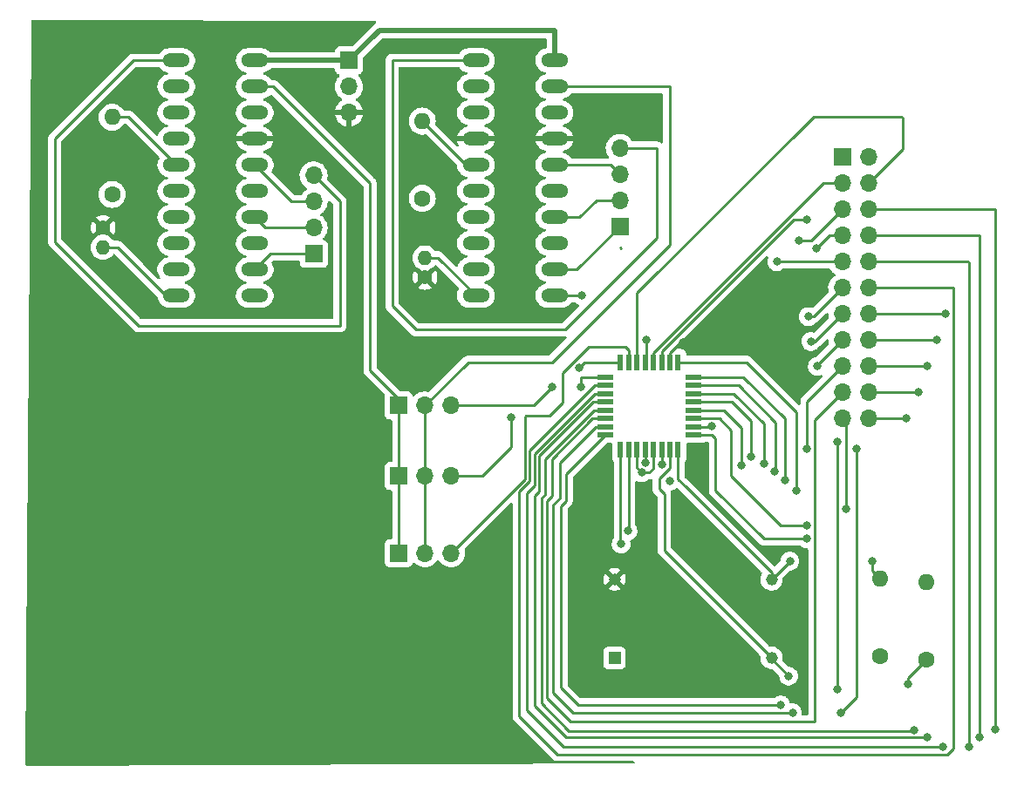
<source format=gbr>
%TF.GenerationSoftware,KiCad,Pcbnew,(6.0.1)*%
%TF.CreationDate,2022-03-29T16:03:17-05:00*%
%TF.ProjectId,microcontroller_board,6d696372-6f63-46f6-9e74-726f6c6c6572,rev?*%
%TF.SameCoordinates,Original*%
%TF.FileFunction,Copper,L1,Top*%
%TF.FilePolarity,Positive*%
%FSLAX46Y46*%
G04 Gerber Fmt 4.6, Leading zero omitted, Abs format (unit mm)*
G04 Created by KiCad (PCBNEW (6.0.1)) date 2022-03-29 16:03:17*
%MOMM*%
%LPD*%
G01*
G04 APERTURE LIST*
%TA.AperFunction,ComponentPad*%
%ADD10R,1.700000X1.700000*%
%TD*%
%TA.AperFunction,ComponentPad*%
%ADD11O,1.700000X1.700000*%
%TD*%
%TA.AperFunction,ComponentPad*%
%ADD12C,1.600000*%
%TD*%
%TA.AperFunction,ComponentPad*%
%ADD13O,1.600000X1.600000*%
%TD*%
%TA.AperFunction,ComponentPad*%
%ADD14R,1.158000X1.158000*%
%TD*%
%TA.AperFunction,ComponentPad*%
%ADD15C,1.158000*%
%TD*%
%TA.AperFunction,ComponentPad*%
%ADD16C,1.400000*%
%TD*%
%TA.AperFunction,ComponentPad*%
%ADD17O,1.400000X1.400000*%
%TD*%
%TA.AperFunction,ComponentPad*%
%ADD18O,2.641600X1.320800*%
%TD*%
%TA.AperFunction,SMDPad,CuDef*%
%ADD19R,0.550000X1.600000*%
%TD*%
%TA.AperFunction,SMDPad,CuDef*%
%ADD20R,1.600000X0.550000*%
%TD*%
%TA.AperFunction,ViaPad*%
%ADD21C,0.800000*%
%TD*%
%TA.AperFunction,Conductor*%
%ADD22C,0.254000*%
%TD*%
%TA.AperFunction,Conductor*%
%ADD23C,0.250000*%
%TD*%
%TA.AperFunction,Conductor*%
%ADD24C,0.508000*%
%TD*%
G04 APERTURE END LIST*
D10*
%TO.P,J6,1,Pin_1*%
%TO.N,Net-(IC2-Pad12)*%
X151511000Y-67945000D03*
D11*
%TO.P,J6,2,Pin_2*%
%TO.N,Net-(IC2-Pad14)*%
X151511000Y-65405000D03*
%TO.P,J6,3,Pin_3*%
%TO.N,Net-(IC2-Pad16)*%
X151511000Y-62865000D03*
%TO.P,J6,4,Pin_4*%
%TO.N,Net-(IC2-Pad1)*%
X151511000Y-60325000D03*
%TD*%
D12*
%TO.P,C1,1*%
%TO.N,GND*%
X102235000Y-64837000D03*
D13*
%TO.P,C1,2*%
%TO.N,Net-(C1-Pad2)*%
X102235000Y-57337000D03*
%TD*%
D14*
%TO.P,Y1,1*%
%TO.N,N/C*%
X151003000Y-109855000D03*
D15*
%TO.P,Y1,7,CASE_GND*%
%TO.N,Net-(C4-Pad1)*%
X166243000Y-109855000D03*
%TO.P,Y1,8,OUTPUT*%
%TO.N,Net-(C3-Pad2)*%
X166243000Y-102235000D03*
%TO.P,Y1,14,+VDC*%
%TO.N,+5V*%
X151003000Y-102235000D03*
%TD*%
D16*
%TO.P,R2,1*%
%TO.N,+5V*%
X132588000Y-72898000D03*
D17*
%TO.P,R2,2*%
%TO.N,Net-(IC2-Pad10)*%
X132588000Y-70998000D03*
%TD*%
D10*
%TO.P,J2,1,Pin_1*%
%TO.N,Net-(IC1-Pad19)*%
X130048000Y-85344000D03*
D11*
%TO.P,J2,2,Pin_2*%
%TO.N,Net-(IC2-Pad19)*%
X132588000Y-85344000D03*
%TO.P,J2,3,Pin_3*%
%TO.N,Net-(J2-Pad3)*%
X135128000Y-85344000D03*
%TD*%
D16*
%TO.P,R1,1*%
%TO.N,+5V*%
X101346000Y-68077000D03*
D17*
%TO.P,R1,2*%
%TO.N,Net-(IC1-Pad10)*%
X101346000Y-69977000D03*
%TD*%
D18*
%TO.P,IC1,1,REF*%
%TO.N,Net-(IC1-Pad1)*%
X108458000Y-51816000D03*
%TO.P,IC1,2*%
%TO.N,GND*%
X108458000Y-54356000D03*
%TO.P,IC1,3,A0*%
X108458000Y-56896000D03*
%TO.P,IC1,4,A1*%
X108458000Y-59436000D03*
%TO.P,IC1,5,COSC*%
%TO.N,Net-(C1-Pad2)*%
X108458000Y-61976000D03*
%TO.P,IC1,6*%
%TO.N,GND*%
X108458000Y-64516000D03*
%TO.P,IC1,7,DADJ*%
X108458000Y-67056000D03*
%TO.P,IC1,8,FADJ*%
X108458000Y-69596000D03*
%TO.P,IC1,9*%
X108458000Y-72136000D03*
%TO.P,IC1,10,IIN*%
%TO.N,Net-(IC1-Pad10)*%
X108458000Y-74676000D03*
%TO.P,IC1,11*%
%TO.N,GND*%
X116078000Y-74676000D03*
%TO.P,IC1,12,PDO*%
%TO.N,Net-(IC1-Pad12)*%
X116078000Y-72136000D03*
%TO.P,IC1,13,PDI*%
%TO.N,GND*%
X116078000Y-69596000D03*
%TO.P,IC1,14,SYNC*%
%TO.N,Net-(IC1-Pad14)*%
X116078000Y-67056000D03*
%TO.P,IC1,15,DGND*%
%TO.N,GND*%
X116078000Y-64516000D03*
%TO.P,IC1,16,DV+*%
%TO.N,Net-(IC1-Pad16)*%
X116078000Y-61976000D03*
%TO.P,IC1,17,V+*%
%TO.N,+5V*%
X116078000Y-59436000D03*
%TO.P,IC1,18*%
%TO.N,GND*%
X116078000Y-56896000D03*
%TO.P,IC1,19,OUT*%
%TO.N,Net-(IC1-Pad19)*%
X116078000Y-54356000D03*
%TO.P,IC1,20,V-*%
%TO.N,-5V*%
X116078000Y-51816000D03*
%TD*%
%TO.P,IC2,1,REF*%
%TO.N,Net-(IC2-Pad1)*%
X137541000Y-51816000D03*
%TO.P,IC2,2*%
%TO.N,GND*%
X137541000Y-54356000D03*
%TO.P,IC2,3,A0*%
X137541000Y-56896000D03*
%TO.P,IC2,4,A1*%
%TO.N,+5V*%
X137541000Y-59436000D03*
%TO.P,IC2,5,COSC*%
%TO.N,Net-(C2-Pad2)*%
X137541000Y-61976000D03*
%TO.P,IC2,6*%
%TO.N,GND*%
X137541000Y-64516000D03*
%TO.P,IC2,7,DADJ*%
X137541000Y-67056000D03*
%TO.P,IC2,8,FADJ*%
X137541000Y-69596000D03*
%TO.P,IC2,9*%
X137541000Y-72136000D03*
%TO.P,IC2,10,IIN*%
%TO.N,Net-(IC2-Pad10)*%
X137541000Y-74676000D03*
%TO.P,IC2,11*%
%TO.N,GND*%
X145161000Y-74676000D03*
%TO.P,IC2,12,PDO*%
%TO.N,Net-(IC2-Pad12)*%
X145161000Y-72136000D03*
%TO.P,IC2,13,PDI*%
%TO.N,GND*%
X145161000Y-69596000D03*
%TO.P,IC2,14,SYNC*%
%TO.N,Net-(IC2-Pad14)*%
X145161000Y-67056000D03*
%TO.P,IC2,15,DGND*%
%TO.N,GND*%
X145161000Y-64516000D03*
%TO.P,IC2,16,DV+*%
%TO.N,Net-(IC2-Pad16)*%
X145161000Y-61976000D03*
%TO.P,IC2,17,V+*%
%TO.N,+5V*%
X145161000Y-59436000D03*
%TO.P,IC2,18*%
%TO.N,GND*%
X145161000Y-56896000D03*
%TO.P,IC2,19,OUT*%
%TO.N,Net-(IC2-Pad19)*%
X145161000Y-54356000D03*
%TO.P,IC2,20,V-*%
%TO.N,-5V*%
X145161000Y-51816000D03*
%TD*%
D10*
%TO.P,J5,1,Pin_1*%
%TO.N,Net-(IC1-Pad12)*%
X121793000Y-70612000D03*
D11*
%TO.P,J5,2,Pin_2*%
%TO.N,Net-(IC1-Pad14)*%
X121793000Y-68072000D03*
%TO.P,J5,3,Pin_3*%
%TO.N,Net-(IC1-Pad16)*%
X121793000Y-65532000D03*
%TO.P,J5,4,Pin_4*%
%TO.N,Net-(IC1-Pad1)*%
X121793000Y-62992000D03*
%TD*%
D13*
%TO.P,C4,2*%
%TO.N,GND*%
X181229000Y-102549000D03*
D12*
%TO.P,C4,1*%
%TO.N,Net-(C4-Pad1)*%
X181229000Y-110049000D03*
%TD*%
D10*
%TO.P,J3,1,Pin_1*%
%TO.N,Net-(IC1-Pad19)*%
X130048000Y-92202000D03*
D11*
%TO.P,J3,2,Pin_2*%
%TO.N,Net-(IC2-Pad19)*%
X132588000Y-92202000D03*
%TO.P,J3,3,Pin_3*%
%TO.N,Net-(J3-Pad3)*%
X135128000Y-92202000D03*
%TD*%
D19*
%TO.P,U1,1,PD3*%
%TO.N,Net-(J7-Pad13)*%
X151575000Y-89662000D03*
%TO.P,U1,2,PD4*%
%TO.N,Net-(J7-Pad11)*%
X152375000Y-89662000D03*
%TO.P,U1,3,GND*%
%TO.N,GND*%
X153175000Y-89662000D03*
%TO.P,U1,4,VCC*%
%TO.N,+5V*%
X153975000Y-89662000D03*
%TO.P,U1,5,GND*%
%TO.N,GND*%
X154775000Y-89662000D03*
%TO.P,U1,6,VCC*%
%TO.N,+5V*%
X155575000Y-89662000D03*
%TO.P,U1,7,XTAL1/PB6*%
%TO.N,Net-(C4-Pad1)*%
X156375000Y-89662000D03*
%TO.P,U1,8,XTAL2/PB7*%
%TO.N,Net-(C3-Pad2)*%
X157175000Y-89662000D03*
D20*
%TO.P,U1,9,PD5*%
%TO.N,Net-(J7-Pad9)*%
X158625000Y-88212000D03*
%TO.P,U1,10,PD6*%
%TO.N,Net-(J7-Pad7)*%
X158625000Y-87412000D03*
%TO.P,U1,11,PD7*%
%TO.N,Net-(J7-Pad5)*%
X158625000Y-86612000D03*
%TO.P,U1,12,PB0*%
%TO.N,Net-(J7-Pad21)*%
X158625000Y-85812000D03*
%TO.P,U1,13,PB1*%
%TO.N,Net-(J7-Pad22)*%
X158625000Y-85012000D03*
%TO.P,U1,14,PB2*%
%TO.N,Net-(J7-Pad20)*%
X158625000Y-84212000D03*
%TO.P,U1,15,PB3*%
%TO.N,Net-(J7-Pad18)*%
X158625000Y-83412000D03*
%TO.P,U1,16,PB4*%
%TO.N,Net-(J7-Pad16)*%
X158625000Y-82612000D03*
D19*
%TO.P,U1,17,PB5*%
%TO.N,Net-(J7-Pad14)*%
X157175000Y-81162000D03*
%TO.P,U1,18,AVCC*%
%TO.N,+5V*%
X156375000Y-81162000D03*
%TO.P,U1,19,ADC6*%
%TO.N,Net-(J7-Pad1)*%
X155575000Y-81162000D03*
%TO.P,U1,20,AREF*%
%TO.N,Net-(J7-Pad3)*%
X154775000Y-81162000D03*
%TO.P,U1,21,GND*%
%TO.N,GND*%
X153975000Y-81162000D03*
%TO.P,U1,22,ADC7*%
%TO.N,Net-(J7-Pad4)*%
X153175000Y-81162000D03*
%TO.P,U1,23,PC0*%
%TO.N,Net-(J4-Pad3)*%
X152375000Y-81162000D03*
%TO.P,U1,24,PC1*%
%TO.N,Net-(J3-Pad3)*%
X151575000Y-81162000D03*
D20*
%TO.P,U1,25,PC2*%
%TO.N,Net-(J2-Pad3)*%
X150125000Y-82612000D03*
%TO.P,U1,26,PC3*%
%TO.N,Net-(J7-Pad12)*%
X150125000Y-83412000D03*
%TO.P,U1,27,PC4*%
%TO.N,Net-(J7-Pad10)*%
X150125000Y-84212000D03*
%TO.P,U1,28,PC5*%
%TO.N,Net-(J7-Pad8)*%
X150125000Y-85012000D03*
%TO.P,U1,29,~{RESET}/PC6*%
%TO.N,Net-(J7-Pad6)*%
X150125000Y-85812000D03*
%TO.P,U1,30,PD0*%
%TO.N,Net-(J7-Pad19)*%
X150125000Y-86612000D03*
%TO.P,U1,31,PD1*%
%TO.N,Net-(J7-Pad17)*%
X150125000Y-87412000D03*
%TO.P,U1,32,PD2*%
%TO.N,Net-(J7-Pad15)*%
X150125000Y-88212000D03*
%TD*%
D12*
%TO.P,C2,1*%
%TO.N,GND*%
X132334000Y-65218000D03*
D13*
%TO.P,C2,2*%
%TO.N,Net-(C2-Pad2)*%
X132334000Y-57718000D03*
%TD*%
D10*
%TO.P,J7,1,Pin_1*%
%TO.N,Net-(J7-Pad1)*%
X173101000Y-61214000D03*
D11*
%TO.P,J7,2,Pin_2*%
%TO.N,unconnected-(J7-Pad2)*%
X175641000Y-61214000D03*
%TO.P,J7,3,Pin_3*%
%TO.N,Net-(J7-Pad3)*%
X173101000Y-63754000D03*
%TO.P,J7,4,Pin_4*%
%TO.N,Net-(J7-Pad4)*%
X175641000Y-63754000D03*
%TO.P,J7,5,Pin_5*%
%TO.N,Net-(J7-Pad5)*%
X173101000Y-66294000D03*
%TO.P,J7,6,Pin_6*%
%TO.N,Net-(J7-Pad6)*%
X175641000Y-66294000D03*
%TO.P,J7,7,Pin_7*%
%TO.N,Net-(J7-Pad7)*%
X173101000Y-68834000D03*
%TO.P,J7,8,Pin_8*%
%TO.N,Net-(J7-Pad8)*%
X175641000Y-68834000D03*
%TO.P,J7,9,Pin_9*%
%TO.N,Net-(J7-Pad9)*%
X173101000Y-71374000D03*
%TO.P,J7,10,Pin_10*%
%TO.N,Net-(J7-Pad10)*%
X175641000Y-71374000D03*
%TO.P,J7,11,Pin_11*%
%TO.N,Net-(J7-Pad11)*%
X173101000Y-73914000D03*
%TO.P,J7,12,Pin_12*%
%TO.N,Net-(J7-Pad12)*%
X175641000Y-73914000D03*
%TO.P,J7,13,Pin_13*%
%TO.N,Net-(J7-Pad13)*%
X173101000Y-76454000D03*
%TO.P,J7,14,Pin_14*%
%TO.N,Net-(J7-Pad14)*%
X175641000Y-76454000D03*
%TO.P,J7,15,Pin_15*%
%TO.N,Net-(J7-Pad15)*%
X173101000Y-78994000D03*
%TO.P,J7,16,Pin_16*%
%TO.N,Net-(J7-Pad16)*%
X175641000Y-78994000D03*
%TO.P,J7,17,Pin_17*%
%TO.N,Net-(J7-Pad17)*%
X173101000Y-81534000D03*
%TO.P,J7,18,Pin_18*%
%TO.N,Net-(J7-Pad18)*%
X175641000Y-81534000D03*
%TO.P,J7,19,Pin_19*%
%TO.N,Net-(J7-Pad19)*%
X173101000Y-84074000D03*
%TO.P,J7,20,Pin_20*%
%TO.N,Net-(J7-Pad20)*%
X175641000Y-84074000D03*
%TO.P,J7,21,Pin_21*%
%TO.N,Net-(J7-Pad21)*%
X173101000Y-86614000D03*
%TO.P,J7,22,Pin_22*%
%TO.N,Net-(J7-Pad22)*%
X175641000Y-86614000D03*
%TD*%
D12*
%TO.P,C3,1*%
%TO.N,GND*%
X176784000Y-109668000D03*
D13*
%TO.P,C3,2*%
%TO.N,Net-(C3-Pad2)*%
X176784000Y-102168000D03*
%TD*%
D10*
%TO.P,J4,1,Pin_1*%
%TO.N,Net-(IC1-Pad19)*%
X130048000Y-99695000D03*
D11*
%TO.P,J4,2,Pin_2*%
%TO.N,Net-(IC2-Pad19)*%
X132588000Y-99695000D03*
%TO.P,J4,3,Pin_3*%
%TO.N,Net-(J4-Pad3)*%
X135128000Y-99695000D03*
%TD*%
D10*
%TO.P,J1,1,Pin_1*%
%TO.N,-5V*%
X125222000Y-51816000D03*
D11*
%TO.P,J1,2,Pin_2*%
%TO.N,GND*%
X125222000Y-54356000D03*
%TO.P,J1,3,Pin_3*%
%TO.N,+5V*%
X125222000Y-56896000D03*
%TD*%
D21*
%TO.N,Net-(C4-Pad1)*%
X179451000Y-112395000D03*
X167894000Y-111633000D03*
%TO.N,Net-(C3-Pad2)*%
X176022000Y-100457000D03*
X168021000Y-100457000D03*
%TO.N,GND*%
X147828000Y-74676000D03*
X154051000Y-78994000D03*
X153640191Y-91871524D03*
X156342714Y-92704286D03*
%TO.N,+5V*%
X148209000Y-59436000D03*
X159385000Y-91821000D03*
X139065000Y-105664000D03*
X150241000Y-105664000D03*
X139065000Y-79629000D03*
X153924000Y-56642000D03*
X155632786Y-91116786D03*
X157607000Y-79248000D03*
X153975000Y-90929766D03*
%TO.N,Net-(J2-Pad3)*%
X144907000Y-83566000D03*
X147701000Y-83566000D03*
%TO.N,Net-(J3-Pad3)*%
X140970000Y-86487000D03*
X147574000Y-81661000D03*
%TO.N,Net-(J7-Pad1)*%
X169672000Y-67310000D03*
%TO.N,Net-(J7-Pad6)*%
X187960000Y-116840000D03*
X180086000Y-116875500D03*
%TO.N,Net-(J7-Pad21)*%
X173482000Y-95377000D03*
%TO.N,Net-(J7-Pad5)*%
X169707500Y-97028000D03*
%TO.N,Net-(J7-Pad7)*%
X170561000Y-70104000D03*
%TO.N,Net-(J7-Pad5)*%
X168910000Y-69342000D03*
%TO.N,Net-(J7-Pad7)*%
X160401000Y-87376000D03*
%TO.N,Net-(J7-Pad21)*%
X163286500Y-91186000D03*
%TO.N,Net-(J7-Pad8)*%
X186436000Y-117602000D03*
X181356000Y-117602000D03*
%TO.N,Net-(J7-Pad9)*%
X169707500Y-98298000D03*
X166751000Y-71374000D03*
%TO.N,Net-(J7-Pad10)*%
X185420000Y-118491000D03*
X182880000Y-118491000D03*
%TO.N,Net-(J7-Pad11)*%
X152301500Y-97536000D03*
X169799000Y-76708000D03*
%TO.N,Net-(J7-Pad13)*%
X170053000Y-79121000D03*
X151638000Y-98806000D03*
%TO.N,Net-(J7-Pad14)*%
X183134000Y-76454000D03*
X168656000Y-93599000D03*
%TO.N,Net-(J7-Pad15)*%
X167132000Y-114427000D03*
X170688000Y-81534000D03*
X172593000Y-112903000D03*
X172593000Y-88844000D03*
%TO.N,Net-(J7-Pad16)*%
X167513000Y-92583000D03*
X182245000Y-78994000D03*
%TO.N,Net-(J7-Pad17)*%
X169672000Y-89570500D03*
X174498000Y-89570500D03*
X172974000Y-115189000D03*
X168275000Y-115189000D03*
%TO.N,Net-(J7-Pad18)*%
X166532489Y-91785511D03*
X181356000Y-81534000D03*
%TO.N,Net-(J7-Pad20)*%
X165485983Y-91023500D03*
X180467000Y-84074000D03*
%TO.N,Net-(J7-Pad22)*%
X179324000Y-86614000D03*
X164211000Y-90297000D03*
%TD*%
D22*
%TO.N,Net-(C4-Pad1)*%
X179451000Y-111827000D02*
X181229000Y-110049000D01*
X166243000Y-109982000D02*
X167894000Y-111633000D01*
X166243000Y-109855000D02*
X166243000Y-109982000D01*
X179451000Y-112395000D02*
X179451000Y-111827000D01*
%TO.N,Net-(C3-Pad2)*%
X166243000Y-102235000D02*
X168021000Y-100457000D01*
X176022000Y-100457000D02*
X176022000Y-101406000D01*
X176022000Y-101406000D02*
X176784000Y-102168000D01*
D23*
%TO.N,Net-(IC2-Pad10)*%
X133863000Y-70998000D02*
X137541000Y-74676000D01*
X132588000Y-70998000D02*
X133863000Y-70998000D01*
%TO.N,Net-(C2-Pad2)*%
X136592000Y-61976000D02*
X137541000Y-61976000D01*
X132334000Y-57718000D02*
X136592000Y-61976000D01*
D22*
%TO.N,Net-(C4-Pad1)*%
X155829000Y-99441000D02*
X166243000Y-109855000D01*
X155829000Y-93980000D02*
X155829000Y-99441000D01*
X155321000Y-93472000D02*
X155829000Y-93980000D01*
X156375000Y-91402000D02*
X155321000Y-92456000D01*
X155321000Y-92456000D02*
X155321000Y-93472000D01*
X156375000Y-89662000D02*
X156375000Y-91402000D01*
%TO.N,*%
X151638000Y-70104000D02*
X151511000Y-69977000D01*
%TO.N,GND*%
X136398000Y-64516000D02*
X137541000Y-64516000D01*
X153640191Y-91871524D02*
X154381476Y-91871524D01*
X153640191Y-91871524D02*
X153175000Y-91406333D01*
X154775000Y-91478000D02*
X154775000Y-89662000D01*
X154051000Y-81086000D02*
X153975000Y-81162000D01*
X154051000Y-78994000D02*
X154051000Y-81086000D01*
X154381476Y-91871524D02*
X154775000Y-91478000D01*
X153175000Y-91406333D02*
X153175000Y-89662000D01*
X107442000Y-59436000D02*
X108458000Y-59436000D01*
X145161000Y-74676000D02*
X147828000Y-74676000D01*
D23*
%TO.N,Net-(C1-Pad2)*%
X103819000Y-57337000D02*
X108458000Y-61976000D01*
X102235000Y-57337000D02*
X103819000Y-57337000D01*
D22*
%TO.N,Net-(C3-Pad2)*%
X157175000Y-92532000D02*
X157175000Y-89662000D01*
X157861000Y-93218000D02*
X157175000Y-92532000D01*
X166243000Y-101600000D02*
X157861000Y-93218000D01*
X166243000Y-102235000D02*
X166243000Y-101600000D01*
%TO.N,Net-(IC1-Pad1)*%
X104267000Y-51816000D02*
X108458000Y-51816000D01*
X104775000Y-77597000D02*
X96647000Y-69469000D01*
X96647000Y-59436000D02*
X104267000Y-51816000D01*
X121793000Y-62992000D02*
X124333000Y-65532000D01*
X124333000Y-65532000D02*
X124333000Y-77597000D01*
X96647000Y-69469000D02*
X96647000Y-59436000D01*
X124333000Y-77597000D02*
X104775000Y-77597000D01*
D23*
%TO.N,Net-(IC1-Pad10)*%
X101346000Y-69977000D02*
X102743000Y-69977000D01*
D22*
X108061000Y-74676000D02*
X108458000Y-74676000D01*
D23*
X102743000Y-69977000D02*
X107442000Y-74676000D01*
X107442000Y-74676000D02*
X108458000Y-74676000D01*
D22*
%TO.N,Net-(IC1-Pad12)*%
X117602000Y-70612000D02*
X116078000Y-72136000D01*
X121793000Y-70612000D02*
X117602000Y-70612000D01*
%TO.N,Net-(IC1-Pad14)*%
X117094000Y-68072000D02*
X116078000Y-67056000D01*
X121793000Y-68072000D02*
X117094000Y-68072000D01*
%TO.N,Net-(IC1-Pad16)*%
X121793000Y-65532000D02*
X119634000Y-65532000D01*
X119634000Y-65532000D02*
X116078000Y-61976000D01*
%TO.N,+5V*%
X157360978Y-79248000D02*
X156375000Y-80233978D01*
X145161000Y-59436000D02*
X148209000Y-59436000D01*
X155575000Y-89662000D02*
X155575000Y-91059000D01*
X153975000Y-89662000D02*
X153975000Y-90929766D01*
X155575000Y-91059000D02*
X155632786Y-91116786D01*
X156375000Y-80233978D02*
X156375000Y-81162000D01*
X157607000Y-79248000D02*
X157360978Y-79248000D01*
%TO.N,Net-(IC1-Pad19)*%
X127254000Y-81915000D02*
X130048000Y-84709000D01*
X130048000Y-84709000D02*
X130048000Y-85344000D01*
X116078000Y-54356000D02*
X117856000Y-54356000D01*
X130048000Y-92202000D02*
X130048000Y-99695000D01*
X117856000Y-54356000D02*
X127254000Y-63754000D01*
X127254000Y-63754000D02*
X127254000Y-81915000D01*
X130048000Y-85344000D02*
X130048000Y-92202000D01*
D24*
%TO.N,-5V*%
X116078000Y-51816000D02*
X125222000Y-51816000D01*
X145161000Y-48895000D02*
X145161000Y-51816000D01*
X128143000Y-48895000D02*
X145161000Y-48895000D01*
X125222000Y-51816000D02*
X128143000Y-48895000D01*
D22*
%TO.N,Net-(IC2-Pad1)*%
X155067000Y-60325000D02*
X151511000Y-60325000D01*
X129413000Y-75692000D02*
X131699000Y-77978000D01*
X129413000Y-51816000D02*
X129413000Y-75692000D01*
X137541000Y-51816000D02*
X129413000Y-51816000D01*
X146177000Y-77978000D02*
X155067000Y-69088000D01*
X131699000Y-77978000D02*
X146177000Y-77978000D01*
X155067000Y-69088000D02*
X155067000Y-60325000D01*
%TO.N,Net-(IC2-Pad12)*%
X147320000Y-72136000D02*
X151511000Y-67945000D01*
X145161000Y-72136000D02*
X147320000Y-72136000D01*
%TO.N,Net-(IC2-Pad14)*%
X147574000Y-67056000D02*
X149225000Y-65405000D01*
X145161000Y-67056000D02*
X147574000Y-67056000D01*
X149225000Y-65405000D02*
X151511000Y-65405000D01*
%TO.N,Net-(IC2-Pad16)*%
X145161000Y-61976000D02*
X150622000Y-61976000D01*
X150622000Y-61976000D02*
X151511000Y-62865000D01*
%TO.N,Net-(IC2-Pad19)*%
X156337000Y-54356000D02*
X156337000Y-69723000D01*
X136779000Y-81153000D02*
X132588000Y-85344000D01*
X132588000Y-92202000D02*
X132588000Y-99695000D01*
X144907000Y-81153000D02*
X136779000Y-81153000D01*
X145161000Y-54356000D02*
X156337000Y-54356000D01*
X156337000Y-69723000D02*
X144907000Y-81153000D01*
X132588000Y-85344000D02*
X132588000Y-92202000D01*
%TO.N,Net-(J2-Pad3)*%
X135128000Y-85344000D02*
X143129000Y-85344000D01*
X147701000Y-82677000D02*
X147766000Y-82612000D01*
X147701000Y-83566000D02*
X147701000Y-82677000D01*
X143129000Y-85344000D02*
X144907000Y-83566000D01*
X147766000Y-82612000D02*
X150125000Y-82612000D01*
%TO.N,Net-(J3-Pad3)*%
X147574000Y-81661000D02*
X148073000Y-81162000D01*
X140970000Y-89408000D02*
X138176000Y-92202000D01*
X140970000Y-86487000D02*
X140970000Y-89408000D01*
X148073000Y-81162000D02*
X151575000Y-81162000D01*
X138176000Y-92202000D02*
X135128000Y-92202000D01*
%TO.N,Net-(J4-Pad3)*%
X135128000Y-99695000D02*
X142303500Y-92519500D01*
X152019000Y-79629000D02*
X152375000Y-79985000D01*
X148463000Y-79629000D02*
X152019000Y-79629000D01*
X142367000Y-86360000D02*
X142303500Y-86423500D01*
X144653000Y-86360000D02*
X142367000Y-86360000D01*
X142303500Y-86423500D02*
X142303500Y-92519500D01*
X145923000Y-82169000D02*
X148463000Y-79629000D01*
X145923000Y-82169000D02*
X145923000Y-85090000D01*
X145923000Y-85090000D02*
X144653000Y-86360000D01*
X152375000Y-79985000D02*
X152375000Y-81162000D01*
%TO.N,Net-(J7-Pad1)*%
X155575000Y-81162000D02*
X155575000Y-80108000D01*
X168373000Y-67310000D02*
X169672000Y-67310000D01*
X155575000Y-80108000D02*
X168373000Y-67310000D01*
%TO.N,Net-(J7-Pad3)*%
X154775000Y-81162000D02*
X154775000Y-80233978D01*
X154775000Y-80233978D02*
X171254978Y-63754000D01*
X171254978Y-63754000D02*
X173101000Y-63754000D01*
%TO.N,Net-(J7-Pad4)*%
X153175000Y-74409000D02*
X170307000Y-57277000D01*
X170307000Y-57277000D02*
X178816000Y-57277000D01*
X178816000Y-57277000D02*
X178943000Y-57404000D01*
X178943000Y-57404000D02*
X178943000Y-60452000D01*
X178943000Y-60452000D02*
X175641000Y-63754000D01*
X153175000Y-81162000D02*
X153175000Y-74409000D01*
%TO.N,Net-(J7-Pad6)*%
X187960000Y-116840000D02*
X187960000Y-66294000D01*
X150125000Y-85812000D02*
X149011000Y-85812000D01*
X144272000Y-93980000D02*
X143891000Y-94361000D01*
X187960000Y-66294000D02*
X175641000Y-66294000D01*
X149011000Y-85812000D02*
X144272000Y-90551000D01*
X143891000Y-94361000D02*
X143891000Y-114173000D01*
X143891000Y-114173000D02*
X143891000Y-114300000D01*
X143891000Y-114300000D02*
X146558000Y-116967000D01*
X146558000Y-116967000D02*
X179578000Y-116967000D01*
X144272000Y-90551000D02*
X144272000Y-93980000D01*
X179994500Y-116967000D02*
X180086000Y-116875500D01*
X179578000Y-116967000D02*
X179994500Y-116967000D01*
%TO.N,Net-(J7-Pad21)*%
X163322000Y-91150500D02*
X163322000Y-87503000D01*
X163322000Y-87503000D02*
X161631000Y-85812000D01*
%TO.N,Net-(J7-Pad5)*%
X167132000Y-97028000D02*
X169707500Y-97028000D01*
X158625000Y-86612000D02*
X161161000Y-86612000D01*
%TO.N,Net-(J7-Pad7)*%
X171831000Y-68834000D02*
X173101000Y-68834000D01*
X160365000Y-87412000D02*
X160401000Y-87376000D01*
%TO.N,Net-(J7-Pad21)*%
X173482000Y-86995000D02*
X173101000Y-86614000D01*
X161631000Y-85812000D02*
X158625000Y-85812000D01*
%TO.N,Net-(J7-Pad5)*%
X162306000Y-87757000D02*
X162306000Y-92202000D01*
%TO.N,Net-(J7-Pad21)*%
X173482000Y-95377000D02*
X173482000Y-86995000D01*
%TO.N,Net-(J7-Pad5)*%
X170053000Y-69342000D02*
X173101000Y-66294000D01*
X161161000Y-86612000D02*
X162306000Y-87757000D01*
X162306000Y-92202000D02*
X167132000Y-97028000D01*
%TO.N,Net-(J7-Pad21)*%
X163286500Y-91186000D02*
X163322000Y-91150500D01*
%TO.N,Net-(J7-Pad7)*%
X170561000Y-70104000D02*
X171831000Y-68834000D01*
X158625000Y-87412000D02*
X160365000Y-87412000D01*
%TO.N,Net-(J7-Pad5)*%
X168910000Y-69342000D02*
X170053000Y-69342000D01*
%TO.N,Net-(J7-Pad8)*%
X143256000Y-94107000D02*
X143256000Y-114554000D01*
X186436000Y-68834000D02*
X175641000Y-68834000D01*
X146304000Y-117602000D02*
X181356000Y-117602000D01*
X143256000Y-114554000D02*
X146304000Y-117602000D01*
X143664060Y-90260314D02*
X143664060Y-93698940D01*
X143664060Y-93698940D02*
X143256000Y-94107000D01*
X150125000Y-85012000D02*
X148912374Y-85012000D01*
X186436000Y-117602000D02*
X186436000Y-68834000D01*
X148912374Y-85012000D02*
X143664060Y-90260314D01*
%TO.N,Net-(J7-Pad9)*%
X165481000Y-98298000D02*
X169707500Y-98298000D01*
X166751000Y-71374000D02*
X173101000Y-71374000D01*
X160475000Y-88212000D02*
X160528000Y-88265000D01*
X158625000Y-88212000D02*
X160475000Y-88212000D01*
X160782000Y-88519000D02*
X160782000Y-93599000D01*
X160528000Y-88265000D02*
X160782000Y-88519000D01*
X160782000Y-93599000D02*
X165481000Y-98298000D01*
%TO.N,Net-(J7-Pad10)*%
X149071000Y-84212000D02*
X150125000Y-84212000D01*
X143210540Y-93136460D02*
X143210540Y-90072460D01*
X146050000Y-118491000D02*
X142494000Y-114935000D01*
X185293000Y-71374000D02*
X175641000Y-71374000D01*
X182880000Y-118491000D02*
X146050000Y-118491000D01*
X143210540Y-90072460D02*
X149071000Y-84212000D01*
X185420000Y-118491000D02*
X185420000Y-71501000D01*
X142494000Y-93853000D02*
X143210540Y-93136460D01*
X185420000Y-71501000D02*
X185293000Y-71374000D01*
X142494000Y-114935000D02*
X142494000Y-93853000D01*
%TO.N,Net-(J7-Pad11)*%
X170307000Y-76708000D02*
X173101000Y-73914000D01*
X169799000Y-76708000D02*
X170307000Y-76708000D01*
X152375000Y-97462500D02*
X152301500Y-97536000D01*
X152375000Y-89662000D02*
X152375000Y-97462500D01*
%TO.N,Net-(J7-Pad12)*%
X150125000Y-83412000D02*
X149071000Y-83412000D01*
X149071000Y-83412000D02*
X142757020Y-89725980D01*
X183896000Y-73914000D02*
X175641000Y-73914000D01*
X183261000Y-119253000D02*
X183860511Y-118653489D01*
X183860511Y-73949489D02*
X183896000Y-73914000D01*
X183860511Y-118653489D02*
X183860511Y-73949489D01*
X142757020Y-89725980D02*
X142757020Y-92707354D01*
X141732000Y-115570000D02*
X145415000Y-119253000D01*
X145415000Y-119253000D02*
X183261000Y-119253000D01*
X142757020Y-92707354D02*
X141732000Y-93732374D01*
X141732000Y-93732374D02*
X141732000Y-115570000D01*
%TO.N,Net-(J7-Pad13)*%
X170053000Y-79121000D02*
X170434000Y-79121000D01*
X170434000Y-79121000D02*
X173101000Y-76454000D01*
X151575000Y-89662000D02*
X151575000Y-98743000D01*
X151575000Y-98743000D02*
X151638000Y-98806000D01*
%TO.N,Net-(J7-Pad14)*%
X163830000Y-81153000D02*
X163821000Y-81162000D01*
X175641000Y-76454000D02*
X183134000Y-76454000D01*
X163821000Y-81162000D02*
X157175000Y-81162000D01*
X168656000Y-85979000D02*
X163830000Y-81153000D01*
X168656000Y-93599000D02*
X168656000Y-85979000D01*
%TO.N,Net-(J7-Pad15)*%
X146304000Y-92033000D02*
X146304000Y-92202000D01*
X146304000Y-92202000D02*
X146304000Y-94488000D01*
X146304000Y-94615000D02*
X145796000Y-95123000D01*
X150125000Y-88212000D02*
X146304000Y-92033000D01*
X172593000Y-112903000D02*
X172593000Y-88844000D01*
X145796000Y-112776000D02*
X147447000Y-114427000D01*
X170688000Y-81407000D02*
X173101000Y-78994000D01*
X145796000Y-95123000D02*
X145796000Y-112776000D01*
X146304000Y-94488000D02*
X146304000Y-94615000D01*
X170688000Y-81534000D02*
X170688000Y-81407000D01*
X147447000Y-114427000D02*
X167132000Y-114427000D01*
%TO.N,Net-(J7-Pad16)*%
X167513000Y-86614000D02*
X163511000Y-82612000D01*
X175641000Y-78994000D02*
X182245000Y-78994000D01*
X163511000Y-82612000D02*
X158625000Y-82612000D01*
X167513000Y-92583000D02*
X167513000Y-86614000D01*
%TO.N,Net-(J7-Pad17)*%
X145669000Y-90939978D02*
X145669000Y-94361000D01*
X145034000Y-94996000D02*
X145034000Y-113284000D01*
X146939000Y-115189000D02*
X168275000Y-115189000D01*
X169672000Y-84963000D02*
X173101000Y-81534000D01*
X145669000Y-94361000D02*
X145034000Y-94996000D01*
X145034000Y-113284000D02*
X146939000Y-115189000D01*
X174464489Y-113698511D02*
X172974000Y-115189000D01*
X174498000Y-92424478D02*
X174464489Y-92457989D01*
X169672000Y-89570500D02*
X169672000Y-84963000D01*
X174464489Y-92457989D02*
X174464489Y-113698511D01*
X150125000Y-87412000D02*
X149196978Y-87412000D01*
X149196978Y-87412000D02*
X145669000Y-90939978D01*
X174498000Y-89570500D02*
X174498000Y-92424478D01*
%TO.N,Net-(J7-Pad18)*%
X163041000Y-83412000D02*
X158625000Y-83412000D01*
X175641000Y-81534000D02*
X181356000Y-81534000D01*
X166624000Y-91694000D02*
X166624000Y-86995000D01*
X166624000Y-86995000D02*
X163041000Y-83412000D01*
X166532489Y-91785511D02*
X166624000Y-91694000D01*
%TO.N,Net-(J7-Pad19)*%
X144399000Y-113792000D02*
X146685000Y-116078000D01*
X170434000Y-116078000D02*
X170434000Y-86741000D01*
X148852374Y-86612000D02*
X144907000Y-90557374D01*
X144907000Y-94107000D02*
X144399000Y-94615000D01*
X144907000Y-90557374D02*
X144907000Y-94107000D01*
X170434000Y-86741000D02*
X173101000Y-84074000D01*
X150125000Y-86612000D02*
X148852374Y-86612000D01*
X144399000Y-94615000D02*
X144399000Y-113792000D01*
X146685000Y-116078000D02*
X170434000Y-116078000D01*
%TO.N,Net-(J7-Pad20)*%
X162549000Y-84212000D02*
X158625000Y-84212000D01*
X162560000Y-84201000D02*
X162549000Y-84212000D01*
X175641000Y-84074000D02*
X180467000Y-84074000D01*
X165485983Y-87126983D02*
X162560000Y-84201000D01*
X165485983Y-91023500D02*
X165485983Y-87126983D01*
%TO.N,Net-(J7-Pad22)*%
X164211000Y-90297000D02*
X164211000Y-86868000D01*
X175641000Y-86614000D02*
X179324000Y-86614000D01*
X162355000Y-85012000D02*
X158625000Y-85012000D01*
X164211000Y-86868000D02*
X162355000Y-85012000D01*
%TD*%
%TA.AperFunction,Conductor*%
%TO.N,+5V*%
G36*
X127750613Y-47967127D02*
G01*
X127818680Y-47987311D01*
X127865030Y-48041090D01*
X127874947Y-48111390D01*
X127845283Y-48175892D01*
X127806692Y-48205792D01*
X127806140Y-48206068D01*
X127799259Y-48208566D01*
X127793138Y-48212579D01*
X127737868Y-48248815D01*
X127734200Y-48251130D01*
X127671419Y-48289227D01*
X127667214Y-48292941D01*
X127667211Y-48292943D01*
X127662995Y-48296667D01*
X127662969Y-48296638D01*
X127660038Y-48299238D01*
X127656684Y-48302042D01*
X127650565Y-48306054D01*
X127645533Y-48311366D01*
X127597012Y-48362586D01*
X127594634Y-48365028D01*
X125539067Y-50420595D01*
X125476755Y-50454621D01*
X125449972Y-50457500D01*
X124323866Y-50457500D01*
X124261684Y-50464255D01*
X124125295Y-50515385D01*
X124008739Y-50602739D01*
X123921385Y-50719295D01*
X123870255Y-50855684D01*
X123863500Y-50917866D01*
X123863500Y-50927500D01*
X123843498Y-50995621D01*
X123789842Y-51042114D01*
X123737500Y-51053500D01*
X117681626Y-51053500D01*
X117613505Y-51033498D01*
X117586894Y-51010577D01*
X117550277Y-50968823D01*
X117550272Y-50968818D01*
X117546465Y-50964477D01*
X117377756Y-50831478D01*
X117372645Y-50828789D01*
X117372642Y-50828787D01*
X117276072Y-50777979D01*
X117187635Y-50731450D01*
X116982469Y-50667745D01*
X116951690Y-50664102D01*
X116811731Y-50647536D01*
X116811724Y-50647536D01*
X116808044Y-50647100D01*
X115363098Y-50647100D01*
X115203672Y-50661749D01*
X115198110Y-50663318D01*
X115198108Y-50663318D01*
X115140156Y-50679662D01*
X114996909Y-50720062D01*
X114991732Y-50722615D01*
X114991727Y-50722617D01*
X114816085Y-50809235D01*
X114804235Y-50815079D01*
X114632102Y-50943616D01*
X114628188Y-50947850D01*
X114628186Y-50947852D01*
X114541052Y-51042114D01*
X114486276Y-51101370D01*
X114371640Y-51283057D01*
X114292034Y-51482592D01*
X114290908Y-51488252D01*
X114290907Y-51488256D01*
X114253304Y-51677302D01*
X114250123Y-51693293D01*
X114250047Y-51699068D01*
X114250047Y-51699072D01*
X114249464Y-51743643D01*
X114247311Y-51908104D01*
X114248290Y-51913801D01*
X114248290Y-51913802D01*
X114253543Y-51944374D01*
X114283692Y-52119830D01*
X114358048Y-52321380D01*
X114467888Y-52506006D01*
X114471694Y-52510346D01*
X114471697Y-52510350D01*
X114534994Y-52582526D01*
X114609535Y-52667523D01*
X114778244Y-52800522D01*
X114783355Y-52803211D01*
X114783358Y-52803213D01*
X114879928Y-52854021D01*
X114968365Y-52900550D01*
X115173531Y-52964255D01*
X115174437Y-52964362D01*
X115235521Y-52997339D01*
X115269843Y-53059488D01*
X115265117Y-53130327D01*
X115222842Y-53187365D01*
X115181054Y-53208128D01*
X114996909Y-53260062D01*
X114991732Y-53262615D01*
X114991727Y-53262617D01*
X114841635Y-53336635D01*
X114804235Y-53355079D01*
X114632102Y-53483616D01*
X114628188Y-53487850D01*
X114628186Y-53487852D01*
X114590504Y-53528617D01*
X114486276Y-53641370D01*
X114371640Y-53823057D01*
X114292034Y-54022592D01*
X114290908Y-54028252D01*
X114290907Y-54028256D01*
X114255837Y-54204565D01*
X114250123Y-54233293D01*
X114250047Y-54239068D01*
X114250047Y-54239072D01*
X114249040Y-54316017D01*
X114247311Y-54448104D01*
X114248290Y-54453801D01*
X114248290Y-54453802D01*
X114264952Y-54550767D01*
X114283692Y-54659830D01*
X114358048Y-54861380D01*
X114467888Y-55046006D01*
X114471694Y-55050346D01*
X114471697Y-55050350D01*
X114568812Y-55161088D01*
X114609535Y-55207523D01*
X114778244Y-55340522D01*
X114783355Y-55343211D01*
X114783358Y-55343213D01*
X114878993Y-55393529D01*
X114968365Y-55440550D01*
X115173531Y-55504255D01*
X115174437Y-55504362D01*
X115235521Y-55537339D01*
X115269843Y-55599488D01*
X115265117Y-55670327D01*
X115222842Y-55727365D01*
X115181054Y-55748128D01*
X114996909Y-55800062D01*
X114991732Y-55802615D01*
X114991727Y-55802617D01*
X114847171Y-55873905D01*
X114804235Y-55895079D01*
X114632102Y-56023616D01*
X114628188Y-56027850D01*
X114628186Y-56027852D01*
X114556836Y-56105039D01*
X114486276Y-56181370D01*
X114371640Y-56363057D01*
X114292034Y-56562592D01*
X114290908Y-56568252D01*
X114290907Y-56568256D01*
X114251851Y-56764604D01*
X114250123Y-56773293D01*
X114250047Y-56779068D01*
X114250047Y-56779072D01*
X114249435Y-56825841D01*
X114247311Y-56988104D01*
X114248290Y-56993801D01*
X114248290Y-56993802D01*
X114282713Y-57194133D01*
X114283692Y-57199830D01*
X114358048Y-57401380D01*
X114467888Y-57586006D01*
X114471694Y-57590346D01*
X114471697Y-57590350D01*
X114571979Y-57704699D01*
X114609535Y-57747523D01*
X114778244Y-57880522D01*
X114783355Y-57883211D01*
X114783358Y-57883213D01*
X114839024Y-57912500D01*
X114968365Y-57980550D01*
X115173531Y-58044255D01*
X115175256Y-58044459D01*
X115236577Y-58077568D01*
X115270896Y-58139718D01*
X115266165Y-58210557D01*
X115223888Y-58267593D01*
X115182104Y-58288352D01*
X115002653Y-58338962D01*
X114991906Y-58343087D01*
X114809678Y-58432952D01*
X114799870Y-58438962D01*
X114637062Y-58560536D01*
X114628522Y-58568225D01*
X114490593Y-58717436D01*
X114483592Y-58726561D01*
X114375169Y-58898401D01*
X114369948Y-58908649D01*
X114294657Y-59097367D01*
X114291388Y-59108403D01*
X114280283Y-59164230D01*
X114281435Y-59177106D01*
X114296591Y-59182000D01*
X117862248Y-59182000D01*
X117875210Y-59178194D01*
X117877146Y-59163278D01*
X117872802Y-59137997D01*
X117869822Y-59126877D01*
X117799497Y-58936252D01*
X117794547Y-58925874D01*
X117690661Y-58751257D01*
X117683895Y-58741945D01*
X117549926Y-58589182D01*
X117541583Y-58581265D01*
X117382022Y-58455477D01*
X117372365Y-58449206D01*
X117192560Y-58354606D01*
X117181926Y-58350201D01*
X116987877Y-58289947D01*
X116981910Y-58288679D01*
X116919437Y-58254949D01*
X116885118Y-58192799D01*
X116889847Y-58121960D01*
X116932124Y-58064923D01*
X116973906Y-58044165D01*
X117159091Y-57991938D01*
X117164268Y-57989385D01*
X117164273Y-57989383D01*
X117346586Y-57899475D01*
X117351765Y-57896921D01*
X117499982Y-57786243D01*
X117519274Y-57771837D01*
X117519275Y-57771836D01*
X117523898Y-57768384D01*
X117543182Y-57747523D01*
X117665805Y-57614870D01*
X117665807Y-57614867D01*
X117669724Y-57610630D01*
X117784360Y-57428943D01*
X117863966Y-57229408D01*
X117869850Y-57199830D01*
X117904750Y-57024374D01*
X117904750Y-57024371D01*
X117905877Y-57018707D01*
X117906354Y-56982322D01*
X117907729Y-56877245D01*
X117908689Y-56803896D01*
X117906691Y-56792265D01*
X117873287Y-56597867D01*
X117873287Y-56597866D01*
X117872308Y-56592170D01*
X117797952Y-56390620D01*
X117688112Y-56205994D01*
X117684306Y-56201654D01*
X117684303Y-56201650D01*
X117550272Y-56048818D01*
X117546465Y-56044477D01*
X117534085Y-56034717D01*
X117382293Y-55915055D01*
X117377756Y-55911478D01*
X117372645Y-55908789D01*
X117372642Y-55908787D01*
X117276072Y-55857979D01*
X117187635Y-55811450D01*
X116982469Y-55747745D01*
X116981563Y-55747638D01*
X116920479Y-55714661D01*
X116886157Y-55652512D01*
X116890883Y-55581673D01*
X116933158Y-55524635D01*
X116974946Y-55503872D01*
X116975868Y-55503612D01*
X117159091Y-55451938D01*
X117164268Y-55449385D01*
X117164273Y-55449383D01*
X117346586Y-55359475D01*
X117351765Y-55356921D01*
X117523898Y-55228384D01*
X117527815Y-55224147D01*
X117527819Y-55224143D01*
X117581813Y-55165732D01*
X117642741Y-55129286D01*
X117713701Y-55131566D01*
X117763433Y-55162165D01*
X122233207Y-59631940D01*
X126581595Y-63980328D01*
X126615621Y-64042640D01*
X126618500Y-64069423D01*
X126618500Y-81835980D01*
X126617970Y-81847214D01*
X126616292Y-81854719D01*
X126617914Y-81906323D01*
X126618438Y-81923012D01*
X126618500Y-81926969D01*
X126618500Y-81954983D01*
X126618996Y-81958908D01*
X126618996Y-81958909D01*
X126619008Y-81959004D01*
X126619941Y-81970849D01*
X126621335Y-82015205D01*
X126626833Y-82034127D01*
X126627013Y-82034748D01*
X126631023Y-82054112D01*
X126633573Y-82074299D01*
X126636489Y-82081663D01*
X126636490Y-82081668D01*
X126649907Y-82115556D01*
X126653752Y-82126785D01*
X126657897Y-82141050D01*
X126666131Y-82169393D01*
X126670169Y-82176220D01*
X126670170Y-82176223D01*
X126676488Y-82186906D01*
X126685188Y-82204664D01*
X126689761Y-82216215D01*
X126689765Y-82216221D01*
X126692681Y-82223588D01*
X126697339Y-82229999D01*
X126697340Y-82230001D01*
X126718764Y-82259488D01*
X126725281Y-82269410D01*
X126743826Y-82300768D01*
X126743829Y-82300772D01*
X126747866Y-82307598D01*
X126762250Y-82321982D01*
X126775091Y-82337016D01*
X126777162Y-82339866D01*
X126787058Y-82353487D01*
X126793166Y-82358540D01*
X126821255Y-82381777D01*
X126830035Y-82389767D01*
X128673710Y-84233443D01*
X128707736Y-84295755D01*
X128702597Y-84366766D01*
X128696255Y-84383684D01*
X128689500Y-84445866D01*
X128689500Y-86242134D01*
X128696255Y-86304316D01*
X128747385Y-86440705D01*
X128834739Y-86557261D01*
X128951295Y-86644615D01*
X129087684Y-86695745D01*
X129149866Y-86702500D01*
X129286500Y-86702500D01*
X129354621Y-86722502D01*
X129401114Y-86776158D01*
X129412500Y-86828500D01*
X129412500Y-90717500D01*
X129392498Y-90785621D01*
X129338842Y-90832114D01*
X129286500Y-90843500D01*
X129149866Y-90843500D01*
X129087684Y-90850255D01*
X128951295Y-90901385D01*
X128834739Y-90988739D01*
X128747385Y-91105295D01*
X128696255Y-91241684D01*
X128689500Y-91303866D01*
X128689500Y-93100134D01*
X128696255Y-93162316D01*
X128747385Y-93298705D01*
X128834739Y-93415261D01*
X128951295Y-93502615D01*
X129087684Y-93553745D01*
X129149866Y-93560500D01*
X129286500Y-93560500D01*
X129354621Y-93580502D01*
X129401114Y-93634158D01*
X129412500Y-93686500D01*
X129412500Y-98210500D01*
X129392498Y-98278621D01*
X129338842Y-98325114D01*
X129286500Y-98336500D01*
X129149866Y-98336500D01*
X129087684Y-98343255D01*
X128951295Y-98394385D01*
X128834739Y-98481739D01*
X128747385Y-98598295D01*
X128696255Y-98734684D01*
X128689500Y-98796866D01*
X128689500Y-100593134D01*
X128696255Y-100655316D01*
X128747385Y-100791705D01*
X128834739Y-100908261D01*
X128951295Y-100995615D01*
X129087684Y-101046745D01*
X129149866Y-101053500D01*
X130946134Y-101053500D01*
X131008316Y-101046745D01*
X131144705Y-100995615D01*
X131261261Y-100908261D01*
X131348615Y-100791705D01*
X131379506Y-100709304D01*
X131392598Y-100674382D01*
X131435240Y-100617618D01*
X131501802Y-100592918D01*
X131571150Y-100608126D01*
X131605817Y-100636114D01*
X131634250Y-100668938D01*
X131806126Y-100811632D01*
X131999000Y-100924338D01*
X132207692Y-101004030D01*
X132212760Y-101005061D01*
X132212763Y-101005062D01*
X132280126Y-101018767D01*
X132426597Y-101048567D01*
X132431772Y-101048757D01*
X132431774Y-101048757D01*
X132644673Y-101056564D01*
X132644677Y-101056564D01*
X132649837Y-101056753D01*
X132654957Y-101056097D01*
X132654959Y-101056097D01*
X132866288Y-101029025D01*
X132866289Y-101029025D01*
X132871416Y-101028368D01*
X132903418Y-101018767D01*
X133080429Y-100965661D01*
X133080434Y-100965659D01*
X133085384Y-100964174D01*
X133285994Y-100865896D01*
X133467860Y-100736173D01*
X133484579Y-100719513D01*
X133611616Y-100592918D01*
X133626096Y-100578489D01*
X133756453Y-100397077D01*
X133757776Y-100398028D01*
X133804645Y-100354857D01*
X133874580Y-100342625D01*
X133940026Y-100370144D01*
X133967875Y-100401994D01*
X134027987Y-100500088D01*
X134174250Y-100668938D01*
X134346126Y-100811632D01*
X134539000Y-100924338D01*
X134747692Y-101004030D01*
X134752760Y-101005061D01*
X134752763Y-101005062D01*
X134820126Y-101018767D01*
X134966597Y-101048567D01*
X134971772Y-101048757D01*
X134971774Y-101048757D01*
X135184673Y-101056564D01*
X135184677Y-101056564D01*
X135189837Y-101056753D01*
X135194957Y-101056097D01*
X135194959Y-101056097D01*
X135406288Y-101029025D01*
X135406289Y-101029025D01*
X135411416Y-101028368D01*
X135443418Y-101018767D01*
X135620429Y-100965661D01*
X135620434Y-100965659D01*
X135625384Y-100964174D01*
X135825994Y-100865896D01*
X136007860Y-100736173D01*
X136024579Y-100719513D01*
X136151616Y-100592918D01*
X136166096Y-100578489D01*
X136296453Y-100397077D01*
X136317320Y-100354857D01*
X136393136Y-100201453D01*
X136393137Y-100201451D01*
X136395430Y-100196811D01*
X136460370Y-99983069D01*
X136489529Y-99761590D01*
X136489822Y-99749588D01*
X136491074Y-99698365D01*
X136491074Y-99698361D01*
X136491156Y-99695000D01*
X136472852Y-99472361D01*
X136459904Y-99420811D01*
X136445389Y-99363024D01*
X136448194Y-99292083D01*
X136478498Y-99243234D01*
X140881405Y-94840327D01*
X140943717Y-94806301D01*
X141014532Y-94811366D01*
X141071368Y-94853913D01*
X141096179Y-94920433D01*
X141096500Y-94929422D01*
X141096500Y-115490980D01*
X141095970Y-115502214D01*
X141094292Y-115509719D01*
X141096069Y-115566279D01*
X141096438Y-115578012D01*
X141096500Y-115581969D01*
X141096500Y-115609983D01*
X141096996Y-115613908D01*
X141096996Y-115613909D01*
X141097008Y-115614004D01*
X141097941Y-115625849D01*
X141099335Y-115670205D01*
X141101547Y-115677817D01*
X141105013Y-115689748D01*
X141109023Y-115709112D01*
X141111573Y-115729299D01*
X141114489Y-115736663D01*
X141114490Y-115736668D01*
X141127907Y-115770556D01*
X141131752Y-115781785D01*
X141144131Y-115824393D01*
X141148169Y-115831220D01*
X141148170Y-115831223D01*
X141154488Y-115841906D01*
X141163188Y-115859664D01*
X141167761Y-115871215D01*
X141167765Y-115871221D01*
X141170681Y-115878588D01*
X141175339Y-115884999D01*
X141175340Y-115885001D01*
X141196764Y-115914488D01*
X141203281Y-115924410D01*
X141221826Y-115955768D01*
X141221829Y-115955772D01*
X141225866Y-115962598D01*
X141240250Y-115976982D01*
X141253091Y-115992016D01*
X141265058Y-116008487D01*
X141271166Y-116013540D01*
X141299255Y-116036777D01*
X141308035Y-116044767D01*
X144909750Y-119646483D01*
X144917326Y-119654809D01*
X144921447Y-119661303D01*
X144927222Y-119666726D01*
X144971265Y-119708085D01*
X144974107Y-119710840D01*
X144993906Y-119730639D01*
X144997037Y-119733068D01*
X144997042Y-119733072D01*
X144997128Y-119733139D01*
X145006153Y-119740847D01*
X145038494Y-119771217D01*
X145045439Y-119775035D01*
X145045443Y-119775038D01*
X145056334Y-119781026D01*
X145072855Y-119791878D01*
X145088934Y-119804350D01*
X145129662Y-119821974D01*
X145140319Y-119827196D01*
X145172246Y-119844748D01*
X145172249Y-119844749D01*
X145179197Y-119848569D01*
X145198915Y-119853632D01*
X145217611Y-119860033D01*
X145236293Y-119868117D01*
X145244117Y-119869356D01*
X145244123Y-119869358D01*
X145280120Y-119875060D01*
X145291740Y-119877466D01*
X145323676Y-119885665D01*
X145334718Y-119888500D01*
X145355066Y-119888500D01*
X145374778Y-119890051D01*
X145394880Y-119893235D01*
X145439055Y-119889059D01*
X145450914Y-119888500D01*
X152822958Y-119888500D01*
X152891079Y-119908502D01*
X152937572Y-119962158D01*
X152947676Y-120032432D01*
X152918182Y-120097012D01*
X152858456Y-120135396D01*
X152823455Y-120140499D01*
X93969301Y-120372513D01*
X93901103Y-120352780D01*
X93854399Y-120299308D01*
X93842808Y-120245612D01*
X93843598Y-120135396D01*
X94278388Y-59415879D01*
X96006765Y-59415879D01*
X96007511Y-59423771D01*
X96010941Y-59460056D01*
X96011500Y-59471914D01*
X96011500Y-69389980D01*
X96010970Y-69401214D01*
X96009292Y-69408719D01*
X96009541Y-69416638D01*
X96011438Y-69477012D01*
X96011500Y-69480969D01*
X96011500Y-69508983D01*
X96011996Y-69512908D01*
X96011996Y-69512909D01*
X96012008Y-69513004D01*
X96012941Y-69524849D01*
X96014335Y-69569205D01*
X96020013Y-69588748D01*
X96024023Y-69608112D01*
X96026573Y-69628299D01*
X96029489Y-69635663D01*
X96029490Y-69635668D01*
X96042907Y-69669556D01*
X96046752Y-69680785D01*
X96050310Y-69693031D01*
X96059131Y-69723393D01*
X96063169Y-69730220D01*
X96063170Y-69730223D01*
X96069488Y-69740906D01*
X96078188Y-69758664D01*
X96082761Y-69770215D01*
X96082765Y-69770221D01*
X96085681Y-69777588D01*
X96107732Y-69807938D01*
X96111764Y-69813488D01*
X96118281Y-69823410D01*
X96136826Y-69854768D01*
X96136829Y-69854772D01*
X96140866Y-69861598D01*
X96155250Y-69875982D01*
X96168091Y-69891016D01*
X96180058Y-69907487D01*
X96186166Y-69912540D01*
X96214255Y-69935777D01*
X96223035Y-69943767D01*
X104269750Y-77990483D01*
X104277326Y-77998809D01*
X104281447Y-78005303D01*
X104287222Y-78010726D01*
X104331265Y-78052085D01*
X104334107Y-78054840D01*
X104353906Y-78074639D01*
X104357031Y-78077063D01*
X104357040Y-78077071D01*
X104357126Y-78077137D01*
X104366151Y-78084845D01*
X104398494Y-78115217D01*
X104405438Y-78119035D01*
X104405440Y-78119036D01*
X104416329Y-78125022D01*
X104432847Y-78135873D01*
X104448933Y-78148350D01*
X104489666Y-78165976D01*
X104500314Y-78171193D01*
X104539197Y-78192569D01*
X104546872Y-78194540D01*
X104546878Y-78194542D01*
X104558911Y-78197631D01*
X104577613Y-78204034D01*
X104596292Y-78212117D01*
X104629818Y-78217427D01*
X104640127Y-78219060D01*
X104651740Y-78221465D01*
X104694718Y-78232500D01*
X104715065Y-78232500D01*
X104734776Y-78234051D01*
X104747050Y-78235995D01*
X104754879Y-78237235D01*
X104762771Y-78236489D01*
X104799056Y-78233059D01*
X104810914Y-78232500D01*
X124261017Y-78232500D01*
X124284626Y-78234732D01*
X124284991Y-78234802D01*
X124284996Y-78234802D01*
X124292779Y-78236287D01*
X124349014Y-78232749D01*
X124356925Y-78232500D01*
X124372983Y-78232500D01*
X124376917Y-78232003D01*
X124376918Y-78232003D01*
X124388923Y-78230487D01*
X124396799Y-78229743D01*
X124445116Y-78226703D01*
X124445118Y-78226703D01*
X124453027Y-78226205D01*
X124460565Y-78223756D01*
X124460569Y-78223755D01*
X124460920Y-78223641D01*
X124484056Y-78218469D01*
X124484435Y-78218421D01*
X124484440Y-78218420D01*
X124492299Y-78217427D01*
X124499664Y-78214511D01*
X124499668Y-78214510D01*
X124544700Y-78196680D01*
X124552150Y-78193998D01*
X124598194Y-78179038D01*
X124598197Y-78179037D01*
X124605733Y-78176588D01*
X124612420Y-78172345D01*
X124612423Y-78172343D01*
X124612742Y-78172140D01*
X124633872Y-78161374D01*
X124641588Y-78158319D01*
X124687179Y-78125196D01*
X124693723Y-78120749D01*
X124734604Y-78094805D01*
X124734607Y-78094802D01*
X124741303Y-78090553D01*
X124746983Y-78084504D01*
X124764776Y-78068818D01*
X124765073Y-78068602D01*
X124771487Y-78063942D01*
X124807406Y-78020523D01*
X124812636Y-78014592D01*
X124845791Y-77979284D01*
X124851217Y-77973506D01*
X124855216Y-77966232D01*
X124868544Y-77946621D01*
X124868778Y-77946338D01*
X124868781Y-77946334D01*
X124873835Y-77940224D01*
X124897828Y-77889236D01*
X124901410Y-77882204D01*
X124928569Y-77832803D01*
X124930633Y-77824765D01*
X124938666Y-77802452D01*
X124938824Y-77802116D01*
X124938825Y-77802113D01*
X124942200Y-77794941D01*
X124952759Y-77739588D01*
X124954486Y-77731863D01*
X124966528Y-77684961D01*
X124968500Y-77677282D01*
X124968500Y-77668983D01*
X124970732Y-77645374D01*
X124970802Y-77645009D01*
X124970802Y-77645004D01*
X124972287Y-77637221D01*
X124968749Y-77580986D01*
X124968500Y-77573075D01*
X124968500Y-65611020D01*
X124969029Y-65599791D01*
X124970708Y-65592281D01*
X124968562Y-65524001D01*
X124968500Y-65520044D01*
X124968500Y-65492017D01*
X124967989Y-65487971D01*
X124967057Y-65476136D01*
X124967019Y-65474908D01*
X124965664Y-65431795D01*
X124959987Y-65412253D01*
X124955978Y-65392894D01*
X124954873Y-65384148D01*
X124953427Y-65372701D01*
X124950511Y-65365337D01*
X124950510Y-65365332D01*
X124937088Y-65331435D01*
X124933249Y-65320224D01*
X124920868Y-65277607D01*
X124910511Y-65260093D01*
X124901815Y-65242343D01*
X124897239Y-65230785D01*
X124897236Y-65230780D01*
X124894319Y-65223412D01*
X124868233Y-65187507D01*
X124861716Y-65177585D01*
X124843172Y-65146228D01*
X124843170Y-65146225D01*
X124839134Y-65139401D01*
X124824747Y-65125014D01*
X124811906Y-65109980D01*
X124804602Y-65099927D01*
X124799942Y-65093513D01*
X124790092Y-65085364D01*
X124765751Y-65065228D01*
X124756971Y-65057238D01*
X123144877Y-63445144D01*
X123110851Y-63382832D01*
X123113414Y-63319420D01*
X123123247Y-63287058D01*
X123125370Y-63280069D01*
X123154529Y-63058590D01*
X123154624Y-63054715D01*
X123156074Y-62995365D01*
X123156074Y-62995361D01*
X123156156Y-62992000D01*
X123137852Y-62769361D01*
X123083431Y-62552702D01*
X122994354Y-62347840D01*
X122886883Y-62181715D01*
X122875822Y-62164617D01*
X122875820Y-62164614D01*
X122873014Y-62160277D01*
X122722670Y-61995051D01*
X122718619Y-61991852D01*
X122718615Y-61991848D01*
X122551414Y-61859800D01*
X122551410Y-61859798D01*
X122547359Y-61856598D01*
X122351789Y-61748638D01*
X122346920Y-61746914D01*
X122346916Y-61746912D01*
X122146087Y-61675795D01*
X122146083Y-61675794D01*
X122141212Y-61674069D01*
X122136119Y-61673162D01*
X122136116Y-61673161D01*
X121926373Y-61635800D01*
X121926367Y-61635799D01*
X121921284Y-61634894D01*
X121847452Y-61633992D01*
X121703081Y-61632228D01*
X121703079Y-61632228D01*
X121697911Y-61632165D01*
X121477091Y-61665955D01*
X121264756Y-61735357D01*
X121066607Y-61838507D01*
X121062474Y-61841610D01*
X121062471Y-61841612D01*
X120913276Y-61953631D01*
X120887965Y-61972635D01*
X120884393Y-61976373D01*
X120754657Y-62112134D01*
X120733629Y-62134138D01*
X120607743Y-62318680D01*
X120592003Y-62352590D01*
X120517160Y-62513826D01*
X120513688Y-62521305D01*
X120453989Y-62736570D01*
X120430251Y-62958695D01*
X120430548Y-62963848D01*
X120430548Y-62963851D01*
X120442444Y-63170168D01*
X120443110Y-63181715D01*
X120444247Y-63186761D01*
X120444248Y-63186767D01*
X120457108Y-63243828D01*
X120492222Y-63399639D01*
X120550620Y-63543457D01*
X120574105Y-63601293D01*
X120576266Y-63606616D01*
X120611723Y-63664477D01*
X120663206Y-63748489D01*
X120692987Y-63797088D01*
X120839250Y-63965938D01*
X121011126Y-64108632D01*
X121042424Y-64126921D01*
X121084445Y-64151476D01*
X121133169Y-64203114D01*
X121146240Y-64272897D01*
X121119509Y-64338669D01*
X121079055Y-64372027D01*
X121066607Y-64378507D01*
X121062474Y-64381610D01*
X121062471Y-64381612D01*
X120957699Y-64460277D01*
X120887965Y-64512635D01*
X120884393Y-64516373D01*
X120765166Y-64641137D01*
X120733629Y-64674138D01*
X120730715Y-64678410D01*
X120730714Y-64678411D01*
X120706093Y-64714504D01*
X120623004Y-64836309D01*
X120619460Y-64841504D01*
X120564549Y-64886507D01*
X120515372Y-64896500D01*
X119949423Y-64896500D01*
X119881302Y-64876498D01*
X119860328Y-64859595D01*
X117749283Y-62748550D01*
X117715257Y-62686238D01*
X117720322Y-62615423D01*
X117731817Y-62592219D01*
X117781277Y-62513831D01*
X117781282Y-62513822D01*
X117784360Y-62508943D01*
X117863966Y-62309408D01*
X117865381Y-62302297D01*
X117904750Y-62104374D01*
X117904750Y-62104371D01*
X117905877Y-62098707D01*
X117906354Y-62062322D01*
X117908613Y-61889678D01*
X117908689Y-61883896D01*
X117904424Y-61859072D01*
X117873287Y-61677867D01*
X117873287Y-61677866D01*
X117872308Y-61672170D01*
X117797952Y-61470620D01*
X117688112Y-61285994D01*
X117684306Y-61281654D01*
X117684303Y-61281650D01*
X117550272Y-61128818D01*
X117546465Y-61124477D01*
X117377756Y-60991478D01*
X117372645Y-60988789D01*
X117372642Y-60988787D01*
X117276072Y-60937979D01*
X117187635Y-60891450D01*
X116982469Y-60827745D01*
X116980744Y-60827541D01*
X116919423Y-60794432D01*
X116885104Y-60732282D01*
X116889835Y-60661443D01*
X116932112Y-60604407D01*
X116973896Y-60583648D01*
X117153347Y-60533038D01*
X117164094Y-60528913D01*
X117346322Y-60439048D01*
X117356130Y-60433038D01*
X117518938Y-60311464D01*
X117527478Y-60303775D01*
X117665407Y-60154564D01*
X117672408Y-60145439D01*
X117780831Y-59973599D01*
X117786052Y-59963351D01*
X117861343Y-59774633D01*
X117864612Y-59763597D01*
X117875717Y-59707770D01*
X117874565Y-59694894D01*
X117859409Y-59690000D01*
X114293752Y-59690000D01*
X114280790Y-59693806D01*
X114278854Y-59708722D01*
X114283198Y-59734003D01*
X114286178Y-59745123D01*
X114356503Y-59935748D01*
X114361453Y-59946126D01*
X114465339Y-60120743D01*
X114472105Y-60130055D01*
X114606074Y-60282818D01*
X114614417Y-60290735D01*
X114773978Y-60416523D01*
X114783635Y-60422794D01*
X114963440Y-60517394D01*
X114974074Y-60521799D01*
X115168123Y-60582053D01*
X115174090Y-60583321D01*
X115236563Y-60617051D01*
X115270882Y-60679201D01*
X115266153Y-60750040D01*
X115223876Y-60807077D01*
X115182094Y-60827835D01*
X114996909Y-60880062D01*
X114991732Y-60882615D01*
X114991727Y-60882617D01*
X114840378Y-60957255D01*
X114804235Y-60975079D01*
X114632102Y-61103616D01*
X114628188Y-61107850D01*
X114628186Y-61107852D01*
X114535159Y-61208489D01*
X114486276Y-61261370D01*
X114371640Y-61443057D01*
X114292034Y-61642592D01*
X114290908Y-61648252D01*
X114290907Y-61648256D01*
X114271283Y-61746912D01*
X114250123Y-61853293D01*
X114250047Y-61859068D01*
X114250047Y-61859072D01*
X114248638Y-61966745D01*
X114247311Y-62068104D01*
X114248290Y-62073801D01*
X114248290Y-62073802D01*
X114268838Y-62193382D01*
X114283692Y-62279830D01*
X114358048Y-62481380D01*
X114467888Y-62666006D01*
X114471694Y-62670346D01*
X114471697Y-62670350D01*
X114558528Y-62769361D01*
X114609535Y-62827523D01*
X114614070Y-62831098D01*
X114614071Y-62831099D01*
X114630624Y-62844148D01*
X114778244Y-62960522D01*
X114783355Y-62963211D01*
X114783358Y-62963213D01*
X114844469Y-62995365D01*
X114968365Y-63060550D01*
X115090975Y-63098621D01*
X115159042Y-63119756D01*
X115173531Y-63124255D01*
X115174437Y-63124362D01*
X115235521Y-63157339D01*
X115269843Y-63219488D01*
X115265117Y-63290327D01*
X115222842Y-63347365D01*
X115181054Y-63368128D01*
X114996909Y-63420062D01*
X114991732Y-63422615D01*
X114991727Y-63422617D01*
X114835609Y-63499607D01*
X114804235Y-63515079D01*
X114632102Y-63643616D01*
X114628188Y-63647850D01*
X114628186Y-63647852D01*
X114494301Y-63792689D01*
X114486276Y-63801370D01*
X114371640Y-63983057D01*
X114292034Y-64182592D01*
X114290908Y-64188252D01*
X114290907Y-64188256D01*
X114254795Y-64369803D01*
X114250123Y-64393293D01*
X114250047Y-64399068D01*
X114250047Y-64399072D01*
X114249385Y-64449666D01*
X114247311Y-64608104D01*
X114248290Y-64613801D01*
X114248290Y-64613802D01*
X114276982Y-64780780D01*
X114283692Y-64819830D01*
X114358048Y-65021380D01*
X114467888Y-65206006D01*
X114471694Y-65210346D01*
X114471697Y-65210350D01*
X114605728Y-65363182D01*
X114609535Y-65367523D01*
X114778244Y-65500522D01*
X114783355Y-65503211D01*
X114783358Y-65503213D01*
X114879928Y-65554021D01*
X114968365Y-65600550D01*
X115090579Y-65638498D01*
X115166053Y-65661933D01*
X115173531Y-65664255D01*
X115174437Y-65664362D01*
X115235521Y-65697339D01*
X115269843Y-65759488D01*
X115265117Y-65830327D01*
X115222842Y-65887365D01*
X115181054Y-65908128D01*
X114996909Y-65960062D01*
X114991732Y-65962615D01*
X114991727Y-65962617D01*
X114847814Y-66033588D01*
X114804235Y-66055079D01*
X114740813Y-66102438D01*
X114645016Y-66173973D01*
X114632102Y-66183616D01*
X114628188Y-66187850D01*
X114628186Y-66187852D01*
X114535159Y-66288489D01*
X114486276Y-66341370D01*
X114371640Y-66523057D01*
X114292034Y-66722592D01*
X114290908Y-66728252D01*
X114290907Y-66728256D01*
X114254353Y-66912027D01*
X114250123Y-66933293D01*
X114250047Y-66939068D01*
X114250047Y-66939072D01*
X114249547Y-66977285D01*
X114247311Y-67148104D01*
X114248290Y-67153801D01*
X114248290Y-67153802D01*
X114270992Y-67285918D01*
X114283692Y-67359830D01*
X114358048Y-67561380D01*
X114467888Y-67746006D01*
X114471694Y-67750346D01*
X114471697Y-67750350D01*
X114556408Y-67846944D01*
X114609535Y-67907523D01*
X114778244Y-68040522D01*
X114783355Y-68043211D01*
X114783358Y-68043213D01*
X114841941Y-68074035D01*
X114968365Y-68140550D01*
X115082882Y-68176108D01*
X115161348Y-68200472D01*
X115173531Y-68204255D01*
X115174437Y-68204362D01*
X115235521Y-68237339D01*
X115269843Y-68299488D01*
X115265117Y-68370327D01*
X115222842Y-68427365D01*
X115181054Y-68448128D01*
X114996909Y-68500062D01*
X114991732Y-68502615D01*
X114991727Y-68502617D01*
X114847362Y-68573811D01*
X114804235Y-68595079D01*
X114718298Y-68659251D01*
X114645016Y-68713973D01*
X114632102Y-68723616D01*
X114628188Y-68727850D01*
X114628186Y-68727852D01*
X114504485Y-68861672D01*
X114486276Y-68881370D01*
X114371640Y-69063057D01*
X114292034Y-69262592D01*
X114290908Y-69268252D01*
X114290907Y-69268256D01*
X114253506Y-69456283D01*
X114250123Y-69473293D01*
X114250047Y-69479068D01*
X114250047Y-69479072D01*
X114249373Y-69530605D01*
X114247311Y-69688104D01*
X114248290Y-69693801D01*
X114248290Y-69693802D01*
X114280946Y-69883852D01*
X114283692Y-69899830D01*
X114358048Y-70101380D01*
X114467888Y-70286006D01*
X114471694Y-70290346D01*
X114471697Y-70290350D01*
X114569905Y-70402334D01*
X114609535Y-70447523D01*
X114614070Y-70451098D01*
X114614071Y-70451099D01*
X114630624Y-70464148D01*
X114778244Y-70580522D01*
X114783355Y-70583211D01*
X114783358Y-70583213D01*
X114850418Y-70618495D01*
X114968365Y-70680550D01*
X115096566Y-70720357D01*
X115154997Y-70738500D01*
X115173531Y-70744255D01*
X115174437Y-70744362D01*
X115235521Y-70777339D01*
X115269843Y-70839488D01*
X115265117Y-70910327D01*
X115222842Y-70967365D01*
X115181054Y-70988128D01*
X114996909Y-71040062D01*
X114991732Y-71042615D01*
X114991727Y-71042617D01*
X114838099Y-71118379D01*
X114804235Y-71135079D01*
X114799607Y-71138535D01*
X114649829Y-71250379D01*
X114632102Y-71263616D01*
X114628188Y-71267850D01*
X114628186Y-71267852D01*
X114499005Y-71407600D01*
X114486276Y-71421370D01*
X114371640Y-71603057D01*
X114292034Y-71802592D01*
X114290908Y-71808252D01*
X114290907Y-71808256D01*
X114251250Y-72007626D01*
X114250123Y-72013293D01*
X114250047Y-72019068D01*
X114250047Y-72019072D01*
X114249605Y-72052866D01*
X114247311Y-72228104D01*
X114248290Y-72233801D01*
X114248290Y-72233802D01*
X114278829Y-72411529D01*
X114283692Y-72439830D01*
X114358048Y-72641380D01*
X114467888Y-72826006D01*
X114471694Y-72830346D01*
X114471697Y-72830350D01*
X114552727Y-72922746D01*
X114609535Y-72987523D01*
X114614070Y-72991098D01*
X114614071Y-72991099D01*
X114630624Y-73004148D01*
X114778244Y-73120522D01*
X114783355Y-73123211D01*
X114783358Y-73123213D01*
X114870887Y-73169264D01*
X114968365Y-73220550D01*
X115090579Y-73258498D01*
X115154997Y-73278500D01*
X115173531Y-73284255D01*
X115174437Y-73284362D01*
X115235521Y-73317339D01*
X115269843Y-73379488D01*
X115265117Y-73450327D01*
X115222842Y-73507365D01*
X115181054Y-73528128D01*
X114996909Y-73580062D01*
X114991732Y-73582615D01*
X114991727Y-73582617D01*
X114887153Y-73634188D01*
X114804235Y-73675079D01*
X114799607Y-73678535D01*
X114645016Y-73793973D01*
X114632102Y-73803616D01*
X114628188Y-73807850D01*
X114628186Y-73807852D01*
X114496344Y-73950479D01*
X114486276Y-73961370D01*
X114371640Y-74143057D01*
X114292034Y-74342592D01*
X114290908Y-74348252D01*
X114290907Y-74348256D01*
X114254737Y-74530098D01*
X114250123Y-74553293D01*
X114250047Y-74559068D01*
X114250047Y-74559072D01*
X114249441Y-74605366D01*
X114247311Y-74768104D01*
X114248290Y-74773801D01*
X114248290Y-74773802D01*
X114278829Y-74951529D01*
X114283692Y-74979830D01*
X114358048Y-75181380D01*
X114467888Y-75366006D01*
X114471694Y-75370346D01*
X114471697Y-75370350D01*
X114574542Y-75487621D01*
X114609535Y-75527523D01*
X114778244Y-75660522D01*
X114783355Y-75663211D01*
X114783358Y-75663213D01*
X114860823Y-75703969D01*
X114968365Y-75760550D01*
X115173531Y-75824255D01*
X115179268Y-75824934D01*
X115344269Y-75844464D01*
X115344276Y-75844464D01*
X115347956Y-75844900D01*
X116792902Y-75844900D01*
X116952328Y-75830251D01*
X116957890Y-75828682D01*
X116957892Y-75828682D01*
X117024700Y-75809840D01*
X117159091Y-75771938D01*
X117164268Y-75769385D01*
X117164273Y-75769383D01*
X117346586Y-75679475D01*
X117351765Y-75676921D01*
X117523898Y-75548384D01*
X117543182Y-75527523D01*
X117665805Y-75394870D01*
X117665807Y-75394867D01*
X117669724Y-75390630D01*
X117784360Y-75208943D01*
X117863966Y-75009408D01*
X117869850Y-74979830D01*
X117904750Y-74804374D01*
X117904750Y-74804371D01*
X117905877Y-74798707D01*
X117906354Y-74762322D01*
X117908613Y-74589678D01*
X117908689Y-74583896D01*
X117904424Y-74559072D01*
X117873287Y-74377867D01*
X117873287Y-74377866D01*
X117872308Y-74372170D01*
X117797952Y-74170620D01*
X117688112Y-73985994D01*
X117684306Y-73981654D01*
X117684303Y-73981650D01*
X117550272Y-73828818D01*
X117546465Y-73824477D01*
X117377756Y-73691478D01*
X117372645Y-73688789D01*
X117372642Y-73688787D01*
X117247974Y-73623196D01*
X117187635Y-73591450D01*
X117036857Y-73544633D01*
X116987983Y-73529457D01*
X116987982Y-73529457D01*
X116982469Y-73527745D01*
X116981563Y-73527638D01*
X116920479Y-73494661D01*
X116886157Y-73432512D01*
X116890883Y-73361673D01*
X116933158Y-73304635D01*
X116974946Y-73283872D01*
X116975868Y-73283612D01*
X117159091Y-73231938D01*
X117164268Y-73229385D01*
X117164273Y-73229383D01*
X117346586Y-73139475D01*
X117351765Y-73136921D01*
X117464952Y-73052401D01*
X117519274Y-73011837D01*
X117519275Y-73011836D01*
X117523898Y-73008384D01*
X117543182Y-72987523D01*
X117665805Y-72854870D01*
X117665807Y-72854867D01*
X117669724Y-72850630D01*
X117784360Y-72668943D01*
X117863966Y-72469408D01*
X117869850Y-72439830D01*
X117904750Y-72264374D01*
X117904750Y-72264371D01*
X117905877Y-72258707D01*
X117906013Y-72248377D01*
X117907458Y-72137956D01*
X117908689Y-72043896D01*
X117904424Y-72019072D01*
X117873287Y-71837867D01*
X117873287Y-71837866D01*
X117872308Y-71832170D01*
X117797952Y-71630620D01*
X117730244Y-71516813D01*
X117712605Y-71448045D01*
X117734945Y-71380655D01*
X117749435Y-71363297D01*
X117828327Y-71284405D01*
X117890639Y-71250379D01*
X117917422Y-71247500D01*
X120308500Y-71247500D01*
X120376621Y-71267502D01*
X120423114Y-71321158D01*
X120434500Y-71373500D01*
X120434500Y-71510134D01*
X120441255Y-71572316D01*
X120492385Y-71708705D01*
X120579739Y-71825261D01*
X120696295Y-71912615D01*
X120832684Y-71963745D01*
X120894866Y-71970500D01*
X122691134Y-71970500D01*
X122753316Y-71963745D01*
X122889705Y-71912615D01*
X123006261Y-71825261D01*
X123093615Y-71708705D01*
X123144745Y-71572316D01*
X123151500Y-71510134D01*
X123151500Y-69713866D01*
X123144745Y-69651684D01*
X123093615Y-69515295D01*
X123006261Y-69398739D01*
X122889705Y-69311385D01*
X122868672Y-69303500D01*
X122771203Y-69266960D01*
X122714439Y-69224318D01*
X122689739Y-69157756D01*
X122704947Y-69088408D01*
X122726493Y-69059727D01*
X122831096Y-68955489D01*
X122849724Y-68929566D01*
X122958435Y-68778277D01*
X122961453Y-68774077D01*
X122964622Y-68767666D01*
X123058136Y-68578453D01*
X123058137Y-68578451D01*
X123060430Y-68573811D01*
X123106949Y-68420699D01*
X123123865Y-68365023D01*
X123123865Y-68365021D01*
X123125370Y-68360069D01*
X123154529Y-68138590D01*
X123154611Y-68135240D01*
X123156074Y-68075365D01*
X123156074Y-68075361D01*
X123156156Y-68072000D01*
X123137852Y-67849361D01*
X123083431Y-67632702D01*
X122994354Y-67427840D01*
X122946671Y-67354133D01*
X122875822Y-67244617D01*
X122875820Y-67244614D01*
X122873014Y-67240277D01*
X122722670Y-67075051D01*
X122718619Y-67071852D01*
X122718615Y-67071848D01*
X122551414Y-66939800D01*
X122551410Y-66939798D01*
X122547359Y-66936598D01*
X122506053Y-66913796D01*
X122456084Y-66863364D01*
X122441312Y-66793921D01*
X122466428Y-66727516D01*
X122493780Y-66700909D01*
X122537603Y-66669650D01*
X122672860Y-66573173D01*
X122723152Y-66523057D01*
X122796503Y-66449961D01*
X122831096Y-66415489D01*
X122857361Y-66378938D01*
X122958435Y-66238277D01*
X122961453Y-66234077D01*
X122964622Y-66227666D01*
X123058136Y-66038453D01*
X123058137Y-66038451D01*
X123060430Y-66033811D01*
X123105431Y-65885697D01*
X123123865Y-65825023D01*
X123123865Y-65825021D01*
X123125370Y-65820069D01*
X123154529Y-65598590D01*
X123154651Y-65593618D01*
X123155608Y-65554415D01*
X123177267Y-65486803D01*
X123232042Y-65441634D01*
X123302542Y-65433250D01*
X123370665Y-65468397D01*
X123660595Y-65758327D01*
X123694621Y-65820639D01*
X123697500Y-65847422D01*
X123697500Y-76835500D01*
X123677498Y-76903621D01*
X123623842Y-76950114D01*
X123571500Y-76961500D01*
X105090422Y-76961500D01*
X105022301Y-76941498D01*
X105001327Y-76924595D01*
X97319405Y-69242672D01*
X97285379Y-69180360D01*
X97282500Y-69153577D01*
X97282500Y-68082475D01*
X100133865Y-68082475D01*
X100151329Y-68282091D01*
X100153231Y-68292878D01*
X100205093Y-68486429D01*
X100208841Y-68496723D01*
X100293521Y-68678323D01*
X100298999Y-68687811D01*
X100320311Y-68718248D01*
X100330788Y-68726623D01*
X100344236Y-68719554D01*
X100973978Y-68089812D01*
X100980356Y-68078132D01*
X101710408Y-68078132D01*
X101710539Y-68079965D01*
X101714790Y-68086580D01*
X102348486Y-68720276D01*
X102360261Y-68726706D01*
X102372276Y-68717410D01*
X102393001Y-68687811D01*
X102398479Y-68678323D01*
X102483159Y-68496723D01*
X102486907Y-68486429D01*
X102538769Y-68292878D01*
X102540671Y-68282091D01*
X102558135Y-68082475D01*
X102558135Y-68071525D01*
X102540671Y-67871909D01*
X102538769Y-67861122D01*
X102486907Y-67667571D01*
X102483159Y-67657277D01*
X102398479Y-67475677D01*
X102393001Y-67466189D01*
X102371689Y-67435752D01*
X102361212Y-67427377D01*
X102347764Y-67434446D01*
X101718022Y-68064188D01*
X101710408Y-68078132D01*
X100980356Y-68078132D01*
X100981592Y-68075868D01*
X100981461Y-68074035D01*
X100977210Y-68067420D01*
X100343514Y-67433724D01*
X100331739Y-67427294D01*
X100319724Y-67436590D01*
X100298999Y-67466189D01*
X100293521Y-67475677D01*
X100208841Y-67657277D01*
X100205093Y-67667571D01*
X100153231Y-67861122D01*
X100151329Y-67871909D01*
X100133865Y-68071525D01*
X100133865Y-68082475D01*
X97282500Y-68082475D01*
X97282500Y-67061788D01*
X100696377Y-67061788D01*
X100703446Y-67075236D01*
X101333188Y-67704978D01*
X101347132Y-67712592D01*
X101348965Y-67712461D01*
X101355580Y-67708210D01*
X101989276Y-67074514D01*
X101995706Y-67062739D01*
X101986410Y-67050724D01*
X101956811Y-67029999D01*
X101947323Y-67024521D01*
X101765723Y-66939841D01*
X101755429Y-66936093D01*
X101561878Y-66884231D01*
X101551091Y-66882329D01*
X101351475Y-66864865D01*
X101340525Y-66864865D01*
X101140909Y-66882329D01*
X101130122Y-66884231D01*
X100936571Y-66936093D01*
X100926277Y-66939841D01*
X100744677Y-67024521D01*
X100735189Y-67029999D01*
X100704752Y-67051311D01*
X100696377Y-67061788D01*
X97282500Y-67061788D01*
X97282500Y-64837000D01*
X100921502Y-64837000D01*
X100941457Y-65065087D01*
X100942881Y-65070400D01*
X100942881Y-65070402D01*
X100997606Y-65274635D01*
X101000716Y-65286243D01*
X101003039Y-65291224D01*
X101003039Y-65291225D01*
X101095151Y-65488762D01*
X101095154Y-65488767D01*
X101097477Y-65493749D01*
X101165611Y-65591054D01*
X101223340Y-65673499D01*
X101228802Y-65681300D01*
X101390700Y-65843198D01*
X101395208Y-65846355D01*
X101395211Y-65846357D01*
X101443644Y-65880270D01*
X101578251Y-65974523D01*
X101583233Y-65976846D01*
X101583238Y-65976849D01*
X101774848Y-66066197D01*
X101785757Y-66071284D01*
X101791065Y-66072706D01*
X101791067Y-66072707D01*
X102001598Y-66129119D01*
X102001600Y-66129119D01*
X102006913Y-66130543D01*
X102235000Y-66150498D01*
X102463087Y-66130543D01*
X102468400Y-66129119D01*
X102468402Y-66129119D01*
X102678933Y-66072707D01*
X102678935Y-66072706D01*
X102684243Y-66071284D01*
X102695152Y-66066197D01*
X102886762Y-65976849D01*
X102886767Y-65976846D01*
X102891749Y-65974523D01*
X103026356Y-65880270D01*
X103074789Y-65846357D01*
X103074792Y-65846355D01*
X103079300Y-65843198D01*
X103241198Y-65681300D01*
X103246661Y-65673499D01*
X103304389Y-65591054D01*
X103372523Y-65493749D01*
X103374846Y-65488767D01*
X103374849Y-65488762D01*
X103466961Y-65291225D01*
X103466961Y-65291224D01*
X103469284Y-65286243D01*
X103472395Y-65274635D01*
X103527119Y-65070402D01*
X103527119Y-65070400D01*
X103528543Y-65065087D01*
X103548498Y-64837000D01*
X103528543Y-64608913D01*
X103514564Y-64556743D01*
X103470707Y-64393067D01*
X103470706Y-64393065D01*
X103469284Y-64387757D01*
X103460912Y-64369803D01*
X103374849Y-64185238D01*
X103374846Y-64185233D01*
X103372523Y-64180251D01*
X103288683Y-64060516D01*
X103244357Y-63997211D01*
X103244355Y-63997208D01*
X103241198Y-63992700D01*
X103079300Y-63830802D01*
X103074792Y-63827645D01*
X103074789Y-63827643D01*
X102966955Y-63752137D01*
X102891749Y-63699477D01*
X102886767Y-63697154D01*
X102886762Y-63697151D01*
X102689225Y-63605039D01*
X102689224Y-63605039D01*
X102684243Y-63602716D01*
X102678935Y-63601294D01*
X102678933Y-63601293D01*
X102468402Y-63544881D01*
X102468400Y-63544881D01*
X102463087Y-63543457D01*
X102235000Y-63523502D01*
X102006913Y-63543457D01*
X102001600Y-63544881D01*
X102001598Y-63544881D01*
X101791067Y-63601293D01*
X101791065Y-63601294D01*
X101785757Y-63602716D01*
X101780776Y-63605039D01*
X101780775Y-63605039D01*
X101583238Y-63697151D01*
X101583233Y-63697154D01*
X101578251Y-63699477D01*
X101503045Y-63752137D01*
X101395211Y-63827643D01*
X101395208Y-63827645D01*
X101390700Y-63830802D01*
X101228802Y-63992700D01*
X101225645Y-63997208D01*
X101225643Y-63997211D01*
X101181317Y-64060516D01*
X101097477Y-64180251D01*
X101095154Y-64185233D01*
X101095151Y-64185238D01*
X101009088Y-64369803D01*
X101000716Y-64387757D01*
X100999294Y-64393065D01*
X100999293Y-64393067D01*
X100955436Y-64556743D01*
X100941457Y-64608913D01*
X100921502Y-64837000D01*
X97282500Y-64837000D01*
X97282500Y-59751422D01*
X97302502Y-59683301D01*
X97319405Y-59662327D01*
X104493327Y-52488405D01*
X104555639Y-52454379D01*
X104582422Y-52451500D01*
X106744740Y-52451500D01*
X106812861Y-52471502D01*
X106845958Y-52502762D01*
X106847888Y-52506006D01*
X106851689Y-52510340D01*
X106851691Y-52510343D01*
X106914994Y-52582526D01*
X106989535Y-52667523D01*
X107158244Y-52800522D01*
X107163355Y-52803211D01*
X107163358Y-52803213D01*
X107259928Y-52854021D01*
X107348365Y-52900550D01*
X107553531Y-52964255D01*
X107554437Y-52964362D01*
X107615521Y-52997339D01*
X107649843Y-53059488D01*
X107645117Y-53130327D01*
X107602842Y-53187365D01*
X107561054Y-53208128D01*
X107376909Y-53260062D01*
X107371732Y-53262615D01*
X107371727Y-53262617D01*
X107221635Y-53336635D01*
X107184235Y-53355079D01*
X107012102Y-53483616D01*
X107008188Y-53487850D01*
X107008186Y-53487852D01*
X106970504Y-53528617D01*
X106866276Y-53641370D01*
X106751640Y-53823057D01*
X106672034Y-54022592D01*
X106670908Y-54028252D01*
X106670907Y-54028256D01*
X106635837Y-54204565D01*
X106630123Y-54233293D01*
X106630047Y-54239068D01*
X106630047Y-54239072D01*
X106629040Y-54316017D01*
X106627311Y-54448104D01*
X106628290Y-54453801D01*
X106628290Y-54453802D01*
X106644952Y-54550767D01*
X106663692Y-54659830D01*
X106738048Y-54861380D01*
X106847888Y-55046006D01*
X106851694Y-55050346D01*
X106851697Y-55050350D01*
X106948812Y-55161088D01*
X106989535Y-55207523D01*
X107158244Y-55340522D01*
X107163355Y-55343211D01*
X107163358Y-55343213D01*
X107258993Y-55393529D01*
X107348365Y-55440550D01*
X107553531Y-55504255D01*
X107554437Y-55504362D01*
X107615521Y-55537339D01*
X107649843Y-55599488D01*
X107645117Y-55670327D01*
X107602842Y-55727365D01*
X107561054Y-55748128D01*
X107376909Y-55800062D01*
X107371732Y-55802615D01*
X107371727Y-55802617D01*
X107227171Y-55873905D01*
X107184235Y-55895079D01*
X107012102Y-56023616D01*
X107008188Y-56027850D01*
X107008186Y-56027852D01*
X106936836Y-56105039D01*
X106866276Y-56181370D01*
X106751640Y-56363057D01*
X106672034Y-56562592D01*
X106670908Y-56568252D01*
X106670907Y-56568256D01*
X106631851Y-56764604D01*
X106630123Y-56773293D01*
X106630047Y-56779068D01*
X106630047Y-56779072D01*
X106629435Y-56825841D01*
X106627311Y-56988104D01*
X106628290Y-56993801D01*
X106628290Y-56993802D01*
X106662713Y-57194133D01*
X106663692Y-57199830D01*
X106738048Y-57401380D01*
X106847888Y-57586006D01*
X106851694Y-57590346D01*
X106851697Y-57590350D01*
X106951979Y-57704699D01*
X106989535Y-57747523D01*
X107158244Y-57880522D01*
X107163355Y-57883211D01*
X107163358Y-57883213D01*
X107219024Y-57912500D01*
X107348365Y-57980550D01*
X107458769Y-58014831D01*
X107534997Y-58038500D01*
X107553531Y-58044255D01*
X107554437Y-58044362D01*
X107615521Y-58077339D01*
X107649843Y-58139488D01*
X107645117Y-58210327D01*
X107602842Y-58267365D01*
X107561054Y-58288128D01*
X107376909Y-58340062D01*
X107371732Y-58342615D01*
X107371727Y-58342617D01*
X107196085Y-58429235D01*
X107184235Y-58435079D01*
X107012102Y-58563616D01*
X107008188Y-58567850D01*
X107008186Y-58567852D01*
X106949793Y-58631022D01*
X106866276Y-58721370D01*
X106751640Y-58903057D01*
X106749500Y-58908421D01*
X106688287Y-59061852D01*
X106644466Y-59117712D01*
X106577402Y-59141012D01*
X106508387Y-59124356D01*
X106482162Y-59104257D01*
X104322652Y-56944747D01*
X104315112Y-56936461D01*
X104311000Y-56929982D01*
X104261348Y-56883356D01*
X104258507Y-56880602D01*
X104238770Y-56860865D01*
X104235573Y-56858385D01*
X104226551Y-56850680D01*
X104200100Y-56825841D01*
X104194321Y-56820414D01*
X104187375Y-56816595D01*
X104187372Y-56816593D01*
X104176566Y-56810652D01*
X104160047Y-56799801D01*
X104150331Y-56792265D01*
X104144041Y-56787386D01*
X104136772Y-56784241D01*
X104136768Y-56784238D01*
X104103463Y-56769826D01*
X104092813Y-56764609D01*
X104054060Y-56743305D01*
X104034437Y-56738267D01*
X104015734Y-56731863D01*
X104004420Y-56726967D01*
X104004419Y-56726967D01*
X103997145Y-56723819D01*
X103989322Y-56722580D01*
X103989312Y-56722577D01*
X103953476Y-56716901D01*
X103941856Y-56714495D01*
X103906711Y-56705472D01*
X103906710Y-56705472D01*
X103899030Y-56703500D01*
X103878776Y-56703500D01*
X103859065Y-56701949D01*
X103846886Y-56700020D01*
X103839057Y-56698780D01*
X103796457Y-56702807D01*
X103795039Y-56702941D01*
X103783181Y-56703500D01*
X103454394Y-56703500D01*
X103386273Y-56683498D01*
X103351181Y-56649771D01*
X103244357Y-56497211D01*
X103244355Y-56497208D01*
X103241198Y-56492700D01*
X103079300Y-56330802D01*
X103074792Y-56327645D01*
X103074789Y-56327643D01*
X102960674Y-56247739D01*
X102891749Y-56199477D01*
X102886767Y-56197154D01*
X102886762Y-56197151D01*
X102689225Y-56105039D01*
X102689224Y-56105039D01*
X102684243Y-56102716D01*
X102678935Y-56101294D01*
X102678933Y-56101293D01*
X102468402Y-56044881D01*
X102468400Y-56044881D01*
X102463087Y-56043457D01*
X102235000Y-56023502D01*
X102006913Y-56043457D01*
X102001600Y-56044881D01*
X102001598Y-56044881D01*
X101791067Y-56101293D01*
X101791065Y-56101294D01*
X101785757Y-56102716D01*
X101780776Y-56105039D01*
X101780775Y-56105039D01*
X101583238Y-56197151D01*
X101583233Y-56197154D01*
X101578251Y-56199477D01*
X101509326Y-56247739D01*
X101395211Y-56327643D01*
X101395208Y-56327645D01*
X101390700Y-56330802D01*
X101228802Y-56492700D01*
X101097477Y-56680251D01*
X101095154Y-56685233D01*
X101095151Y-56685238D01*
X101011948Y-56863669D01*
X101000716Y-56887757D01*
X100999294Y-56893065D01*
X100999293Y-56893067D01*
X100943099Y-57102785D01*
X100941457Y-57108913D01*
X100921502Y-57337000D01*
X100941457Y-57565087D01*
X100942881Y-57570400D01*
X100942881Y-57570402D01*
X100995931Y-57768384D01*
X101000716Y-57786243D01*
X101003039Y-57791224D01*
X101003039Y-57791225D01*
X101095151Y-57988762D01*
X101095154Y-57988767D01*
X101097477Y-57993749D01*
X101128812Y-58038500D01*
X101222448Y-58172225D01*
X101228802Y-58181300D01*
X101390700Y-58343198D01*
X101395208Y-58346355D01*
X101395211Y-58346357D01*
X101406992Y-58354606D01*
X101578251Y-58474523D01*
X101583233Y-58476846D01*
X101583238Y-58476849D01*
X101774848Y-58566197D01*
X101785757Y-58571284D01*
X101791065Y-58572706D01*
X101791067Y-58572707D01*
X102001598Y-58629119D01*
X102001600Y-58629119D01*
X102006913Y-58630543D01*
X102235000Y-58650498D01*
X102463087Y-58630543D01*
X102468400Y-58629119D01*
X102468402Y-58629119D01*
X102678933Y-58572707D01*
X102678935Y-58572706D01*
X102684243Y-58571284D01*
X102695152Y-58566197D01*
X102886762Y-58476849D01*
X102886767Y-58476846D01*
X102891749Y-58474523D01*
X103063008Y-58354606D01*
X103074789Y-58346357D01*
X103074792Y-58346355D01*
X103079300Y-58343198D01*
X103241198Y-58181300D01*
X103244357Y-58176789D01*
X103351181Y-58024229D01*
X103406638Y-57979901D01*
X103454394Y-57970500D01*
X103504406Y-57970500D01*
X103572527Y-57990502D01*
X103593501Y-58007405D01*
X106787811Y-61201715D01*
X106821837Y-61264027D01*
X106816772Y-61334842D01*
X106805278Y-61358045D01*
X106754721Y-61438173D01*
X106754719Y-61438178D01*
X106751640Y-61443057D01*
X106672034Y-61642592D01*
X106670908Y-61648252D01*
X106670907Y-61648256D01*
X106651283Y-61746912D01*
X106630123Y-61853293D01*
X106630047Y-61859068D01*
X106630047Y-61859072D01*
X106628638Y-61966745D01*
X106627311Y-62068104D01*
X106628290Y-62073801D01*
X106628290Y-62073802D01*
X106648838Y-62193382D01*
X106663692Y-62279830D01*
X106738048Y-62481380D01*
X106847888Y-62666006D01*
X106851694Y-62670346D01*
X106851697Y-62670350D01*
X106938528Y-62769361D01*
X106989535Y-62827523D01*
X106994070Y-62831098D01*
X106994071Y-62831099D01*
X107010624Y-62844148D01*
X107158244Y-62960522D01*
X107163355Y-62963211D01*
X107163358Y-62963213D01*
X107224469Y-62995365D01*
X107348365Y-63060550D01*
X107470975Y-63098621D01*
X107539042Y-63119756D01*
X107553531Y-63124255D01*
X107554437Y-63124362D01*
X107615521Y-63157339D01*
X107649843Y-63219488D01*
X107645117Y-63290327D01*
X107602842Y-63347365D01*
X107561054Y-63368128D01*
X107376909Y-63420062D01*
X107371732Y-63422615D01*
X107371727Y-63422617D01*
X107215609Y-63499607D01*
X107184235Y-63515079D01*
X107012102Y-63643616D01*
X107008188Y-63647850D01*
X107008186Y-63647852D01*
X106874301Y-63792689D01*
X106866276Y-63801370D01*
X106751640Y-63983057D01*
X106672034Y-64182592D01*
X106670908Y-64188252D01*
X106670907Y-64188256D01*
X106634795Y-64369803D01*
X106630123Y-64393293D01*
X106630047Y-64399068D01*
X106630047Y-64399072D01*
X106629385Y-64449666D01*
X106627311Y-64608104D01*
X106628290Y-64613801D01*
X106628290Y-64613802D01*
X106656982Y-64780780D01*
X106663692Y-64819830D01*
X106738048Y-65021380D01*
X106847888Y-65206006D01*
X106851694Y-65210346D01*
X106851697Y-65210350D01*
X106985728Y-65363182D01*
X106989535Y-65367523D01*
X107158244Y-65500522D01*
X107163355Y-65503211D01*
X107163358Y-65503213D01*
X107259928Y-65554021D01*
X107348365Y-65600550D01*
X107470579Y-65638498D01*
X107546053Y-65661933D01*
X107553531Y-65664255D01*
X107554437Y-65664362D01*
X107615521Y-65697339D01*
X107649843Y-65759488D01*
X107645117Y-65830327D01*
X107602842Y-65887365D01*
X107561054Y-65908128D01*
X107376909Y-65960062D01*
X107371732Y-65962615D01*
X107371727Y-65962617D01*
X107227814Y-66033588D01*
X107184235Y-66055079D01*
X107120813Y-66102438D01*
X107025016Y-66173973D01*
X107012102Y-66183616D01*
X107008188Y-66187850D01*
X107008186Y-66187852D01*
X106915159Y-66288489D01*
X106866276Y-66341370D01*
X106751640Y-66523057D01*
X106672034Y-66722592D01*
X106670908Y-66728252D01*
X106670907Y-66728256D01*
X106634353Y-66912027D01*
X106630123Y-66933293D01*
X106630047Y-66939068D01*
X106630047Y-66939072D01*
X106629547Y-66977285D01*
X106627311Y-67148104D01*
X106628290Y-67153801D01*
X106628290Y-67153802D01*
X106650992Y-67285918D01*
X106663692Y-67359830D01*
X106738048Y-67561380D01*
X106847888Y-67746006D01*
X106851694Y-67750346D01*
X106851697Y-67750350D01*
X106936408Y-67846944D01*
X106989535Y-67907523D01*
X107158244Y-68040522D01*
X107163355Y-68043211D01*
X107163358Y-68043213D01*
X107221941Y-68074035D01*
X107348365Y-68140550D01*
X107462882Y-68176108D01*
X107541348Y-68200472D01*
X107553531Y-68204255D01*
X107554437Y-68204362D01*
X107615521Y-68237339D01*
X107649843Y-68299488D01*
X107645117Y-68370327D01*
X107602842Y-68427365D01*
X107561054Y-68448128D01*
X107376909Y-68500062D01*
X107371732Y-68502615D01*
X107371727Y-68502617D01*
X107227362Y-68573811D01*
X107184235Y-68595079D01*
X107098298Y-68659251D01*
X107025016Y-68713973D01*
X107012102Y-68723616D01*
X107008188Y-68727850D01*
X107008186Y-68727852D01*
X106884485Y-68861672D01*
X106866276Y-68881370D01*
X106751640Y-69063057D01*
X106672034Y-69262592D01*
X106670908Y-69268252D01*
X106670907Y-69268256D01*
X106633506Y-69456283D01*
X106630123Y-69473293D01*
X106630047Y-69479068D01*
X106630047Y-69479072D01*
X106629373Y-69530605D01*
X106627311Y-69688104D01*
X106628290Y-69693801D01*
X106628290Y-69693802D01*
X106660946Y-69883852D01*
X106663692Y-69899830D01*
X106738048Y-70101380D01*
X106847888Y-70286006D01*
X106851694Y-70290346D01*
X106851697Y-70290350D01*
X106949905Y-70402334D01*
X106989535Y-70447523D01*
X106994070Y-70451098D01*
X106994071Y-70451099D01*
X107010624Y-70464148D01*
X107158244Y-70580522D01*
X107163355Y-70583211D01*
X107163358Y-70583213D01*
X107230418Y-70618495D01*
X107348365Y-70680550D01*
X107476566Y-70720357D01*
X107534997Y-70738500D01*
X107553531Y-70744255D01*
X107554437Y-70744362D01*
X107615521Y-70777339D01*
X107649843Y-70839488D01*
X107645117Y-70910327D01*
X107602842Y-70967365D01*
X107561054Y-70988128D01*
X107376909Y-71040062D01*
X107371732Y-71042615D01*
X107371727Y-71042617D01*
X107218099Y-71118379D01*
X107184235Y-71135079D01*
X107179607Y-71138535D01*
X107029829Y-71250379D01*
X107012102Y-71263616D01*
X107008188Y-71267850D01*
X107008186Y-71267852D01*
X106879005Y-71407600D01*
X106866276Y-71421370D01*
X106751640Y-71603057D01*
X106672034Y-71802592D01*
X106670908Y-71808252D01*
X106670907Y-71808256D01*
X106631250Y-72007626D01*
X106630123Y-72013293D01*
X106630047Y-72019068D01*
X106630047Y-72019072D01*
X106629605Y-72052866D01*
X106627311Y-72228104D01*
X106628290Y-72233801D01*
X106628290Y-72233802D01*
X106658829Y-72411529D01*
X106663692Y-72439830D01*
X106738048Y-72641380D01*
X106847888Y-72826006D01*
X106851698Y-72830350D01*
X106876245Y-72858341D01*
X106906122Y-72922746D01*
X106896436Y-72993078D01*
X106850263Y-73047010D01*
X106782263Y-73067417D01*
X106714024Y-73047820D01*
X106692418Y-73030514D01*
X105261482Y-71599577D01*
X103246652Y-69584747D01*
X103239112Y-69576461D01*
X103235000Y-69569982D01*
X103221291Y-69557108D01*
X103185349Y-69523357D01*
X103182507Y-69520602D01*
X103162770Y-69500865D01*
X103159573Y-69498385D01*
X103150551Y-69490680D01*
X103141857Y-69482516D01*
X103118321Y-69460414D01*
X103111375Y-69456595D01*
X103111372Y-69456593D01*
X103100566Y-69450652D01*
X103084047Y-69439801D01*
X103081703Y-69437983D01*
X103068041Y-69427386D01*
X103060772Y-69424241D01*
X103060768Y-69424238D01*
X103027463Y-69409826D01*
X103016813Y-69404609D01*
X102978060Y-69383305D01*
X102958437Y-69378267D01*
X102939734Y-69371863D01*
X102928420Y-69366967D01*
X102928419Y-69366967D01*
X102921145Y-69363819D01*
X102913322Y-69362580D01*
X102913312Y-69362577D01*
X102877476Y-69356901D01*
X102865856Y-69354495D01*
X102830711Y-69345472D01*
X102830710Y-69345472D01*
X102823030Y-69343500D01*
X102802776Y-69343500D01*
X102783065Y-69341949D01*
X102770886Y-69340020D01*
X102763057Y-69338780D01*
X102755165Y-69339526D01*
X102719039Y-69342941D01*
X102707181Y-69343500D01*
X102443315Y-69343500D01*
X102375194Y-69323498D01*
X102340102Y-69289770D01*
X102321072Y-69262592D01*
X102275301Y-69197224D01*
X102125776Y-69047699D01*
X101952558Y-68926411D01*
X101947580Y-68924090D01*
X101947577Y-68924088D01*
X101765893Y-68839367D01*
X101765888Y-68839365D01*
X101760910Y-68837044D01*
X101761210Y-68836401D01*
X101719828Y-68810038D01*
X101358812Y-68449022D01*
X101344868Y-68441408D01*
X101343035Y-68441539D01*
X101336420Y-68445790D01*
X100972172Y-68810038D01*
X100930790Y-68836401D01*
X100931090Y-68837044D01*
X100926112Y-68839365D01*
X100926107Y-68839367D01*
X100744423Y-68924088D01*
X100744420Y-68924090D01*
X100739442Y-68926411D01*
X100566224Y-69047699D01*
X100416699Y-69197224D01*
X100295411Y-69370442D01*
X100293090Y-69375420D01*
X100293088Y-69375423D01*
X100217181Y-69538206D01*
X100206044Y-69562090D01*
X100204622Y-69567398D01*
X100204621Y-69567400D01*
X100152738Y-69761030D01*
X100151314Y-69766345D01*
X100132884Y-69977000D01*
X100151314Y-70187655D01*
X100152738Y-70192968D01*
X100152738Y-70192970D01*
X100202063Y-70377051D01*
X100206044Y-70391910D01*
X100208366Y-70396891D01*
X100208367Y-70396892D01*
X100292870Y-70578108D01*
X100295411Y-70583558D01*
X100416699Y-70756776D01*
X100566224Y-70906301D01*
X100739442Y-71027589D01*
X100744420Y-71029910D01*
X100744423Y-71029912D01*
X100926108Y-71114633D01*
X100931090Y-71116956D01*
X100936398Y-71118378D01*
X100936400Y-71118379D01*
X101130030Y-71170262D01*
X101130032Y-71170262D01*
X101135345Y-71171686D01*
X101346000Y-71190116D01*
X101556655Y-71171686D01*
X101561968Y-71170262D01*
X101561970Y-71170262D01*
X101755600Y-71118379D01*
X101755602Y-71118378D01*
X101760910Y-71116956D01*
X101765892Y-71114633D01*
X101947577Y-71029912D01*
X101947580Y-71029910D01*
X101952558Y-71027589D01*
X102125776Y-70906301D01*
X102275301Y-70756776D01*
X102333962Y-70672999D01*
X102389419Y-70628670D01*
X102460038Y-70621361D01*
X102526270Y-70656174D01*
X106596746Y-74726650D01*
X106631830Y-74794406D01*
X106663692Y-74979830D01*
X106738048Y-75181380D01*
X106847888Y-75366006D01*
X106851694Y-75370346D01*
X106851697Y-75370350D01*
X106954542Y-75487621D01*
X106989535Y-75527523D01*
X107158244Y-75660522D01*
X107163355Y-75663211D01*
X107163358Y-75663213D01*
X107240823Y-75703969D01*
X107348365Y-75760550D01*
X107553531Y-75824255D01*
X107559268Y-75824934D01*
X107724269Y-75844464D01*
X107724276Y-75844464D01*
X107727956Y-75844900D01*
X109172902Y-75844900D01*
X109332328Y-75830251D01*
X109337890Y-75828682D01*
X109337892Y-75828682D01*
X109404700Y-75809840D01*
X109539091Y-75771938D01*
X109544268Y-75769385D01*
X109544273Y-75769383D01*
X109726586Y-75679475D01*
X109731765Y-75676921D01*
X109903898Y-75548384D01*
X109923182Y-75527523D01*
X110045805Y-75394870D01*
X110045807Y-75394867D01*
X110049724Y-75390630D01*
X110164360Y-75208943D01*
X110243966Y-75009408D01*
X110249850Y-74979830D01*
X110284750Y-74804374D01*
X110284750Y-74804371D01*
X110285877Y-74798707D01*
X110286354Y-74762322D01*
X110288613Y-74589678D01*
X110288689Y-74583896D01*
X110284424Y-74559072D01*
X110253287Y-74377867D01*
X110253287Y-74377866D01*
X110252308Y-74372170D01*
X110177952Y-74170620D01*
X110068112Y-73985994D01*
X110064306Y-73981654D01*
X110064303Y-73981650D01*
X109930272Y-73828818D01*
X109926465Y-73824477D01*
X109757756Y-73691478D01*
X109752645Y-73688789D01*
X109752642Y-73688787D01*
X109627974Y-73623196D01*
X109567635Y-73591450D01*
X109416857Y-73544633D01*
X109367983Y-73529457D01*
X109367982Y-73529457D01*
X109362469Y-73527745D01*
X109361563Y-73527638D01*
X109300479Y-73494661D01*
X109266157Y-73432512D01*
X109270883Y-73361673D01*
X109313158Y-73304635D01*
X109354946Y-73283872D01*
X109355868Y-73283612D01*
X109539091Y-73231938D01*
X109544268Y-73229385D01*
X109544273Y-73229383D01*
X109726586Y-73139475D01*
X109731765Y-73136921D01*
X109844952Y-73052401D01*
X109899274Y-73011837D01*
X109899275Y-73011836D01*
X109903898Y-73008384D01*
X109923182Y-72987523D01*
X110045805Y-72854870D01*
X110045807Y-72854867D01*
X110049724Y-72850630D01*
X110164360Y-72668943D01*
X110243966Y-72469408D01*
X110249850Y-72439830D01*
X110284750Y-72264374D01*
X110284750Y-72264371D01*
X110285877Y-72258707D01*
X110286013Y-72248377D01*
X110287458Y-72137956D01*
X110288689Y-72043896D01*
X110284424Y-72019072D01*
X110253287Y-71837867D01*
X110253287Y-71837866D01*
X110252308Y-71832170D01*
X110177952Y-71630620D01*
X110068112Y-71445994D01*
X110064306Y-71441654D01*
X110064303Y-71441650D01*
X109930272Y-71288818D01*
X109926465Y-71284477D01*
X109757756Y-71151478D01*
X109752645Y-71148789D01*
X109752642Y-71148787D01*
X109656072Y-71097979D01*
X109567635Y-71051450D01*
X109395496Y-70998000D01*
X109367983Y-70989457D01*
X109367982Y-70989457D01*
X109362469Y-70987745D01*
X109361563Y-70987638D01*
X109300479Y-70954661D01*
X109266157Y-70892512D01*
X109270883Y-70821673D01*
X109313158Y-70764635D01*
X109354946Y-70743872D01*
X109358056Y-70742995D01*
X109539091Y-70691938D01*
X109544268Y-70689385D01*
X109544273Y-70689383D01*
X109726586Y-70599475D01*
X109731765Y-70596921D01*
X109886449Y-70481414D01*
X109899274Y-70471837D01*
X109899275Y-70471836D01*
X109903898Y-70468384D01*
X109925294Y-70445238D01*
X110045805Y-70314870D01*
X110045807Y-70314867D01*
X110049724Y-70310630D01*
X110164360Y-70128943D01*
X110243966Y-69929408D01*
X110247322Y-69912540D01*
X110284750Y-69724374D01*
X110284750Y-69724371D01*
X110285877Y-69718707D01*
X110286116Y-69700488D01*
X110287734Y-69576817D01*
X110288689Y-69503896D01*
X110284750Y-69480969D01*
X110253287Y-69297867D01*
X110253287Y-69297866D01*
X110252308Y-69292170D01*
X110177952Y-69090620D01*
X110068112Y-68905994D01*
X110064306Y-68901654D01*
X110064303Y-68901650D01*
X109930272Y-68748818D01*
X109926465Y-68744477D01*
X109757756Y-68611478D01*
X109752645Y-68608789D01*
X109752642Y-68608787D01*
X109649959Y-68554763D01*
X109567635Y-68511450D01*
X109362469Y-68447745D01*
X109361563Y-68447638D01*
X109300479Y-68414661D01*
X109266157Y-68352512D01*
X109270883Y-68281673D01*
X109313158Y-68224635D01*
X109354946Y-68203872D01*
X109355868Y-68203612D01*
X109539091Y-68151938D01*
X109544268Y-68149385D01*
X109544273Y-68149383D01*
X109726586Y-68059475D01*
X109731765Y-68056921D01*
X109903898Y-67928384D01*
X109923182Y-67907523D01*
X110045805Y-67774870D01*
X110045807Y-67774867D01*
X110049724Y-67770630D01*
X110164360Y-67588943D01*
X110243966Y-67389408D01*
X110245539Y-67381504D01*
X110284750Y-67184374D01*
X110284750Y-67184371D01*
X110285877Y-67178707D01*
X110286354Y-67142322D01*
X110288417Y-66984684D01*
X110288689Y-66963896D01*
X110284424Y-66939072D01*
X110253287Y-66757867D01*
X110253287Y-66757866D01*
X110252308Y-66752170D01*
X110177952Y-66550620D01*
X110068112Y-66365994D01*
X110064306Y-66361654D01*
X110064303Y-66361650D01*
X109930272Y-66208818D01*
X109926465Y-66204477D01*
X109757756Y-66071478D01*
X109752645Y-66068789D01*
X109752642Y-66068787D01*
X109651875Y-66015771D01*
X109567635Y-65971450D01*
X109362469Y-65907745D01*
X109361563Y-65907638D01*
X109300479Y-65874661D01*
X109266157Y-65812512D01*
X109270883Y-65741673D01*
X109313158Y-65684635D01*
X109354946Y-65663872D01*
X109355868Y-65663612D01*
X109539091Y-65611938D01*
X109544268Y-65609385D01*
X109544273Y-65609383D01*
X109726586Y-65519475D01*
X109731765Y-65516921D01*
X109832587Y-65441634D01*
X109899274Y-65391837D01*
X109899275Y-65391836D01*
X109903898Y-65388384D01*
X109925207Y-65365332D01*
X110045805Y-65234870D01*
X110045807Y-65234867D01*
X110049724Y-65230630D01*
X110164360Y-65048943D01*
X110243966Y-64849408D01*
X110245106Y-64843681D01*
X110284750Y-64644374D01*
X110284750Y-64644371D01*
X110285877Y-64638707D01*
X110286196Y-64614393D01*
X110288328Y-64451438D01*
X110288689Y-64423896D01*
X110284424Y-64399072D01*
X110253287Y-64217867D01*
X110253287Y-64217866D01*
X110252308Y-64212170D01*
X110177952Y-64010620D01*
X110068112Y-63825994D01*
X110064306Y-63821654D01*
X110064303Y-63821650D01*
X109930272Y-63668818D01*
X109926465Y-63664477D01*
X109757756Y-63531478D01*
X109752645Y-63528789D01*
X109752642Y-63528787D01*
X109656072Y-63477979D01*
X109567635Y-63431450D01*
X109362469Y-63367745D01*
X109361563Y-63367638D01*
X109300479Y-63334661D01*
X109266157Y-63272512D01*
X109270883Y-63201673D01*
X109313158Y-63144635D01*
X109354946Y-63123872D01*
X109355868Y-63123612D01*
X109539091Y-63071938D01*
X109544268Y-63069385D01*
X109544273Y-63069383D01*
X109726586Y-62979475D01*
X109731765Y-62976921D01*
X109903898Y-62848384D01*
X109924068Y-62826564D01*
X110045805Y-62694870D01*
X110045807Y-62694867D01*
X110049724Y-62690630D01*
X110164360Y-62508943D01*
X110243966Y-62309408D01*
X110245381Y-62302297D01*
X110284750Y-62104374D01*
X110284750Y-62104371D01*
X110285877Y-62098707D01*
X110286354Y-62062322D01*
X110288613Y-61889678D01*
X110288689Y-61883896D01*
X110284424Y-61859072D01*
X110253287Y-61677867D01*
X110253287Y-61677866D01*
X110252308Y-61672170D01*
X110177952Y-61470620D01*
X110068112Y-61285994D01*
X110064306Y-61281654D01*
X110064303Y-61281650D01*
X109930272Y-61128818D01*
X109926465Y-61124477D01*
X109757756Y-60991478D01*
X109752645Y-60988789D01*
X109752642Y-60988787D01*
X109656072Y-60937979D01*
X109567635Y-60891450D01*
X109362469Y-60827745D01*
X109361563Y-60827638D01*
X109300479Y-60794661D01*
X109266157Y-60732512D01*
X109270883Y-60661673D01*
X109313158Y-60604635D01*
X109354946Y-60583872D01*
X109539091Y-60531938D01*
X109544268Y-60529385D01*
X109544273Y-60529383D01*
X109726586Y-60439475D01*
X109731765Y-60436921D01*
X109839947Y-60356138D01*
X109899274Y-60311837D01*
X109899275Y-60311836D01*
X109903898Y-60308384D01*
X109961302Y-60246285D01*
X110045805Y-60154870D01*
X110045807Y-60154867D01*
X110049724Y-60150630D01*
X110164360Y-59968943D01*
X110243966Y-59769408D01*
X110245804Y-59760172D01*
X110284750Y-59564374D01*
X110284750Y-59564371D01*
X110285877Y-59558707D01*
X110288689Y-59343896D01*
X110252308Y-59132170D01*
X110177952Y-58930620D01*
X110068112Y-58745994D01*
X110064306Y-58741654D01*
X110064303Y-58741650D01*
X109930272Y-58588818D01*
X109926465Y-58584477D01*
X109757756Y-58451478D01*
X109752645Y-58448789D01*
X109752642Y-58448787D01*
X109602440Y-58369762D01*
X109567635Y-58351450D01*
X109362469Y-58287745D01*
X109361563Y-58287638D01*
X109300479Y-58254661D01*
X109266157Y-58192512D01*
X109270883Y-58121673D01*
X109313158Y-58064635D01*
X109354946Y-58043872D01*
X109355868Y-58043612D01*
X109539091Y-57991938D01*
X109544268Y-57989385D01*
X109544273Y-57989383D01*
X109726586Y-57899475D01*
X109731765Y-57896921D01*
X109879982Y-57786243D01*
X109899274Y-57771837D01*
X109899275Y-57771836D01*
X109903898Y-57768384D01*
X109923182Y-57747523D01*
X110045805Y-57614870D01*
X110045807Y-57614867D01*
X110049724Y-57610630D01*
X110164360Y-57428943D01*
X110243966Y-57229408D01*
X110249850Y-57199830D01*
X110284750Y-57024374D01*
X110284750Y-57024371D01*
X110285877Y-57018707D01*
X110286354Y-56982322D01*
X110287729Y-56877245D01*
X110288689Y-56803896D01*
X110286691Y-56792265D01*
X110253287Y-56597867D01*
X110253287Y-56597866D01*
X110252308Y-56592170D01*
X110177952Y-56390620D01*
X110068112Y-56205994D01*
X110064306Y-56201654D01*
X110064303Y-56201650D01*
X109930272Y-56048818D01*
X109926465Y-56044477D01*
X109914085Y-56034717D01*
X109762293Y-55915055D01*
X109757756Y-55911478D01*
X109752645Y-55908789D01*
X109752642Y-55908787D01*
X109656072Y-55857979D01*
X109567635Y-55811450D01*
X109362469Y-55747745D01*
X109361563Y-55747638D01*
X109300479Y-55714661D01*
X109266157Y-55652512D01*
X109270883Y-55581673D01*
X109313158Y-55524635D01*
X109354946Y-55503872D01*
X109355868Y-55503612D01*
X109539091Y-55451938D01*
X109544268Y-55449385D01*
X109544273Y-55449383D01*
X109726586Y-55359475D01*
X109731765Y-55356921D01*
X109903898Y-55228384D01*
X109907814Y-55224148D01*
X110045805Y-55074870D01*
X110045807Y-55074867D01*
X110049724Y-55070630D01*
X110164360Y-54888943D01*
X110243966Y-54689408D01*
X110249850Y-54659830D01*
X110284750Y-54484374D01*
X110284750Y-54484371D01*
X110285877Y-54478707D01*
X110286354Y-54442322D01*
X110288215Y-54300077D01*
X110288689Y-54263896D01*
X110284424Y-54239072D01*
X110253287Y-54057867D01*
X110253287Y-54057866D01*
X110252308Y-54052170D01*
X110177952Y-53850620D01*
X110068112Y-53665994D01*
X110064306Y-53661654D01*
X110064303Y-53661650D01*
X109930272Y-53508818D01*
X109926465Y-53504477D01*
X109757756Y-53371478D01*
X109752645Y-53368789D01*
X109752642Y-53368787D01*
X109619318Y-53298642D01*
X109567635Y-53271450D01*
X109362469Y-53207745D01*
X109361563Y-53207638D01*
X109300479Y-53174661D01*
X109266157Y-53112512D01*
X109270883Y-53041673D01*
X109313158Y-52984635D01*
X109354946Y-52963872D01*
X109355868Y-52963612D01*
X109539091Y-52911938D01*
X109544268Y-52909385D01*
X109544273Y-52909383D01*
X109726586Y-52819475D01*
X109731765Y-52816921D01*
X109903898Y-52688384D01*
X109907814Y-52684148D01*
X110045805Y-52534870D01*
X110045807Y-52534867D01*
X110049724Y-52530630D01*
X110164360Y-52348943D01*
X110243966Y-52149408D01*
X110249850Y-52119830D01*
X110284750Y-51944374D01*
X110284750Y-51944371D01*
X110285877Y-51938707D01*
X110286354Y-51902322D01*
X110288112Y-51767991D01*
X110288689Y-51723896D01*
X110284424Y-51699072D01*
X110253287Y-51517867D01*
X110253287Y-51517866D01*
X110252308Y-51512170D01*
X110177952Y-51310620D01*
X110068112Y-51125994D01*
X110064306Y-51121654D01*
X110064303Y-51121650D01*
X109930272Y-50968818D01*
X109926465Y-50964477D01*
X109757756Y-50831478D01*
X109752645Y-50828789D01*
X109752642Y-50828787D01*
X109656072Y-50777979D01*
X109567635Y-50731450D01*
X109362469Y-50667745D01*
X109331690Y-50664102D01*
X109191731Y-50647536D01*
X109191724Y-50647536D01*
X109188044Y-50647100D01*
X107743098Y-50647100D01*
X107583672Y-50661749D01*
X107578110Y-50663318D01*
X107578108Y-50663318D01*
X107520156Y-50679662D01*
X107376909Y-50720062D01*
X107371732Y-50722615D01*
X107371727Y-50722617D01*
X107196085Y-50809235D01*
X107184235Y-50815079D01*
X107012102Y-50943616D01*
X107008188Y-50947850D01*
X107008186Y-50947852D01*
X106921052Y-51042114D01*
X106866276Y-51101370D01*
X106863198Y-51106249D01*
X106863196Y-51106251D01*
X106859846Y-51111560D01*
X106853427Y-51121735D01*
X106800162Y-51168673D01*
X106746865Y-51180500D01*
X104346020Y-51180500D01*
X104334791Y-51179971D01*
X104327281Y-51178292D01*
X104319355Y-51178541D01*
X104319354Y-51178541D01*
X104259002Y-51180438D01*
X104255044Y-51180500D01*
X104227017Y-51180500D01*
X104222971Y-51181011D01*
X104211143Y-51181942D01*
X104166795Y-51183336D01*
X104159177Y-51185549D01*
X104159178Y-51185549D01*
X104147254Y-51189013D01*
X104127894Y-51193022D01*
X104115566Y-51194579D01*
X104115563Y-51194580D01*
X104107701Y-51195573D01*
X104100335Y-51198490D01*
X104100329Y-51198491D01*
X104066439Y-51211909D01*
X104055212Y-51215753D01*
X104012607Y-51228131D01*
X104005788Y-51232164D01*
X104005783Y-51232166D01*
X103995091Y-51238490D01*
X103977341Y-51247187D01*
X103958412Y-51254681D01*
X103951996Y-51259342D01*
X103951995Y-51259343D01*
X103922519Y-51280759D01*
X103912595Y-51287278D01*
X103881224Y-51305830D01*
X103881219Y-51305834D01*
X103874401Y-51309866D01*
X103860014Y-51324253D01*
X103844980Y-51337094D01*
X103828513Y-51349058D01*
X103823463Y-51355163D01*
X103823460Y-51355166D01*
X103800228Y-51383249D01*
X103792238Y-51392029D01*
X96253517Y-58930750D01*
X96245191Y-58938326D01*
X96238697Y-58942447D01*
X96217304Y-58965228D01*
X96191915Y-58992265D01*
X96189160Y-58995107D01*
X96169361Y-59014906D01*
X96166937Y-59018031D01*
X96166929Y-59018040D01*
X96166863Y-59018126D01*
X96159155Y-59027151D01*
X96128783Y-59059494D01*
X96124965Y-59066438D01*
X96124964Y-59066440D01*
X96118978Y-59077329D01*
X96108127Y-59093847D01*
X96095650Y-59109933D01*
X96078024Y-59150666D01*
X96072807Y-59161314D01*
X96066415Y-59172942D01*
X96051431Y-59200197D01*
X96049460Y-59207872D01*
X96049458Y-59207878D01*
X96046369Y-59219911D01*
X96039966Y-59238613D01*
X96031883Y-59257292D01*
X96030644Y-59265117D01*
X96024940Y-59301127D01*
X96022535Y-59312740D01*
X96011500Y-59355718D01*
X96011500Y-59376065D01*
X96009949Y-59395776D01*
X96006765Y-59415879D01*
X94278388Y-59415879D01*
X94360104Y-48004097D01*
X94380594Y-47936122D01*
X94434581Y-47890015D01*
X94486101Y-47879000D01*
X94615000Y-47879000D01*
X127750613Y-47967127D01*
G37*
%TD.AperFunction*%
%TA.AperFunction,Conductor*%
G36*
X160088621Y-88867502D02*
G01*
X160135114Y-88921158D01*
X160146500Y-88973500D01*
X160146500Y-93519980D01*
X160145970Y-93531214D01*
X160144292Y-93538719D01*
X160146420Y-93606429D01*
X160146438Y-93607012D01*
X160146500Y-93610969D01*
X160146500Y-93638983D01*
X160146996Y-93642908D01*
X160146996Y-93642909D01*
X160147008Y-93643004D01*
X160147941Y-93654849D01*
X160149335Y-93699205D01*
X160151547Y-93706817D01*
X160155013Y-93718748D01*
X160159023Y-93738112D01*
X160161573Y-93758299D01*
X160164489Y-93765663D01*
X160164490Y-93765668D01*
X160177907Y-93799556D01*
X160181752Y-93810785D01*
X160194131Y-93853393D01*
X160198169Y-93860220D01*
X160198170Y-93860223D01*
X160204488Y-93870906D01*
X160213188Y-93888664D01*
X160217761Y-93900215D01*
X160217765Y-93900221D01*
X160220681Y-93907588D01*
X160225339Y-93913999D01*
X160225340Y-93914001D01*
X160246764Y-93943488D01*
X160253281Y-93953410D01*
X160271826Y-93984768D01*
X160271829Y-93984772D01*
X160275866Y-93991598D01*
X160290250Y-94005982D01*
X160303091Y-94021016D01*
X160315058Y-94037487D01*
X160321166Y-94042540D01*
X160349255Y-94065777D01*
X160358035Y-94073767D01*
X164975750Y-98691483D01*
X164983326Y-98699809D01*
X164987447Y-98706303D01*
X164993222Y-98711726D01*
X165037265Y-98753085D01*
X165040107Y-98755840D01*
X165059906Y-98775639D01*
X165063037Y-98778068D01*
X165063042Y-98778072D01*
X165063128Y-98778139D01*
X165072153Y-98785847D01*
X165104494Y-98816217D01*
X165111439Y-98820035D01*
X165111443Y-98820038D01*
X165122334Y-98826026D01*
X165138855Y-98836878D01*
X165154934Y-98849350D01*
X165195662Y-98866974D01*
X165206319Y-98872196D01*
X165238246Y-98889748D01*
X165238249Y-98889749D01*
X165245197Y-98893569D01*
X165264915Y-98898632D01*
X165283611Y-98905033D01*
X165302293Y-98913117D01*
X165310117Y-98914356D01*
X165310123Y-98914358D01*
X165346120Y-98920060D01*
X165357740Y-98922466D01*
X165393037Y-98931528D01*
X165400718Y-98933500D01*
X165421066Y-98933500D01*
X165440778Y-98935051D01*
X165460880Y-98938235D01*
X165505055Y-98934059D01*
X165516914Y-98933500D01*
X169001101Y-98933500D01*
X169069222Y-98953502D01*
X169086408Y-98968109D01*
X169086920Y-98967540D01*
X169091832Y-98971963D01*
X169096247Y-98976866D01*
X169250748Y-99089118D01*
X169256776Y-99091802D01*
X169256778Y-99091803D01*
X169419181Y-99164109D01*
X169425212Y-99166794D01*
X169518613Y-99186647D01*
X169605556Y-99205128D01*
X169605561Y-99205128D01*
X169612013Y-99206500D01*
X169672500Y-99206500D01*
X169740621Y-99226502D01*
X169787114Y-99280158D01*
X169798500Y-99332500D01*
X169798500Y-115316500D01*
X169778498Y-115384621D01*
X169724842Y-115431114D01*
X169672500Y-115442500D01*
X169301798Y-115442500D01*
X169233677Y-115422498D01*
X169187184Y-115368842D01*
X169176488Y-115303330D01*
X169187814Y-115195565D01*
X169188504Y-115189000D01*
X169168542Y-114999072D01*
X169109527Y-114817444D01*
X169014040Y-114652056D01*
X168886253Y-114510134D01*
X168731752Y-114397882D01*
X168725724Y-114395198D01*
X168725722Y-114395197D01*
X168563319Y-114322891D01*
X168563318Y-114322891D01*
X168557288Y-114320206D01*
X168463887Y-114300353D01*
X168376944Y-114281872D01*
X168376939Y-114281872D01*
X168370487Y-114280500D01*
X168179513Y-114280500D01*
X168173053Y-114281873D01*
X168173054Y-114281873D01*
X168159658Y-114284720D01*
X168088868Y-114279318D01*
X168032235Y-114236501D01*
X168013629Y-114200409D01*
X167983396Y-114107360D01*
X167966527Y-114055444D01*
X167948707Y-114024578D01*
X167892158Y-113926633D01*
X167871040Y-113890056D01*
X167866028Y-113884489D01*
X167747675Y-113753045D01*
X167747674Y-113753044D01*
X167743253Y-113748134D01*
X167641843Y-113674455D01*
X167594094Y-113639763D01*
X167594093Y-113639762D01*
X167588752Y-113635882D01*
X167582724Y-113633198D01*
X167582722Y-113633197D01*
X167420319Y-113560891D01*
X167420318Y-113560891D01*
X167414288Y-113558206D01*
X167320888Y-113538353D01*
X167233944Y-113519872D01*
X167233939Y-113519872D01*
X167227487Y-113518500D01*
X167036513Y-113518500D01*
X167030061Y-113519872D01*
X167030056Y-113519872D01*
X166943112Y-113538353D01*
X166849712Y-113558206D01*
X166843682Y-113560891D01*
X166843681Y-113560891D01*
X166681278Y-113633197D01*
X166681276Y-113633198D01*
X166675248Y-113635882D01*
X166669907Y-113639762D01*
X166669906Y-113639763D01*
X166622157Y-113674455D01*
X166520747Y-113748134D01*
X166516332Y-113753037D01*
X166511420Y-113757460D01*
X166509779Y-113755638D01*
X166458790Y-113787050D01*
X166425601Y-113791500D01*
X147762423Y-113791500D01*
X147694302Y-113771498D01*
X147673328Y-113754595D01*
X146468405Y-112549672D01*
X146434379Y-112487360D01*
X146431500Y-112460577D01*
X146431500Y-110482134D01*
X149915500Y-110482134D01*
X149922255Y-110544316D01*
X149973385Y-110680705D01*
X150060739Y-110797261D01*
X150177295Y-110884615D01*
X150313684Y-110935745D01*
X150375866Y-110942500D01*
X151630134Y-110942500D01*
X151692316Y-110935745D01*
X151828705Y-110884615D01*
X151945261Y-110797261D01*
X152032615Y-110680705D01*
X152083745Y-110544316D01*
X152090500Y-110482134D01*
X152090500Y-109227866D01*
X152083745Y-109165684D01*
X152032615Y-109029295D01*
X151945261Y-108912739D01*
X151828705Y-108825385D01*
X151692316Y-108774255D01*
X151630134Y-108767500D01*
X150375866Y-108767500D01*
X150313684Y-108774255D01*
X150177295Y-108825385D01*
X150060739Y-108912739D01*
X149973385Y-109029295D01*
X149922255Y-109165684D01*
X149915500Y-109227866D01*
X149915500Y-110482134D01*
X146431500Y-110482134D01*
X146431500Y-103161154D01*
X150441207Y-103161154D01*
X150451087Y-103173641D01*
X150477305Y-103191159D01*
X150487410Y-103196646D01*
X150660352Y-103270948D01*
X150671295Y-103274503D01*
X150854873Y-103316043D01*
X150866283Y-103317545D01*
X151054365Y-103324934D01*
X151065847Y-103324332D01*
X151252128Y-103297323D01*
X151263311Y-103294638D01*
X151441545Y-103234136D01*
X151452058Y-103229455D01*
X151555599Y-103171468D01*
X151565464Y-103161390D01*
X151562508Y-103153718D01*
X151015812Y-102607022D01*
X151001868Y-102599408D01*
X151000035Y-102599539D01*
X150993420Y-102603790D01*
X150447403Y-103149807D01*
X150441207Y-103161154D01*
X146431500Y-103161154D01*
X146431500Y-102212190D01*
X149912095Y-102212190D01*
X149924405Y-102400005D01*
X149926206Y-102411375D01*
X149972537Y-102593803D01*
X149976378Y-102604650D01*
X150055176Y-102775577D01*
X150060934Y-102785549D01*
X150063856Y-102789684D01*
X150074446Y-102798073D01*
X150087745Y-102791045D01*
X150630978Y-102247812D01*
X150637356Y-102236132D01*
X151367408Y-102236132D01*
X151367539Y-102237965D01*
X151371790Y-102244580D01*
X151917804Y-102790594D01*
X151930184Y-102797354D01*
X151936764Y-102792428D01*
X151997455Y-102684058D01*
X152002136Y-102673545D01*
X152062638Y-102495311D01*
X152065323Y-102484128D01*
X152092628Y-102295807D01*
X152093258Y-102288424D01*
X152094560Y-102238704D01*
X152094317Y-102231305D01*
X152076906Y-102041818D01*
X152074808Y-102030497D01*
X152023719Y-101849349D01*
X152019594Y-101838602D01*
X151938546Y-101674253D01*
X151932853Y-101669987D01*
X151920459Y-101676751D01*
X151375022Y-102222188D01*
X151367408Y-102236132D01*
X150637356Y-102236132D01*
X150638592Y-102233868D01*
X150638461Y-102232035D01*
X150634210Y-102225420D01*
X150087092Y-101678302D01*
X150074712Y-101671542D01*
X150068746Y-101676008D01*
X149997132Y-101812124D01*
X149992727Y-101822758D01*
X149936911Y-102002515D01*
X149934519Y-102013769D01*
X149912396Y-102200689D01*
X149912095Y-102212190D01*
X146431500Y-102212190D01*
X146431500Y-101308997D01*
X150441109Y-101308997D01*
X150444596Y-101317386D01*
X150990188Y-101862978D01*
X151004132Y-101870592D01*
X151005965Y-101870461D01*
X151012580Y-101866210D01*
X151558056Y-101320734D01*
X151564816Y-101308354D01*
X151558786Y-101300299D01*
X151503486Y-101265407D01*
X151493238Y-101260186D01*
X151318416Y-101190440D01*
X151307379Y-101187171D01*
X151122775Y-101150450D01*
X151111330Y-101149247D01*
X150923132Y-101146784D01*
X150911652Y-101147687D01*
X150726155Y-101179561D01*
X150715035Y-101182541D01*
X150538445Y-101247688D01*
X150528071Y-101252636D01*
X150450706Y-101298664D01*
X150441109Y-101308997D01*
X146431500Y-101308997D01*
X146431500Y-95438422D01*
X146451502Y-95370301D01*
X146468405Y-95349327D01*
X146697477Y-95120255D01*
X146705803Y-95112678D01*
X146712303Y-95108553D01*
X146759101Y-95058718D01*
X146761855Y-95055877D01*
X146781638Y-95036094D01*
X146784129Y-95032883D01*
X146791838Y-95023856D01*
X146816789Y-94997286D01*
X146822217Y-94991506D01*
X146832022Y-94973671D01*
X146842876Y-94957147D01*
X146850491Y-94947330D01*
X146850492Y-94947329D01*
X146855349Y-94941067D01*
X146872969Y-94900350D01*
X146878192Y-94889689D01*
X146895749Y-94857753D01*
X146895751Y-94857748D01*
X146899569Y-94850803D01*
X146901539Y-94843129D01*
X146901542Y-94843122D01*
X146904632Y-94831087D01*
X146911036Y-94812382D01*
X146915967Y-94800987D01*
X146919117Y-94793708D01*
X146926060Y-94749873D01*
X146928467Y-94738251D01*
X146939500Y-94695282D01*
X146939500Y-94674935D01*
X146941051Y-94655224D01*
X146942995Y-94642950D01*
X146944235Y-94635121D01*
X146940059Y-94590944D01*
X146939500Y-94579086D01*
X146939500Y-92348422D01*
X146959502Y-92280301D01*
X146976405Y-92259327D01*
X150203328Y-89032405D01*
X150265640Y-88998379D01*
X150292423Y-88995500D01*
X150665500Y-88995500D01*
X150733621Y-89015502D01*
X150780114Y-89069158D01*
X150791500Y-89121500D01*
X150791500Y-90510134D01*
X150798255Y-90572316D01*
X150849385Y-90708705D01*
X150914326Y-90795355D01*
X150939174Y-90861861D01*
X150939500Y-90870920D01*
X150939500Y-98175665D01*
X150919498Y-98243786D01*
X150907136Y-98259976D01*
X150898960Y-98269056D01*
X150895657Y-98274777D01*
X150823492Y-98399771D01*
X150803473Y-98434444D01*
X150744458Y-98616072D01*
X150743768Y-98622633D01*
X150743768Y-98622635D01*
X150729917Y-98754426D01*
X150724496Y-98806000D01*
X150725186Y-98812565D01*
X150742455Y-98976866D01*
X150744458Y-98995928D01*
X150803473Y-99177556D01*
X150806776Y-99183278D01*
X150806777Y-99183279D01*
X150820184Y-99206500D01*
X150898960Y-99342944D01*
X150903378Y-99347851D01*
X150903379Y-99347852D01*
X151015487Y-99472361D01*
X151026747Y-99484866D01*
X151035073Y-99490915D01*
X151168982Y-99588206D01*
X151181248Y-99597118D01*
X151187276Y-99599802D01*
X151187278Y-99599803D01*
X151335695Y-99665882D01*
X151355712Y-99674794D01*
X151416797Y-99687778D01*
X151536056Y-99713128D01*
X151536061Y-99713128D01*
X151542513Y-99714500D01*
X151733487Y-99714500D01*
X151739939Y-99713128D01*
X151739944Y-99713128D01*
X151859203Y-99687778D01*
X151920288Y-99674794D01*
X151940305Y-99665882D01*
X152088722Y-99599803D01*
X152088724Y-99599802D01*
X152094752Y-99597118D01*
X152107019Y-99588206D01*
X152240927Y-99490915D01*
X152249253Y-99484866D01*
X152260513Y-99472361D01*
X152372621Y-99347852D01*
X152372622Y-99347851D01*
X152377040Y-99342944D01*
X152455816Y-99206500D01*
X152469223Y-99183279D01*
X152469224Y-99183278D01*
X152472527Y-99177556D01*
X152531542Y-98995928D01*
X152533546Y-98976866D01*
X152550814Y-98812565D01*
X152551504Y-98806000D01*
X152546083Y-98754426D01*
X152532232Y-98622635D01*
X152532232Y-98622633D01*
X152531542Y-98616072D01*
X152514233Y-98562800D01*
X152513161Y-98559501D01*
X152511134Y-98488533D01*
X152547796Y-98427736D01*
X152584470Y-98406326D01*
X152583788Y-98404794D01*
X152752222Y-98329803D01*
X152752224Y-98329802D01*
X152758252Y-98327118D01*
X152912753Y-98214866D01*
X153040540Y-98072944D01*
X153136027Y-97907556D01*
X153195042Y-97725928D01*
X153201709Y-97662500D01*
X153214314Y-97542565D01*
X153215004Y-97536000D01*
X153205403Y-97444648D01*
X153195732Y-97352635D01*
X153195732Y-97352633D01*
X153195042Y-97346072D01*
X153136027Y-97164444D01*
X153040540Y-96999056D01*
X153036116Y-96994143D01*
X153034565Y-96992008D01*
X153010706Y-96925141D01*
X153010500Y-96917945D01*
X153010500Y-92779668D01*
X153030502Y-92711547D01*
X153084158Y-92665054D01*
X153154432Y-92654950D01*
X153187749Y-92664561D01*
X153350981Y-92737236D01*
X153357903Y-92740318D01*
X153444195Y-92758660D01*
X153538247Y-92778652D01*
X153538252Y-92778652D01*
X153544704Y-92780024D01*
X153735678Y-92780024D01*
X153742130Y-92778652D01*
X153742135Y-92778652D01*
X153836187Y-92758660D01*
X153922479Y-92740318D01*
X153928510Y-92737633D01*
X154090913Y-92665327D01*
X154090915Y-92665326D01*
X154096943Y-92662642D01*
X154106530Y-92655677D01*
X154246105Y-92554269D01*
X154251444Y-92550390D01*
X154255859Y-92545487D01*
X154260771Y-92541064D01*
X154262796Y-92543313D01*
X154312092Y-92512974D01*
X154341267Y-92508601D01*
X154389488Y-92507086D01*
X154393445Y-92507024D01*
X154421459Y-92507024D01*
X154425384Y-92506528D01*
X154425385Y-92506528D01*
X154425480Y-92506516D01*
X154437325Y-92505583D01*
X154467146Y-92504646D01*
X154473758Y-92504438D01*
X154473759Y-92504438D01*
X154481681Y-92504189D01*
X154501225Y-92498511D01*
X154520588Y-92494501D01*
X154540776Y-92491951D01*
X154541111Y-92494605D01*
X154599132Y-92496600D01*
X154657504Y-92537014D01*
X154684760Y-92602570D01*
X154685500Y-92616205D01*
X154685500Y-93392980D01*
X154684970Y-93404214D01*
X154683292Y-93411719D01*
X154684467Y-93449109D01*
X154685438Y-93480012D01*
X154685500Y-93483969D01*
X154685500Y-93511983D01*
X154685996Y-93515908D01*
X154685996Y-93515909D01*
X154686008Y-93516004D01*
X154686941Y-93527849D01*
X154687283Y-93538719D01*
X154688064Y-93563564D01*
X154688335Y-93572205D01*
X154690547Y-93579817D01*
X154694013Y-93591748D01*
X154698023Y-93611112D01*
X154699552Y-93623213D01*
X154700573Y-93631299D01*
X154703489Y-93638663D01*
X154703490Y-93638668D01*
X154716907Y-93672556D01*
X154720752Y-93683785D01*
X154724194Y-93695631D01*
X154733131Y-93726393D01*
X154737169Y-93733220D01*
X154737170Y-93733223D01*
X154743488Y-93743906D01*
X154752188Y-93761664D01*
X154756761Y-93773215D01*
X154756765Y-93773221D01*
X154759681Y-93780588D01*
X154764339Y-93786999D01*
X154764340Y-93787001D01*
X154785764Y-93816488D01*
X154792281Y-93826410D01*
X154810826Y-93857768D01*
X154810829Y-93857772D01*
X154814866Y-93864598D01*
X154829250Y-93878982D01*
X154842091Y-93894016D01*
X154854058Y-93910487D01*
X154860166Y-93915540D01*
X154888255Y-93938777D01*
X154897035Y-93946767D01*
X155156595Y-94206327D01*
X155190621Y-94268639D01*
X155193500Y-94295422D01*
X155193500Y-99361980D01*
X155192970Y-99373214D01*
X155191292Y-99380719D01*
X155191541Y-99388638D01*
X155193438Y-99449012D01*
X155193500Y-99452969D01*
X155193500Y-99480983D01*
X155193996Y-99484908D01*
X155193996Y-99484909D01*
X155194008Y-99485004D01*
X155194941Y-99496849D01*
X155196335Y-99541205D01*
X155198547Y-99548817D01*
X155202013Y-99560748D01*
X155206023Y-99580112D01*
X155207385Y-99590891D01*
X155208573Y-99600299D01*
X155211489Y-99607663D01*
X155211490Y-99607668D01*
X155224907Y-99641556D01*
X155228752Y-99652785D01*
X155241131Y-99695393D01*
X155245169Y-99702220D01*
X155245170Y-99702223D01*
X155251488Y-99712906D01*
X155260188Y-99730664D01*
X155264761Y-99742215D01*
X155264765Y-99742221D01*
X155267681Y-99749588D01*
X155272339Y-99755999D01*
X155272340Y-99756001D01*
X155293764Y-99785488D01*
X155300281Y-99795410D01*
X155318826Y-99826768D01*
X155318829Y-99826772D01*
X155322866Y-99833598D01*
X155337250Y-99847982D01*
X155350091Y-99863016D01*
X155362058Y-99879487D01*
X155368166Y-99884540D01*
X155396255Y-99907777D01*
X155405035Y-99915767D01*
X165125405Y-109636138D01*
X165159431Y-109698450D01*
X165161437Y-109740042D01*
X165151215Y-109826411D01*
X165164287Y-110025851D01*
X165165708Y-110031447D01*
X165165709Y-110031452D01*
X165177600Y-110078272D01*
X165213486Y-110219570D01*
X165215903Y-110224812D01*
X165215903Y-110224813D01*
X165268226Y-110338310D01*
X165297163Y-110401079D01*
X165300496Y-110405795D01*
X165409184Y-110559587D01*
X165409187Y-110559590D01*
X165412516Y-110564301D01*
X165416650Y-110568328D01*
X165525329Y-110674198D01*
X165555682Y-110703767D01*
X165560478Y-110706972D01*
X165560481Y-110706974D01*
X165650154Y-110766891D01*
X165721867Y-110814808D01*
X165727170Y-110817086D01*
X165727173Y-110817088D01*
X165784883Y-110841882D01*
X165905504Y-110893705D01*
X166100445Y-110937815D01*
X166106219Y-110938042D01*
X166106220Y-110938042D01*
X166258971Y-110944044D01*
X166326254Y-110966705D01*
X166343120Y-110980852D01*
X166947211Y-111584944D01*
X166981236Y-111647256D01*
X166983425Y-111660868D01*
X167000458Y-111822928D01*
X167059473Y-112004556D01*
X167062776Y-112010278D01*
X167062777Y-112010279D01*
X167067074Y-112017721D01*
X167154960Y-112169944D01*
X167159378Y-112174851D01*
X167159379Y-112174852D01*
X167184451Y-112202697D01*
X167282747Y-112311866D01*
X167350578Y-112361148D01*
X167406207Y-112401565D01*
X167437248Y-112424118D01*
X167443276Y-112426802D01*
X167443278Y-112426803D01*
X167605681Y-112499109D01*
X167611712Y-112501794D01*
X167705112Y-112521647D01*
X167792056Y-112540128D01*
X167792061Y-112540128D01*
X167798513Y-112541500D01*
X167989487Y-112541500D01*
X167995939Y-112540128D01*
X167995944Y-112540128D01*
X168082888Y-112521647D01*
X168176288Y-112501794D01*
X168182319Y-112499109D01*
X168344722Y-112426803D01*
X168344724Y-112426802D01*
X168350752Y-112424118D01*
X168381794Y-112401565D01*
X168437422Y-112361148D01*
X168505253Y-112311866D01*
X168603549Y-112202697D01*
X168628621Y-112174852D01*
X168628622Y-112174851D01*
X168633040Y-112169944D01*
X168720926Y-112017721D01*
X168725223Y-112010279D01*
X168725224Y-112010278D01*
X168728527Y-112004556D01*
X168787542Y-111822928D01*
X168807504Y-111633000D01*
X168794388Y-111508209D01*
X168788232Y-111449635D01*
X168788232Y-111449633D01*
X168787542Y-111443072D01*
X168728527Y-111261444D01*
X168633040Y-111096056D01*
X168592743Y-111051301D01*
X168509675Y-110959045D01*
X168509674Y-110959044D01*
X168505253Y-110954134D01*
X168350752Y-110841882D01*
X168344724Y-110839198D01*
X168344722Y-110839197D01*
X168182319Y-110766891D01*
X168182318Y-110766891D01*
X168176288Y-110764206D01*
X168082888Y-110744353D01*
X167995944Y-110725872D01*
X167995939Y-110725872D01*
X167989487Y-110724500D01*
X167936423Y-110724500D01*
X167868302Y-110704498D01*
X167847328Y-110687595D01*
X167345179Y-110185446D01*
X167311153Y-110123134D01*
X167309578Y-110078272D01*
X167333129Y-109915836D01*
X167333129Y-109915834D01*
X167333662Y-109912159D01*
X167335159Y-109855000D01*
X167319020Y-109679353D01*
X167317400Y-109661724D01*
X167317399Y-109661721D01*
X167316871Y-109655970D01*
X167262618Y-109463605D01*
X167250935Y-109439913D01*
X167176774Y-109289528D01*
X167176771Y-109289524D01*
X167174219Y-109284348D01*
X167125240Y-109218757D01*
X167058085Y-109128827D01*
X167054632Y-109124203D01*
X166951961Y-109029295D01*
X166912105Y-108992452D01*
X166912103Y-108992450D01*
X166907864Y-108988532D01*
X166902981Y-108985451D01*
X166743710Y-108884958D01*
X166743709Y-108884958D01*
X166738830Y-108881879D01*
X166733470Y-108879741D01*
X166733467Y-108879739D01*
X166558554Y-108809956D01*
X166553190Y-108807816D01*
X166547533Y-108806691D01*
X166547527Y-108806689D01*
X166362829Y-108769951D01*
X166362827Y-108769951D01*
X166357162Y-108768824D01*
X166351387Y-108768748D01*
X166351383Y-108768748D01*
X166251721Y-108767444D01*
X166157310Y-108766208D01*
X166132543Y-108770464D01*
X166062022Y-108762288D01*
X166022111Y-108735379D01*
X156501405Y-99214672D01*
X156467379Y-99152360D01*
X156464500Y-99125577D01*
X156464500Y-94059020D01*
X156465029Y-94047791D01*
X156466708Y-94040281D01*
X156465851Y-94012997D01*
X156464562Y-93972002D01*
X156464500Y-93968044D01*
X156464500Y-93940017D01*
X156463989Y-93935971D01*
X156463057Y-93924136D01*
X156461913Y-93887720D01*
X156461664Y-93879795D01*
X156455987Y-93860253D01*
X156451978Y-93840894D01*
X156451819Y-93839633D01*
X156449427Y-93820701D01*
X156446511Y-93813337D01*
X156446510Y-93813332D01*
X156433088Y-93779435D01*
X156429247Y-93768217D01*
X156425065Y-93753822D01*
X156425270Y-93682828D01*
X156463825Y-93623213D01*
X156519866Y-93595427D01*
X156565410Y-93585747D01*
X156618544Y-93574453D01*
X156618547Y-93574452D01*
X156625002Y-93573080D01*
X156645951Y-93563753D01*
X156793436Y-93498089D01*
X156793438Y-93498088D01*
X156799466Y-93495404D01*
X156804808Y-93491523D01*
X156948623Y-93387035D01*
X156948625Y-93387033D01*
X156953967Y-93383152D01*
X156956725Y-93380089D01*
X157019902Y-93349772D01*
X157090356Y-93358538D01*
X157129298Y-93385031D01*
X157439906Y-93695639D01*
X157439909Y-93695641D01*
X157439914Y-93695646D01*
X165281198Y-101536931D01*
X165315224Y-101599243D01*
X165310159Y-101670058D01*
X165303612Y-101684693D01*
X165238516Y-101808422D01*
X165233977Y-101817049D01*
X165232264Y-101822566D01*
X165194125Y-101945393D01*
X165174707Y-102007927D01*
X165151215Y-102206411D01*
X165164287Y-102405851D01*
X165165708Y-102411447D01*
X165165709Y-102411452D01*
X165199252Y-102543525D01*
X165213486Y-102599570D01*
X165297163Y-102781079D01*
X165304206Y-102791045D01*
X165409184Y-102939587D01*
X165409187Y-102939590D01*
X165412516Y-102944301D01*
X165555682Y-103083767D01*
X165560478Y-103086972D01*
X165560481Y-103086974D01*
X165626949Y-103131386D01*
X165721867Y-103194808D01*
X165727170Y-103197086D01*
X165727173Y-103197088D01*
X165757825Y-103210257D01*
X165905504Y-103273705D01*
X166100445Y-103317815D01*
X166106219Y-103318042D01*
X166106220Y-103318042D01*
X166144274Y-103319537D01*
X166300159Y-103325662D01*
X166497959Y-103296983D01*
X166504868Y-103294638D01*
X166681753Y-103234593D01*
X166687221Y-103232737D01*
X166861606Y-103135077D01*
X167015273Y-103007273D01*
X167143077Y-102853606D01*
X167162031Y-102819762D01*
X167186775Y-102775577D01*
X167240737Y-102679221D01*
X167304983Y-102489959D01*
X167333662Y-102292159D01*
X167335159Y-102235000D01*
X167324288Y-102116690D01*
X167337974Y-102047026D01*
X167360665Y-102016068D01*
X167974328Y-101402405D01*
X168036640Y-101368379D01*
X168063423Y-101365500D01*
X168116487Y-101365500D01*
X168122939Y-101364128D01*
X168122944Y-101364128D01*
X168209888Y-101345647D01*
X168303288Y-101325794D01*
X168322173Y-101317386D01*
X168471722Y-101250803D01*
X168471724Y-101250802D01*
X168477752Y-101248118D01*
X168495117Y-101235502D01*
X168561638Y-101187171D01*
X168632253Y-101135866D01*
X168711730Y-101047598D01*
X168755621Y-100998852D01*
X168755622Y-100998851D01*
X168760040Y-100993944D01*
X168829659Y-100873361D01*
X168852223Y-100834279D01*
X168852224Y-100834278D01*
X168855527Y-100828556D01*
X168914542Y-100646928D01*
X168915679Y-100636115D01*
X168933814Y-100463565D01*
X168934504Y-100457000D01*
X168925057Y-100367113D01*
X168915232Y-100273635D01*
X168915232Y-100273633D01*
X168914542Y-100267072D01*
X168855527Y-100085444D01*
X168760040Y-99920056D01*
X168717737Y-99873073D01*
X168636675Y-99783045D01*
X168636671Y-99783041D01*
X168632253Y-99778134D01*
X168491907Y-99676166D01*
X168483094Y-99669763D01*
X168483093Y-99669762D01*
X168477752Y-99665882D01*
X168471724Y-99663198D01*
X168471722Y-99663197D01*
X168309319Y-99590891D01*
X168309318Y-99590891D01*
X168303288Y-99588206D01*
X168209888Y-99568353D01*
X168122944Y-99549872D01*
X168122939Y-99549872D01*
X168116487Y-99548500D01*
X167925513Y-99548500D01*
X167919061Y-99549872D01*
X167919056Y-99549872D01*
X167832112Y-99568353D01*
X167738712Y-99588206D01*
X167732682Y-99590891D01*
X167732681Y-99590891D01*
X167570278Y-99663197D01*
X167570276Y-99663198D01*
X167564248Y-99665882D01*
X167558907Y-99669762D01*
X167558906Y-99669763D01*
X167550093Y-99676166D01*
X167409747Y-99778134D01*
X167405329Y-99783041D01*
X167405325Y-99783045D01*
X167324264Y-99873073D01*
X167281960Y-99920056D01*
X167186473Y-100085444D01*
X167127458Y-100267072D01*
X167126768Y-100273633D01*
X167126768Y-100273635D01*
X167110425Y-100429132D01*
X167083412Y-100494789D01*
X167074210Y-100505057D01*
X166649595Y-100929672D01*
X166587283Y-100963698D01*
X166516468Y-100958633D01*
X166471405Y-100929672D01*
X157847405Y-92305672D01*
X157813379Y-92243360D01*
X157810500Y-92216577D01*
X157810500Y-90870920D01*
X157830502Y-90802799D01*
X157835674Y-90795355D01*
X157900615Y-90708705D01*
X157951745Y-90572316D01*
X157958500Y-90510134D01*
X157958500Y-89121500D01*
X157978502Y-89053379D01*
X158032158Y-89006886D01*
X158084500Y-88995500D01*
X159473134Y-88995500D01*
X159535316Y-88988745D01*
X159671705Y-88937615D01*
X159758356Y-88872674D01*
X159824861Y-88847826D01*
X159833920Y-88847500D01*
X160020500Y-88847500D01*
X160088621Y-88867502D01*
G37*
%TD.AperFunction*%
%TA.AperFunction,Conductor*%
G36*
X155664145Y-90730504D02*
G01*
X155675825Y-90743984D01*
X155707031Y-90785621D01*
X155714326Y-90795355D01*
X155739174Y-90861861D01*
X155739500Y-90870920D01*
X155739500Y-91086578D01*
X155719498Y-91154699D01*
X155702595Y-91175673D01*
X155625595Y-91252673D01*
X155563283Y-91286699D01*
X155492468Y-91281634D01*
X155435632Y-91239087D01*
X155410821Y-91172567D01*
X155410500Y-91163578D01*
X155410500Y-90870920D01*
X155430502Y-90802799D01*
X155435674Y-90795355D01*
X155442970Y-90785621D01*
X155474174Y-90743985D01*
X155531034Y-90701470D01*
X155601852Y-90696445D01*
X155664145Y-90730504D01*
G37*
%TD.AperFunction*%
%TA.AperFunction,Conductor*%
G36*
X165840853Y-70845045D02*
G01*
X165897689Y-70887592D01*
X165922500Y-70954112D01*
X165914160Y-71001692D01*
X165916473Y-71002444D01*
X165857458Y-71184072D01*
X165856768Y-71190633D01*
X165856768Y-71190635D01*
X165849098Y-71263616D01*
X165837496Y-71374000D01*
X165838186Y-71380565D01*
X165850792Y-71500500D01*
X165857458Y-71563928D01*
X165916473Y-71745556D01*
X165919776Y-71751278D01*
X165919777Y-71751279D01*
X165928133Y-71765752D01*
X166011960Y-71910944D01*
X166016378Y-71915851D01*
X166016379Y-71915852D01*
X166112420Y-72022516D01*
X166139747Y-72052866D01*
X166238843Y-72124864D01*
X166253666Y-72135633D01*
X166294248Y-72165118D01*
X166300276Y-72167802D01*
X166300278Y-72167803D01*
X166462681Y-72240109D01*
X166468712Y-72242794D01*
X166555009Y-72261137D01*
X166649056Y-72281128D01*
X166649061Y-72281128D01*
X166655513Y-72282500D01*
X166846487Y-72282500D01*
X166852939Y-72281128D01*
X166852944Y-72281128D01*
X166946991Y-72261137D01*
X167033288Y-72242794D01*
X167039319Y-72240109D01*
X167201722Y-72167803D01*
X167201724Y-72167802D01*
X167207752Y-72165118D01*
X167248335Y-72135633D01*
X167340671Y-72068546D01*
X167362253Y-72052866D01*
X167366668Y-72047963D01*
X167371580Y-72043540D01*
X167373221Y-72045362D01*
X167424210Y-72013950D01*
X167457399Y-72009500D01*
X171826500Y-72009500D01*
X171894621Y-72029502D01*
X171933933Y-72069666D01*
X171998287Y-72174683D01*
X171998291Y-72174688D01*
X172000987Y-72179088D01*
X172147250Y-72347938D01*
X172223846Y-72411529D01*
X172300023Y-72474772D01*
X172319126Y-72490632D01*
X172379614Y-72525978D01*
X172392445Y-72533476D01*
X172441169Y-72585114D01*
X172454240Y-72654897D01*
X172427509Y-72720669D01*
X172387055Y-72754027D01*
X172382445Y-72756427D01*
X172374607Y-72760507D01*
X172370474Y-72763610D01*
X172370471Y-72763612D01*
X172200100Y-72891530D01*
X172195965Y-72894635D01*
X172130346Y-72963301D01*
X172053677Y-73043531D01*
X172041629Y-73056138D01*
X172038720Y-73060403D01*
X172038714Y-73060411D01*
X171988880Y-73133465D01*
X171915743Y-73240680D01*
X171886056Y-73304635D01*
X171845286Y-73392468D01*
X171821688Y-73443305D01*
X171761989Y-73658570D01*
X171738251Y-73880695D01*
X171738548Y-73885848D01*
X171738548Y-73885851D01*
X171747373Y-74038907D01*
X171751110Y-74103715D01*
X171752247Y-74108761D01*
X171752248Y-74108767D01*
X171783933Y-74249360D01*
X171779397Y-74320212D01*
X171750111Y-74366156D01*
X170277983Y-75838284D01*
X170215671Y-75872310D01*
X170144856Y-75867245D01*
X170137654Y-75864302D01*
X170106678Y-75850510D01*
X170087324Y-75841893D01*
X170087321Y-75841892D01*
X170081288Y-75839206D01*
X170014144Y-75824934D01*
X169900944Y-75800872D01*
X169900939Y-75800872D01*
X169894487Y-75799500D01*
X169703513Y-75799500D01*
X169697061Y-75800872D01*
X169697056Y-75800872D01*
X169610113Y-75819353D01*
X169516712Y-75839206D01*
X169510682Y-75841891D01*
X169510681Y-75841891D01*
X169348278Y-75914197D01*
X169348276Y-75914198D01*
X169342248Y-75916882D01*
X169187747Y-76029134D01*
X169183326Y-76034044D01*
X169183325Y-76034045D01*
X169102264Y-76124073D01*
X169059960Y-76171056D01*
X168964473Y-76336444D01*
X168905458Y-76518072D01*
X168904768Y-76524633D01*
X168904768Y-76524635D01*
X168891722Y-76648767D01*
X168885496Y-76708000D01*
X168886186Y-76714565D01*
X168898897Y-76835500D01*
X168905458Y-76897928D01*
X168964473Y-77079556D01*
X168967776Y-77085278D01*
X168967777Y-77085279D01*
X168977729Y-77102516D01*
X169059960Y-77244944D01*
X169064378Y-77249851D01*
X169064379Y-77249852D01*
X169102176Y-77291830D01*
X169187747Y-77386866D01*
X169286843Y-77458864D01*
X169331803Y-77491529D01*
X169342248Y-77499118D01*
X169348276Y-77501802D01*
X169348278Y-77501803D01*
X169508359Y-77573075D01*
X169516712Y-77576794D01*
X169610113Y-77596647D01*
X169697056Y-77615128D01*
X169697061Y-77615128D01*
X169703513Y-77616500D01*
X169894487Y-77616500D01*
X169900939Y-77615128D01*
X169900944Y-77615128D01*
X169987887Y-77596647D01*
X170081288Y-77576794D01*
X170089641Y-77573075D01*
X170249722Y-77501803D01*
X170249724Y-77501802D01*
X170255752Y-77499118D01*
X170266198Y-77491529D01*
X170388671Y-77402546D01*
X170410253Y-77386866D01*
X170414664Y-77381967D01*
X170414673Y-77381959D01*
X170441199Y-77352498D01*
X170488455Y-77319655D01*
X170494473Y-77317272D01*
X170507560Y-77312091D01*
X170518785Y-77308248D01*
X170535465Y-77303402D01*
X170561393Y-77295869D01*
X170568220Y-77291831D01*
X170568223Y-77291830D01*
X170578906Y-77285512D01*
X170596664Y-77276812D01*
X170608215Y-77272239D01*
X170608221Y-77272235D01*
X170615588Y-77269319D01*
X170624300Y-77262990D01*
X170651488Y-77243236D01*
X170661410Y-77236719D01*
X170692768Y-77218174D01*
X170692772Y-77218171D01*
X170699598Y-77214134D01*
X170713982Y-77199750D01*
X170729016Y-77186909D01*
X170739073Y-77179602D01*
X170745487Y-77174942D01*
X170773778Y-77140744D01*
X170781767Y-77131965D01*
X171526173Y-76387559D01*
X171588485Y-76353533D01*
X171659300Y-76358598D01*
X171716136Y-76401145D01*
X171741059Y-76469401D01*
X171744244Y-76524635D01*
X171751110Y-76643715D01*
X171752247Y-76648761D01*
X171752248Y-76648767D01*
X171783933Y-76789360D01*
X171779397Y-76860212D01*
X171750111Y-76906156D01*
X170440381Y-78215886D01*
X170378069Y-78249912D01*
X170325089Y-78250038D01*
X170154944Y-78213872D01*
X170154939Y-78213872D01*
X170148487Y-78212500D01*
X169957513Y-78212500D01*
X169951061Y-78213872D01*
X169951056Y-78213872D01*
X169865759Y-78232003D01*
X169770712Y-78252206D01*
X169764682Y-78254891D01*
X169764681Y-78254891D01*
X169602278Y-78327197D01*
X169602276Y-78327198D01*
X169596248Y-78329882D01*
X169441747Y-78442134D01*
X169437326Y-78447044D01*
X169437325Y-78447045D01*
X169323403Y-78573569D01*
X169313960Y-78584056D01*
X169218473Y-78749444D01*
X169159458Y-78931072D01*
X169158768Y-78937633D01*
X169158768Y-78937635D01*
X169142102Y-79096203D01*
X169139496Y-79121000D01*
X169140186Y-79127565D01*
X169146619Y-79188767D01*
X169159458Y-79310928D01*
X169218473Y-79492556D01*
X169313960Y-79657944D01*
X169318378Y-79662851D01*
X169318379Y-79662852D01*
X169327396Y-79672866D01*
X169441747Y-79799866D01*
X169523691Y-79859402D01*
X169590901Y-79908233D01*
X169596248Y-79912118D01*
X169602276Y-79914802D01*
X169602278Y-79914803D01*
X169764681Y-79987109D01*
X169770712Y-79989794D01*
X169846574Y-80005919D01*
X169951056Y-80028128D01*
X169951061Y-80028128D01*
X169957513Y-80029500D01*
X170148487Y-80029500D01*
X170154939Y-80028128D01*
X170154944Y-80028128D01*
X170259426Y-80005919D01*
X170335288Y-79989794D01*
X170341319Y-79987109D01*
X170503722Y-79914803D01*
X170503724Y-79914802D01*
X170509752Y-79912118D01*
X170515100Y-79908233D01*
X170582309Y-79859402D01*
X170664253Y-79799866D01*
X170781956Y-79669144D01*
X170787620Y-79662853D01*
X170787621Y-79662852D01*
X170792040Y-79657944D01*
X170792322Y-79658198D01*
X170814820Y-79637717D01*
X170813510Y-79636028D01*
X170819771Y-79631172D01*
X170826598Y-79627134D01*
X170840982Y-79612750D01*
X170856016Y-79599909D01*
X170866073Y-79592602D01*
X170872487Y-79587942D01*
X170900778Y-79553744D01*
X170908767Y-79544965D01*
X171526173Y-78927559D01*
X171588485Y-78893533D01*
X171659300Y-78898598D01*
X171716136Y-78941145D01*
X171741059Y-79009401D01*
X171749792Y-79160855D01*
X171751110Y-79183715D01*
X171752247Y-79188761D01*
X171752248Y-79188767D01*
X171783933Y-79329360D01*
X171779397Y-79400212D01*
X171750111Y-79446156D01*
X170591289Y-80604978D01*
X170528392Y-80639129D01*
X170405712Y-80665206D01*
X170399682Y-80667891D01*
X170399681Y-80667891D01*
X170237278Y-80740197D01*
X170237276Y-80740198D01*
X170231248Y-80742882D01*
X170076747Y-80855134D01*
X170072326Y-80860044D01*
X170072325Y-80860045D01*
X170045498Y-80889840D01*
X169948960Y-80997056D01*
X169853473Y-81162444D01*
X169794458Y-81344072D01*
X169774496Y-81534000D01*
X169775186Y-81540565D01*
X169790340Y-81684743D01*
X169794458Y-81723928D01*
X169853473Y-81905556D01*
X169856776Y-81911278D01*
X169856777Y-81911279D01*
X169871670Y-81937074D01*
X169948960Y-82070944D01*
X169953378Y-82075851D01*
X169953379Y-82075852D01*
X170063311Y-82197944D01*
X170076747Y-82212866D01*
X170231248Y-82325118D01*
X170237276Y-82327802D01*
X170237278Y-82327803D01*
X170399679Y-82400108D01*
X170405712Y-82402794D01*
X170492009Y-82421137D01*
X170586056Y-82441128D01*
X170586061Y-82441128D01*
X170592513Y-82442500D01*
X170783487Y-82442500D01*
X170789939Y-82441128D01*
X170789944Y-82441128D01*
X170883991Y-82421137D01*
X170970288Y-82402794D01*
X170976315Y-82400111D01*
X170976323Y-82400108D01*
X171003886Y-82387836D01*
X171074253Y-82378402D01*
X171138550Y-82408509D01*
X171176363Y-82468598D01*
X171175686Y-82539592D01*
X171144229Y-82592038D01*
X169278517Y-84457750D01*
X169270191Y-84465326D01*
X169263697Y-84469447D01*
X169258274Y-84475222D01*
X169216915Y-84519265D01*
X169214160Y-84522107D01*
X169194361Y-84541906D01*
X169191937Y-84545031D01*
X169191929Y-84545040D01*
X169191863Y-84545126D01*
X169184155Y-84554151D01*
X169153783Y-84586494D01*
X169149965Y-84593438D01*
X169149964Y-84593440D01*
X169143978Y-84604329D01*
X169133127Y-84620847D01*
X169120650Y-84636933D01*
X169103024Y-84677666D01*
X169097807Y-84688314D01*
X169076431Y-84727197D01*
X169074460Y-84734872D01*
X169074458Y-84734878D01*
X169071369Y-84746911D01*
X169064966Y-84765613D01*
X169056883Y-84784292D01*
X169055644Y-84792117D01*
X169049940Y-84828127D01*
X169047535Y-84839740D01*
X169036500Y-84882718D01*
X169036500Y-84903065D01*
X169034949Y-84922776D01*
X169031765Y-84942879D01*
X169032511Y-84950771D01*
X169035941Y-84987056D01*
X169036500Y-84998914D01*
X169036500Y-85156577D01*
X169016498Y-85224698D01*
X168962842Y-85271191D01*
X168892568Y-85281295D01*
X168827988Y-85251801D01*
X168821405Y-85245672D01*
X164330271Y-80754538D01*
X164315153Y-80736264D01*
X164314944Y-80735956D01*
X164314940Y-80735952D01*
X164310485Y-80729396D01*
X164300117Y-80720255D01*
X164268209Y-80692125D01*
X164262439Y-80686706D01*
X164251094Y-80675361D01*
X164247967Y-80672935D01*
X164238398Y-80665512D01*
X164232304Y-80660470D01*
X164208098Y-80639130D01*
X164190043Y-80623213D01*
X164182656Y-80619449D01*
X164162627Y-80606739D01*
X164156067Y-80601650D01*
X164104307Y-80579252D01*
X164097204Y-80575909D01*
X164046979Y-80550318D01*
X164038872Y-80548506D01*
X164016325Y-80541179D01*
X164015985Y-80541032D01*
X164015986Y-80541032D01*
X164008708Y-80537883D01*
X164000876Y-80536643D01*
X164000871Y-80536641D01*
X163953043Y-80529065D01*
X163945282Y-80527585D01*
X163890281Y-80515291D01*
X163882357Y-80515540D01*
X163882303Y-80515542D01*
X163881984Y-80515552D01*
X163858312Y-80514062D01*
X163857952Y-80514005D01*
X163857949Y-80514005D01*
X163850121Y-80512765D01*
X163842229Y-80513511D01*
X163842228Y-80513511D01*
X163794027Y-80518067D01*
X163786129Y-80518564D01*
X163737716Y-80520086D01*
X163729795Y-80520335D01*
X163722185Y-80522546D01*
X163714354Y-80523786D01*
X163714252Y-80523140D01*
X163690642Y-80526500D01*
X158084500Y-80526500D01*
X158016379Y-80506498D01*
X157969886Y-80452842D01*
X157958500Y-80400500D01*
X157958500Y-80313866D01*
X157951745Y-80251684D01*
X157900615Y-80115295D01*
X157813261Y-79998739D01*
X157696705Y-79911385D01*
X157560316Y-79860255D01*
X157498134Y-79853500D01*
X157032422Y-79853500D01*
X156964301Y-79833498D01*
X156917808Y-79779842D01*
X156907704Y-79709568D01*
X156937198Y-79644988D01*
X156943327Y-79638405D01*
X165707726Y-70874006D01*
X165770038Y-70839980D01*
X165840853Y-70845045D01*
G37*
%TD.AperFunction*%
%TA.AperFunction,Conductor*%
G36*
X144340621Y-49677502D02*
G01*
X144387114Y-49731158D01*
X144398500Y-49783500D01*
X144398500Y-50536768D01*
X144378498Y-50604889D01*
X144324842Y-50651382D01*
X144295461Y-50660658D01*
X144292429Y-50661220D01*
X144286672Y-50661749D01*
X144079909Y-50720062D01*
X144074732Y-50722615D01*
X144074727Y-50722617D01*
X143899085Y-50809235D01*
X143887235Y-50815079D01*
X143715102Y-50943616D01*
X143711188Y-50947850D01*
X143711186Y-50947852D01*
X143624052Y-51042114D01*
X143569276Y-51101370D01*
X143454640Y-51283057D01*
X143375034Y-51482592D01*
X143373908Y-51488252D01*
X143373907Y-51488256D01*
X143336304Y-51677302D01*
X143333123Y-51693293D01*
X143333047Y-51699068D01*
X143333047Y-51699072D01*
X143332464Y-51743643D01*
X143330311Y-51908104D01*
X143331290Y-51913801D01*
X143331290Y-51913802D01*
X143336543Y-51944374D01*
X143366692Y-52119830D01*
X143441048Y-52321380D01*
X143550888Y-52506006D01*
X143554694Y-52510346D01*
X143554697Y-52510350D01*
X143617994Y-52582526D01*
X143692535Y-52667523D01*
X143861244Y-52800522D01*
X143866355Y-52803211D01*
X143866358Y-52803213D01*
X143962928Y-52854021D01*
X144051365Y-52900550D01*
X144256531Y-52964255D01*
X144257437Y-52964362D01*
X144318521Y-52997339D01*
X144352843Y-53059488D01*
X144348117Y-53130327D01*
X144305842Y-53187365D01*
X144264054Y-53208128D01*
X144079909Y-53260062D01*
X144074732Y-53262615D01*
X144074727Y-53262617D01*
X143924635Y-53336635D01*
X143887235Y-53355079D01*
X143715102Y-53483616D01*
X143711188Y-53487850D01*
X143711186Y-53487852D01*
X143673504Y-53528617D01*
X143569276Y-53641370D01*
X143454640Y-53823057D01*
X143375034Y-54022592D01*
X143373908Y-54028252D01*
X143373907Y-54028256D01*
X143338837Y-54204565D01*
X143333123Y-54233293D01*
X143333047Y-54239068D01*
X143333047Y-54239072D01*
X143332040Y-54316017D01*
X143330311Y-54448104D01*
X143331290Y-54453801D01*
X143331290Y-54453802D01*
X143347952Y-54550767D01*
X143366692Y-54659830D01*
X143441048Y-54861380D01*
X143550888Y-55046006D01*
X143554694Y-55050346D01*
X143554697Y-55050350D01*
X143651812Y-55161088D01*
X143692535Y-55207523D01*
X143861244Y-55340522D01*
X143866355Y-55343211D01*
X143866358Y-55343213D01*
X143961993Y-55393529D01*
X144051365Y-55440550D01*
X144256531Y-55504255D01*
X144257437Y-55504362D01*
X144318521Y-55537339D01*
X144352843Y-55599488D01*
X144348117Y-55670327D01*
X144305842Y-55727365D01*
X144264054Y-55748128D01*
X144079909Y-55800062D01*
X144074732Y-55802615D01*
X144074727Y-55802617D01*
X143930171Y-55873905D01*
X143887235Y-55895079D01*
X143715102Y-56023616D01*
X143711188Y-56027850D01*
X143711186Y-56027852D01*
X143639836Y-56105039D01*
X143569276Y-56181370D01*
X143454640Y-56363057D01*
X143375034Y-56562592D01*
X143373908Y-56568252D01*
X143373907Y-56568256D01*
X143334851Y-56764604D01*
X143333123Y-56773293D01*
X143333047Y-56779068D01*
X143333047Y-56779072D01*
X143332435Y-56825841D01*
X143330311Y-56988104D01*
X143331290Y-56993801D01*
X143331290Y-56993802D01*
X143365713Y-57194133D01*
X143366692Y-57199830D01*
X143441048Y-57401380D01*
X143550888Y-57586006D01*
X143554694Y-57590346D01*
X143554697Y-57590350D01*
X143654979Y-57704699D01*
X143692535Y-57747523D01*
X143861244Y-57880522D01*
X143866355Y-57883211D01*
X143866358Y-57883213D01*
X143922024Y-57912500D01*
X144051365Y-57980550D01*
X144256531Y-58044255D01*
X144258256Y-58044459D01*
X144319577Y-58077568D01*
X144353896Y-58139718D01*
X144349165Y-58210557D01*
X144306888Y-58267593D01*
X144265104Y-58288352D01*
X144085653Y-58338962D01*
X144074906Y-58343087D01*
X143892678Y-58432952D01*
X143882870Y-58438962D01*
X143720062Y-58560536D01*
X143711522Y-58568225D01*
X143573593Y-58717436D01*
X143566592Y-58726561D01*
X143458169Y-58898401D01*
X143452948Y-58908649D01*
X143377657Y-59097367D01*
X143374388Y-59108403D01*
X143363283Y-59164230D01*
X143364435Y-59177106D01*
X143379591Y-59182000D01*
X146945248Y-59182000D01*
X146958210Y-59178194D01*
X146960146Y-59163278D01*
X146955802Y-59137997D01*
X146952822Y-59126877D01*
X146882497Y-58936252D01*
X146877547Y-58925874D01*
X146773661Y-58751257D01*
X146766895Y-58741945D01*
X146632926Y-58589182D01*
X146624583Y-58581265D01*
X146465022Y-58455477D01*
X146455365Y-58449206D01*
X146275560Y-58354606D01*
X146264926Y-58350201D01*
X146070877Y-58289947D01*
X146064910Y-58288679D01*
X146002437Y-58254949D01*
X145968118Y-58192799D01*
X145972847Y-58121960D01*
X146015124Y-58064923D01*
X146056906Y-58044165D01*
X146242091Y-57991938D01*
X146247268Y-57989385D01*
X146247273Y-57989383D01*
X146429586Y-57899475D01*
X146434765Y-57896921D01*
X146582982Y-57786243D01*
X146602274Y-57771837D01*
X146602275Y-57771836D01*
X146606898Y-57768384D01*
X146626182Y-57747523D01*
X146748805Y-57614870D01*
X146748807Y-57614867D01*
X146752724Y-57610630D01*
X146867360Y-57428943D01*
X146946966Y-57229408D01*
X146952850Y-57199830D01*
X146987750Y-57024374D01*
X146987750Y-57024371D01*
X146988877Y-57018707D01*
X146989354Y-56982322D01*
X146990729Y-56877245D01*
X146991689Y-56803896D01*
X146989691Y-56792265D01*
X146956287Y-56597867D01*
X146956287Y-56597866D01*
X146955308Y-56592170D01*
X146880952Y-56390620D01*
X146771112Y-56205994D01*
X146767306Y-56201654D01*
X146767303Y-56201650D01*
X146633272Y-56048818D01*
X146629465Y-56044477D01*
X146617085Y-56034717D01*
X146465293Y-55915055D01*
X146460756Y-55911478D01*
X146455645Y-55908789D01*
X146455642Y-55908787D01*
X146359072Y-55857979D01*
X146270635Y-55811450D01*
X146065469Y-55747745D01*
X146064563Y-55747638D01*
X146003479Y-55714661D01*
X145969157Y-55652512D01*
X145973883Y-55581673D01*
X146016158Y-55524635D01*
X146057946Y-55503872D01*
X146058868Y-55503612D01*
X146242091Y-55451938D01*
X146247268Y-55449385D01*
X146247273Y-55449383D01*
X146429586Y-55359475D01*
X146434765Y-55356921D01*
X146606898Y-55228384D01*
X146610814Y-55224148D01*
X146748805Y-55074870D01*
X146748807Y-55074867D01*
X146752724Y-55070630D01*
X146755807Y-55065745D01*
X146763571Y-55053438D01*
X146765573Y-55050265D01*
X146818838Y-55003327D01*
X146872135Y-54991500D01*
X155575500Y-54991500D01*
X155643621Y-55011502D01*
X155690114Y-55065158D01*
X155701500Y-55117500D01*
X155701500Y-59757365D01*
X155681498Y-59825486D01*
X155627842Y-59871979D01*
X155557568Y-59882083D01*
X155495180Y-59854446D01*
X155490523Y-59850593D01*
X155484592Y-59845364D01*
X155449284Y-59812209D01*
X155443506Y-59806783D01*
X155436562Y-59802965D01*
X155436560Y-59802964D01*
X155436232Y-59802784D01*
X155416621Y-59789456D01*
X155416338Y-59789222D01*
X155416334Y-59789219D01*
X155410224Y-59784165D01*
X155359236Y-59760172D01*
X155352204Y-59756590D01*
X155302803Y-59729431D01*
X155295129Y-59727461D01*
X155295127Y-59727460D01*
X155294924Y-59727408D01*
X155294765Y-59727367D01*
X155272452Y-59719334D01*
X155272116Y-59719176D01*
X155272113Y-59719175D01*
X155264941Y-59715800D01*
X155257156Y-59714315D01*
X155257153Y-59714314D01*
X155209588Y-59705241D01*
X155201863Y-59703514D01*
X155178684Y-59697563D01*
X155147282Y-59689500D01*
X155138983Y-59689500D01*
X155115374Y-59687268D01*
X155115009Y-59687198D01*
X155115004Y-59687198D01*
X155107221Y-59685713D01*
X155050987Y-59689251D01*
X155043075Y-59689500D01*
X152786511Y-59689500D01*
X152718390Y-59669498D01*
X152680719Y-59631940D01*
X152593822Y-59497617D01*
X152593820Y-59497614D01*
X152591014Y-59493277D01*
X152440670Y-59328051D01*
X152436619Y-59324852D01*
X152436615Y-59324848D01*
X152269414Y-59192800D01*
X152269410Y-59192798D01*
X152265359Y-59189598D01*
X152069789Y-59081638D01*
X152064920Y-59079914D01*
X152064916Y-59079912D01*
X151864087Y-59008795D01*
X151864083Y-59008794D01*
X151859212Y-59007069D01*
X151854119Y-59006162D01*
X151854116Y-59006161D01*
X151644373Y-58968800D01*
X151644367Y-58968799D01*
X151639284Y-58967894D01*
X151565452Y-58966992D01*
X151421081Y-58965228D01*
X151421079Y-58965228D01*
X151415911Y-58965165D01*
X151195091Y-58998955D01*
X150982756Y-59068357D01*
X150952443Y-59084137D01*
X150804188Y-59161314D01*
X150784607Y-59171507D01*
X150780474Y-59174610D01*
X150780471Y-59174612D01*
X150659930Y-59265117D01*
X150605965Y-59305635D01*
X150558105Y-59355718D01*
X150493072Y-59423771D01*
X150451629Y-59467138D01*
X150325743Y-59651680D01*
X150278715Y-59752993D01*
X150234582Y-59848071D01*
X150231688Y-59854305D01*
X150171989Y-60069570D01*
X150148251Y-60291695D01*
X150148548Y-60296848D01*
X150148548Y-60296851D01*
X150159813Y-60492224D01*
X150161110Y-60514715D01*
X150162247Y-60519761D01*
X150162248Y-60519767D01*
X150176051Y-60581013D01*
X150210222Y-60732639D01*
X150294266Y-60939616D01*
X150296965Y-60944020D01*
X150407549Y-61124477D01*
X150410987Y-61130088D01*
X150414366Y-61133989D01*
X150417425Y-61138168D01*
X150415952Y-61139246D01*
X150442128Y-61196587D01*
X150432014Y-61266859D01*
X150385513Y-61320508D01*
X150317408Y-61340500D01*
X146874260Y-61340500D01*
X146806139Y-61320498D01*
X146773042Y-61289238D01*
X146771112Y-61285994D01*
X146767303Y-61281650D01*
X146633272Y-61128818D01*
X146629465Y-61124477D01*
X146460756Y-60991478D01*
X146455645Y-60988789D01*
X146455642Y-60988787D01*
X146359072Y-60937979D01*
X146270635Y-60891450D01*
X146065469Y-60827745D01*
X146063744Y-60827541D01*
X146002423Y-60794432D01*
X145968104Y-60732282D01*
X145972835Y-60661443D01*
X146015112Y-60604407D01*
X146056896Y-60583648D01*
X146236347Y-60533038D01*
X146247094Y-60528913D01*
X146429322Y-60439048D01*
X146439130Y-60433038D01*
X146601938Y-60311464D01*
X146610478Y-60303775D01*
X146748407Y-60154564D01*
X146755408Y-60145439D01*
X146863831Y-59973599D01*
X146869052Y-59963351D01*
X146944343Y-59774633D01*
X146947612Y-59763597D01*
X146958717Y-59707770D01*
X146957565Y-59694894D01*
X146942409Y-59690000D01*
X143376752Y-59690000D01*
X143363790Y-59693806D01*
X143361854Y-59708722D01*
X143366198Y-59734003D01*
X143369178Y-59745123D01*
X143439503Y-59935748D01*
X143444453Y-59946126D01*
X143548339Y-60120743D01*
X143555105Y-60130055D01*
X143689074Y-60282818D01*
X143697417Y-60290735D01*
X143856978Y-60416523D01*
X143866635Y-60422794D01*
X144046440Y-60517394D01*
X144057074Y-60521799D01*
X144251123Y-60582053D01*
X144257090Y-60583321D01*
X144319563Y-60617051D01*
X144353882Y-60679201D01*
X144349153Y-60750040D01*
X144306876Y-60807077D01*
X144265094Y-60827835D01*
X144079909Y-60880062D01*
X144074732Y-60882615D01*
X144074727Y-60882617D01*
X143923378Y-60957255D01*
X143887235Y-60975079D01*
X143715102Y-61103616D01*
X143711188Y-61107850D01*
X143711186Y-61107852D01*
X143618159Y-61208489D01*
X143569276Y-61261370D01*
X143454640Y-61443057D01*
X143375034Y-61642592D01*
X143373908Y-61648252D01*
X143373907Y-61648256D01*
X143354283Y-61746912D01*
X143333123Y-61853293D01*
X143333047Y-61859068D01*
X143333047Y-61859072D01*
X143331638Y-61966745D01*
X143330311Y-62068104D01*
X143331290Y-62073801D01*
X143331290Y-62073802D01*
X143351838Y-62193382D01*
X143366692Y-62279830D01*
X143441048Y-62481380D01*
X143550888Y-62666006D01*
X143554694Y-62670346D01*
X143554697Y-62670350D01*
X143641528Y-62769361D01*
X143692535Y-62827523D01*
X143697070Y-62831098D01*
X143697071Y-62831099D01*
X143713624Y-62844148D01*
X143861244Y-62960522D01*
X143866355Y-62963211D01*
X143866358Y-62963213D01*
X143927469Y-62995365D01*
X144051365Y-63060550D01*
X144173975Y-63098621D01*
X144242042Y-63119756D01*
X144256531Y-63124255D01*
X144257437Y-63124362D01*
X144318521Y-63157339D01*
X144352843Y-63219488D01*
X144348117Y-63290327D01*
X144305842Y-63347365D01*
X144264054Y-63368128D01*
X144079909Y-63420062D01*
X144074732Y-63422615D01*
X144074727Y-63422617D01*
X143918609Y-63499607D01*
X143887235Y-63515079D01*
X143715102Y-63643616D01*
X143711188Y-63647850D01*
X143711186Y-63647852D01*
X143577301Y-63792689D01*
X143569276Y-63801370D01*
X143454640Y-63983057D01*
X143375034Y-64182592D01*
X143373908Y-64188252D01*
X143373907Y-64188256D01*
X143337795Y-64369803D01*
X143333123Y-64393293D01*
X143333047Y-64399068D01*
X143333047Y-64399072D01*
X143332385Y-64449666D01*
X143330311Y-64608104D01*
X143331290Y-64613801D01*
X143331290Y-64613802D01*
X143359982Y-64780780D01*
X143366692Y-64819830D01*
X143441048Y-65021380D01*
X143550888Y-65206006D01*
X143554694Y-65210346D01*
X143554697Y-65210350D01*
X143688728Y-65363182D01*
X143692535Y-65367523D01*
X143861244Y-65500522D01*
X143866355Y-65503211D01*
X143866358Y-65503213D01*
X143962928Y-65554021D01*
X144051365Y-65600550D01*
X144173579Y-65638498D01*
X144249053Y-65661933D01*
X144256531Y-65664255D01*
X144257437Y-65664362D01*
X144318521Y-65697339D01*
X144352843Y-65759488D01*
X144348117Y-65830327D01*
X144305842Y-65887365D01*
X144264054Y-65908128D01*
X144079909Y-65960062D01*
X144074732Y-65962615D01*
X144074727Y-65962617D01*
X143930814Y-66033588D01*
X143887235Y-66055079D01*
X143823813Y-66102438D01*
X143728016Y-66173973D01*
X143715102Y-66183616D01*
X143711188Y-66187850D01*
X143711186Y-66187852D01*
X143618159Y-66288489D01*
X143569276Y-66341370D01*
X143454640Y-66523057D01*
X143375034Y-66722592D01*
X143373908Y-66728252D01*
X143373907Y-66728256D01*
X143337353Y-66912027D01*
X143333123Y-66933293D01*
X143333047Y-66939068D01*
X143333047Y-66939072D01*
X143332547Y-66977285D01*
X143330311Y-67148104D01*
X143331290Y-67153801D01*
X143331290Y-67153802D01*
X143353992Y-67285918D01*
X143366692Y-67359830D01*
X143441048Y-67561380D01*
X143550888Y-67746006D01*
X143554694Y-67750346D01*
X143554697Y-67750350D01*
X143639408Y-67846944D01*
X143692535Y-67907523D01*
X143861244Y-68040522D01*
X143866355Y-68043211D01*
X143866358Y-68043213D01*
X143924941Y-68074035D01*
X144051365Y-68140550D01*
X144165882Y-68176108D01*
X144244348Y-68200472D01*
X144256531Y-68204255D01*
X144257437Y-68204362D01*
X144318521Y-68237339D01*
X144352843Y-68299488D01*
X144348117Y-68370327D01*
X144305842Y-68427365D01*
X144264054Y-68448128D01*
X144079909Y-68500062D01*
X144074732Y-68502615D01*
X144074727Y-68502617D01*
X143930362Y-68573811D01*
X143887235Y-68595079D01*
X143801298Y-68659251D01*
X143728016Y-68713973D01*
X143715102Y-68723616D01*
X143711188Y-68727850D01*
X143711186Y-68727852D01*
X143587485Y-68861672D01*
X143569276Y-68881370D01*
X143454640Y-69063057D01*
X143375034Y-69262592D01*
X143373908Y-69268252D01*
X143373907Y-69268256D01*
X143336506Y-69456283D01*
X143333123Y-69473293D01*
X143333047Y-69479068D01*
X143333047Y-69479072D01*
X143332373Y-69530605D01*
X143330311Y-69688104D01*
X143331290Y-69693801D01*
X143331290Y-69693802D01*
X143363946Y-69883852D01*
X143366692Y-69899830D01*
X143441048Y-70101380D01*
X143550888Y-70286006D01*
X143554694Y-70290346D01*
X143554697Y-70290350D01*
X143652905Y-70402334D01*
X143692535Y-70447523D01*
X143697070Y-70451098D01*
X143697071Y-70451099D01*
X143713624Y-70464148D01*
X143861244Y-70580522D01*
X143866355Y-70583211D01*
X143866358Y-70583213D01*
X143933418Y-70618495D01*
X144051365Y-70680550D01*
X144179566Y-70720357D01*
X144237997Y-70738500D01*
X144256531Y-70744255D01*
X144257437Y-70744362D01*
X144318521Y-70777339D01*
X144352843Y-70839488D01*
X144348117Y-70910327D01*
X144305842Y-70967365D01*
X144264054Y-70988128D01*
X144079909Y-71040062D01*
X144074732Y-71042615D01*
X144074727Y-71042617D01*
X143921099Y-71118379D01*
X143887235Y-71135079D01*
X143882607Y-71138535D01*
X143732829Y-71250379D01*
X143715102Y-71263616D01*
X143711188Y-71267850D01*
X143711186Y-71267852D01*
X143582005Y-71407600D01*
X143569276Y-71421370D01*
X143454640Y-71603057D01*
X143375034Y-71802592D01*
X143373908Y-71808252D01*
X143373907Y-71808256D01*
X143334250Y-72007626D01*
X143333123Y-72013293D01*
X143333047Y-72019068D01*
X143333047Y-72019072D01*
X143332605Y-72052866D01*
X143330311Y-72228104D01*
X143331290Y-72233801D01*
X143331290Y-72233802D01*
X143361829Y-72411529D01*
X143366692Y-72439830D01*
X143441048Y-72641380D01*
X143550888Y-72826006D01*
X143554694Y-72830346D01*
X143554697Y-72830350D01*
X143635727Y-72922746D01*
X143692535Y-72987523D01*
X143697070Y-72991098D01*
X143697071Y-72991099D01*
X143713624Y-73004148D01*
X143861244Y-73120522D01*
X143866355Y-73123211D01*
X143866358Y-73123213D01*
X143953887Y-73169264D01*
X144051365Y-73220550D01*
X144173579Y-73258498D01*
X144237997Y-73278500D01*
X144256531Y-73284255D01*
X144257437Y-73284362D01*
X144318521Y-73317339D01*
X144352843Y-73379488D01*
X144348117Y-73450327D01*
X144305842Y-73507365D01*
X144264054Y-73528128D01*
X144079909Y-73580062D01*
X144074732Y-73582615D01*
X144074727Y-73582617D01*
X143970153Y-73634188D01*
X143887235Y-73675079D01*
X143882607Y-73678535D01*
X143728016Y-73793973D01*
X143715102Y-73803616D01*
X143711188Y-73807850D01*
X143711186Y-73807852D01*
X143579344Y-73950479D01*
X143569276Y-73961370D01*
X143454640Y-74143057D01*
X143375034Y-74342592D01*
X143373908Y-74348252D01*
X143373907Y-74348256D01*
X143337737Y-74530098D01*
X143333123Y-74553293D01*
X143333047Y-74559068D01*
X143333047Y-74559072D01*
X143332441Y-74605366D01*
X143330311Y-74768104D01*
X143331290Y-74773801D01*
X143331290Y-74773802D01*
X143361829Y-74951529D01*
X143366692Y-74979830D01*
X143441048Y-75181380D01*
X143550888Y-75366006D01*
X143554694Y-75370346D01*
X143554697Y-75370350D01*
X143657542Y-75487621D01*
X143692535Y-75527523D01*
X143861244Y-75660522D01*
X143866355Y-75663211D01*
X143866358Y-75663213D01*
X143943823Y-75703969D01*
X144051365Y-75760550D01*
X144256531Y-75824255D01*
X144262268Y-75824934D01*
X144427269Y-75844464D01*
X144427276Y-75844464D01*
X144430956Y-75844900D01*
X145875902Y-75844900D01*
X146035328Y-75830251D01*
X146040890Y-75828682D01*
X146040892Y-75828682D01*
X146107700Y-75809840D01*
X146242091Y-75771938D01*
X146247268Y-75769385D01*
X146247273Y-75769383D01*
X146429586Y-75679475D01*
X146434765Y-75676921D01*
X146606898Y-75548384D01*
X146626182Y-75527523D01*
X146748805Y-75394870D01*
X146748807Y-75394867D01*
X146752724Y-75390630D01*
X146755807Y-75385745D01*
X146759154Y-75380440D01*
X146765573Y-75370265D01*
X146818838Y-75323327D01*
X146872135Y-75311500D01*
X147121601Y-75311500D01*
X147189722Y-75331502D01*
X147206908Y-75346109D01*
X147207420Y-75345540D01*
X147212332Y-75349963D01*
X147216747Y-75354866D01*
X147222086Y-75358745D01*
X147322266Y-75431530D01*
X147371248Y-75467118D01*
X147377274Y-75469801D01*
X147377281Y-75469805D01*
X147467093Y-75509791D01*
X147492927Y-75521293D01*
X147547022Y-75567272D01*
X147567672Y-75635199D01*
X147548320Y-75703507D01*
X147530773Y-75725494D01*
X145950672Y-77305595D01*
X145888360Y-77339621D01*
X145861577Y-77342500D01*
X132014423Y-77342500D01*
X131946302Y-77322498D01*
X131925328Y-77305595D01*
X130085405Y-75465672D01*
X130051379Y-75403360D01*
X130048500Y-75376577D01*
X130048500Y-73912261D01*
X131938294Y-73912261D01*
X131947590Y-73924276D01*
X131977189Y-73945001D01*
X131986677Y-73950479D01*
X132168277Y-74035159D01*
X132178571Y-74038907D01*
X132372122Y-74090769D01*
X132382909Y-74092671D01*
X132582525Y-74110135D01*
X132593475Y-74110135D01*
X132793091Y-74092671D01*
X132803878Y-74090769D01*
X132997429Y-74038907D01*
X133007723Y-74035159D01*
X133189323Y-73950479D01*
X133198811Y-73945001D01*
X133229248Y-73923689D01*
X133237623Y-73913212D01*
X133230554Y-73899764D01*
X132600812Y-73270022D01*
X132586868Y-73262408D01*
X132585035Y-73262539D01*
X132578420Y-73266790D01*
X131944724Y-73900486D01*
X131938294Y-73912261D01*
X130048500Y-73912261D01*
X130048500Y-72903475D01*
X131375865Y-72903475D01*
X131393329Y-73103091D01*
X131395231Y-73113878D01*
X131447093Y-73307429D01*
X131450841Y-73317723D01*
X131535521Y-73499323D01*
X131540999Y-73508811D01*
X131562311Y-73539248D01*
X131572788Y-73547623D01*
X131586236Y-73540554D01*
X132215978Y-72910812D01*
X132222356Y-72899132D01*
X132952408Y-72899132D01*
X132952539Y-72900965D01*
X132956790Y-72907580D01*
X133590486Y-73541276D01*
X133602261Y-73547706D01*
X133614276Y-73538410D01*
X133635001Y-73508811D01*
X133640479Y-73499323D01*
X133725159Y-73317723D01*
X133728907Y-73307429D01*
X133780769Y-73113878D01*
X133782671Y-73103091D01*
X133800135Y-72903475D01*
X133800135Y-72892525D01*
X133782671Y-72692909D01*
X133780769Y-72682122D01*
X133728907Y-72488571D01*
X133725159Y-72478277D01*
X133640479Y-72296677D01*
X133635001Y-72287189D01*
X133613689Y-72256752D01*
X133603212Y-72248377D01*
X133589764Y-72255446D01*
X132960022Y-72885188D01*
X132952408Y-72899132D01*
X132222356Y-72899132D01*
X132223592Y-72896868D01*
X132223461Y-72895035D01*
X132219210Y-72888420D01*
X131585514Y-72254724D01*
X131573739Y-72248294D01*
X131561724Y-72257590D01*
X131540999Y-72287189D01*
X131535521Y-72296677D01*
X131450841Y-72478277D01*
X131447093Y-72488571D01*
X131395231Y-72682122D01*
X131393329Y-72692909D01*
X131375865Y-72892525D01*
X131375865Y-72903475D01*
X130048500Y-72903475D01*
X130048500Y-65218000D01*
X131020502Y-65218000D01*
X131040457Y-65446087D01*
X131041881Y-65451400D01*
X131041881Y-65451402D01*
X131097307Y-65658251D01*
X131099716Y-65667243D01*
X131102039Y-65672224D01*
X131102039Y-65672225D01*
X131194151Y-65869762D01*
X131194154Y-65869767D01*
X131196477Y-65874749D01*
X131242379Y-65940303D01*
X131322746Y-66055079D01*
X131327802Y-66062300D01*
X131489700Y-66224198D01*
X131494208Y-66227355D01*
X131494211Y-66227357D01*
X131526666Y-66250082D01*
X131677251Y-66355523D01*
X131682233Y-66357846D01*
X131682238Y-66357849D01*
X131861000Y-66441206D01*
X131884757Y-66452284D01*
X131890065Y-66453706D01*
X131890067Y-66453707D01*
X132100598Y-66510119D01*
X132100600Y-66510119D01*
X132105913Y-66511543D01*
X132334000Y-66531498D01*
X132562087Y-66511543D01*
X132567400Y-66510119D01*
X132567402Y-66510119D01*
X132777933Y-66453707D01*
X132777935Y-66453706D01*
X132783243Y-66452284D01*
X132807000Y-66441206D01*
X132985762Y-66357849D01*
X132985767Y-66357846D01*
X132990749Y-66355523D01*
X133141334Y-66250082D01*
X133173789Y-66227357D01*
X133173792Y-66227355D01*
X133178300Y-66224198D01*
X133340198Y-66062300D01*
X133345255Y-66055079D01*
X133425621Y-65940303D01*
X133471523Y-65874749D01*
X133473846Y-65869767D01*
X133473849Y-65869762D01*
X133565961Y-65672225D01*
X133565961Y-65672224D01*
X133568284Y-65667243D01*
X133570694Y-65658251D01*
X133626119Y-65451402D01*
X133626119Y-65451400D01*
X133627543Y-65446087D01*
X133647498Y-65218000D01*
X133627543Y-64989913D01*
X133620898Y-64965114D01*
X133569707Y-64774067D01*
X133569706Y-64774065D01*
X133568284Y-64768757D01*
X133532495Y-64692007D01*
X133473849Y-64566238D01*
X133473846Y-64566233D01*
X133471523Y-64561251D01*
X133379394Y-64429678D01*
X133343357Y-64378211D01*
X133343355Y-64378208D01*
X133340198Y-64373700D01*
X133178300Y-64211802D01*
X133173792Y-64208645D01*
X133173789Y-64208643D01*
X133067393Y-64134144D01*
X132990749Y-64080477D01*
X132985767Y-64078154D01*
X132985762Y-64078151D01*
X132788225Y-63986039D01*
X132788224Y-63986039D01*
X132783243Y-63983716D01*
X132777935Y-63982294D01*
X132777933Y-63982293D01*
X132567402Y-63925881D01*
X132567400Y-63925881D01*
X132562087Y-63924457D01*
X132334000Y-63904502D01*
X132105913Y-63924457D01*
X132100600Y-63925881D01*
X132100598Y-63925881D01*
X131890067Y-63982293D01*
X131890065Y-63982294D01*
X131884757Y-63983716D01*
X131879776Y-63986039D01*
X131879775Y-63986039D01*
X131682238Y-64078151D01*
X131682233Y-64078154D01*
X131677251Y-64080477D01*
X131600607Y-64134144D01*
X131494211Y-64208643D01*
X131494208Y-64208645D01*
X131489700Y-64211802D01*
X131327802Y-64373700D01*
X131324645Y-64378208D01*
X131324643Y-64378211D01*
X131288606Y-64429678D01*
X131196477Y-64561251D01*
X131194154Y-64566233D01*
X131194151Y-64566238D01*
X131135505Y-64692007D01*
X131099716Y-64768757D01*
X131098294Y-64774065D01*
X131098293Y-64774067D01*
X131047102Y-64965114D01*
X131040457Y-64989913D01*
X131020502Y-65218000D01*
X130048500Y-65218000D01*
X130048500Y-57718000D01*
X131020502Y-57718000D01*
X131040457Y-57946087D01*
X131041880Y-57951398D01*
X131041881Y-57951402D01*
X131092341Y-58139718D01*
X131099716Y-58167243D01*
X131102039Y-58172224D01*
X131102039Y-58172225D01*
X131194151Y-58369762D01*
X131194154Y-58369767D01*
X131196477Y-58374749D01*
X131327802Y-58562300D01*
X131489700Y-58724198D01*
X131494208Y-58727355D01*
X131494211Y-58727357D01*
X131527923Y-58750962D01*
X131677251Y-58855523D01*
X131682233Y-58857846D01*
X131682238Y-58857849D01*
X131863661Y-58942447D01*
X131884757Y-58952284D01*
X131890065Y-58953706D01*
X131890067Y-58953707D01*
X132100598Y-59010119D01*
X132100600Y-59010119D01*
X132105913Y-59011543D01*
X132334000Y-59031498D01*
X132562087Y-59011543D01*
X132567398Y-59010120D01*
X132567409Y-59010118D01*
X132625541Y-58994541D01*
X132696517Y-58996230D01*
X132747248Y-59027152D01*
X135673727Y-61953631D01*
X135707753Y-62015943D01*
X135710621Y-62044372D01*
X135710475Y-62055588D01*
X135710311Y-62068104D01*
X135711290Y-62073801D01*
X135711290Y-62073802D01*
X135731838Y-62193382D01*
X135746692Y-62279830D01*
X135821048Y-62481380D01*
X135930888Y-62666006D01*
X135934694Y-62670346D01*
X135934697Y-62670350D01*
X136021528Y-62769361D01*
X136072535Y-62827523D01*
X136077070Y-62831098D01*
X136077071Y-62831099D01*
X136093624Y-62844148D01*
X136241244Y-62960522D01*
X136246355Y-62963211D01*
X136246358Y-62963213D01*
X136307469Y-62995365D01*
X136431365Y-63060550D01*
X136553975Y-63098621D01*
X136622042Y-63119756D01*
X136636531Y-63124255D01*
X136637437Y-63124362D01*
X136698521Y-63157339D01*
X136732843Y-63219488D01*
X136728117Y-63290327D01*
X136685842Y-63347365D01*
X136644054Y-63368128D01*
X136459909Y-63420062D01*
X136454732Y-63422615D01*
X136454727Y-63422617D01*
X136298609Y-63499607D01*
X136267235Y-63515079D01*
X136095102Y-63643616D01*
X136091188Y-63647850D01*
X136091186Y-63647852D01*
X135957301Y-63792689D01*
X135949276Y-63801370D01*
X135834640Y-63983057D01*
X135755034Y-64182592D01*
X135753908Y-64188252D01*
X135753907Y-64188256D01*
X135717795Y-64369803D01*
X135713123Y-64393293D01*
X135713047Y-64399068D01*
X135713047Y-64399072D01*
X135712385Y-64449666D01*
X135710311Y-64608104D01*
X135711290Y-64613801D01*
X135711290Y-64613802D01*
X135739982Y-64780780D01*
X135746692Y-64819830D01*
X135821048Y-65021380D01*
X135930888Y-65206006D01*
X135934694Y-65210346D01*
X135934697Y-65210350D01*
X136068728Y-65363182D01*
X136072535Y-65367523D01*
X136241244Y-65500522D01*
X136246355Y-65503211D01*
X136246358Y-65503213D01*
X136342928Y-65554021D01*
X136431365Y-65600550D01*
X136553579Y-65638498D01*
X136629053Y-65661933D01*
X136636531Y-65664255D01*
X136637437Y-65664362D01*
X136698521Y-65697339D01*
X136732843Y-65759488D01*
X136728117Y-65830327D01*
X136685842Y-65887365D01*
X136644054Y-65908128D01*
X136459909Y-65960062D01*
X136454732Y-65962615D01*
X136454727Y-65962617D01*
X136310814Y-66033588D01*
X136267235Y-66055079D01*
X136203813Y-66102438D01*
X136108016Y-66173973D01*
X136095102Y-66183616D01*
X136091188Y-66187850D01*
X136091186Y-66187852D01*
X135998159Y-66288489D01*
X135949276Y-66341370D01*
X135834640Y-66523057D01*
X135755034Y-66722592D01*
X135753908Y-66728252D01*
X135753907Y-66728256D01*
X135717353Y-66912027D01*
X135713123Y-66933293D01*
X135713047Y-66939068D01*
X135713047Y-66939072D01*
X135712547Y-66977285D01*
X135710311Y-67148104D01*
X135711290Y-67153801D01*
X135711290Y-67153802D01*
X135733992Y-67285918D01*
X135746692Y-67359830D01*
X135821048Y-67561380D01*
X135930888Y-67746006D01*
X135934694Y-67750346D01*
X135934697Y-67750350D01*
X136019408Y-67846944D01*
X136072535Y-67907523D01*
X136241244Y-68040522D01*
X136246355Y-68043211D01*
X136246358Y-68043213D01*
X136304941Y-68074035D01*
X136431365Y-68140550D01*
X136545882Y-68176108D01*
X136624348Y-68200472D01*
X136636531Y-68204255D01*
X136637437Y-68204362D01*
X136698521Y-68237339D01*
X136732843Y-68299488D01*
X136728117Y-68370327D01*
X136685842Y-68427365D01*
X136644054Y-68448128D01*
X136459909Y-68500062D01*
X136454732Y-68502615D01*
X136454727Y-68502617D01*
X136310362Y-68573811D01*
X136267235Y-68595079D01*
X136181298Y-68659251D01*
X136108016Y-68713973D01*
X136095102Y-68723616D01*
X136091188Y-68727850D01*
X136091186Y-68727852D01*
X135967485Y-68861672D01*
X135949276Y-68881370D01*
X135834640Y-69063057D01*
X135755034Y-69262592D01*
X135753908Y-69268252D01*
X135753907Y-69268256D01*
X135716506Y-69456283D01*
X135713123Y-69473293D01*
X135713047Y-69479068D01*
X135713047Y-69479072D01*
X135712373Y-69530605D01*
X135710311Y-69688104D01*
X135711290Y-69693801D01*
X135711290Y-69693802D01*
X135743946Y-69883852D01*
X135746692Y-69899830D01*
X135821048Y-70101380D01*
X135930888Y-70286006D01*
X135934694Y-70290346D01*
X135934697Y-70290350D01*
X136032905Y-70402334D01*
X136072535Y-70447523D01*
X136077070Y-70451098D01*
X136077071Y-70451099D01*
X136093624Y-70464148D01*
X136241244Y-70580522D01*
X136246355Y-70583211D01*
X136246358Y-70583213D01*
X136313418Y-70618495D01*
X136431365Y-70680550D01*
X136559566Y-70720357D01*
X136617997Y-70738500D01*
X136636531Y-70744255D01*
X136637437Y-70744362D01*
X136698521Y-70777339D01*
X136732843Y-70839488D01*
X136728117Y-70910327D01*
X136685842Y-70967365D01*
X136644054Y-70988128D01*
X136459909Y-71040062D01*
X136454732Y-71042615D01*
X136454727Y-71042617D01*
X136301099Y-71118379D01*
X136267235Y-71135079D01*
X136262607Y-71138535D01*
X136112829Y-71250379D01*
X136095102Y-71263616D01*
X136091188Y-71267850D01*
X136091186Y-71267852D01*
X135962005Y-71407600D01*
X135949276Y-71421370D01*
X135834640Y-71603057D01*
X135832500Y-71608421D01*
X135771287Y-71761852D01*
X135727466Y-71817712D01*
X135660402Y-71841012D01*
X135591387Y-71824356D01*
X135565162Y-71804257D01*
X134366652Y-70605747D01*
X134359112Y-70597461D01*
X134355000Y-70590982D01*
X134341291Y-70578108D01*
X134305349Y-70544357D01*
X134302507Y-70541602D01*
X134282770Y-70521865D01*
X134279573Y-70519385D01*
X134270551Y-70511680D01*
X134244100Y-70486841D01*
X134238321Y-70481414D01*
X134231375Y-70477595D01*
X134231372Y-70477593D01*
X134220566Y-70471652D01*
X134204047Y-70460801D01*
X134199123Y-70456982D01*
X134188041Y-70448386D01*
X134180772Y-70445241D01*
X134180768Y-70445238D01*
X134147463Y-70430826D01*
X134136813Y-70425609D01*
X134098060Y-70404305D01*
X134078437Y-70399267D01*
X134059734Y-70392863D01*
X134048420Y-70387967D01*
X134048419Y-70387967D01*
X134041145Y-70384819D01*
X134033322Y-70383580D01*
X134033312Y-70383577D01*
X133997476Y-70377901D01*
X133985856Y-70375495D01*
X133950711Y-70366472D01*
X133950710Y-70366472D01*
X133943030Y-70364500D01*
X133922776Y-70364500D01*
X133903065Y-70362949D01*
X133890886Y-70361020D01*
X133883057Y-70359780D01*
X133875165Y-70360526D01*
X133839039Y-70363941D01*
X133827181Y-70364500D01*
X133685315Y-70364500D01*
X133617194Y-70344498D01*
X133582102Y-70310770D01*
X133582004Y-70310630D01*
X133517301Y-70218224D01*
X133367776Y-70068699D01*
X133194558Y-69947411D01*
X133189580Y-69945090D01*
X133189577Y-69945088D01*
X133007892Y-69860367D01*
X133007891Y-69860366D01*
X133002910Y-69858044D01*
X132997602Y-69856622D01*
X132997600Y-69856621D01*
X132803970Y-69804738D01*
X132803968Y-69804738D01*
X132798655Y-69803314D01*
X132588000Y-69784884D01*
X132377345Y-69803314D01*
X132372032Y-69804738D01*
X132372030Y-69804738D01*
X132178400Y-69856621D01*
X132178398Y-69856622D01*
X132173090Y-69858044D01*
X132168109Y-69860366D01*
X132168108Y-69860367D01*
X131986423Y-69945088D01*
X131986420Y-69945090D01*
X131981442Y-69947411D01*
X131808224Y-70068699D01*
X131658699Y-70218224D01*
X131537411Y-70391442D01*
X131535090Y-70396420D01*
X131535088Y-70396423D01*
X131463707Y-70549500D01*
X131448044Y-70583090D01*
X131446622Y-70588398D01*
X131446621Y-70588400D01*
X131394738Y-70782030D01*
X131393314Y-70787345D01*
X131374884Y-70998000D01*
X131393314Y-71208655D01*
X131394738Y-71213968D01*
X131394738Y-71213970D01*
X131414794Y-71288818D01*
X131448044Y-71412910D01*
X131450366Y-71417891D01*
X131450367Y-71417892D01*
X131525827Y-71579715D01*
X131537411Y-71604558D01*
X131658699Y-71777776D01*
X131808224Y-71927301D01*
X131981442Y-72048589D01*
X131986420Y-72050910D01*
X131986423Y-72050912D01*
X132168107Y-72135633D01*
X132168112Y-72135635D01*
X132173090Y-72137956D01*
X132172790Y-72138599D01*
X132214172Y-72164962D01*
X132575188Y-72525978D01*
X132589132Y-72533592D01*
X132590965Y-72533461D01*
X132597580Y-72529210D01*
X132961828Y-72164962D01*
X133003210Y-72138599D01*
X133002910Y-72137956D01*
X133007888Y-72135635D01*
X133007893Y-72135633D01*
X133189577Y-72050912D01*
X133189580Y-72050910D01*
X133194558Y-72048589D01*
X133367776Y-71927301D01*
X133517301Y-71777776D01*
X133521003Y-71772489D01*
X133525721Y-71765752D01*
X133581179Y-71721425D01*
X133651799Y-71714118D01*
X133718027Y-71748931D01*
X135870811Y-73901715D01*
X135904837Y-73964027D01*
X135899772Y-74034842D01*
X135888278Y-74058045D01*
X135837721Y-74138173D01*
X135837719Y-74138178D01*
X135834640Y-74143057D01*
X135755034Y-74342592D01*
X135753908Y-74348252D01*
X135753907Y-74348256D01*
X135717737Y-74530098D01*
X135713123Y-74553293D01*
X135713047Y-74559068D01*
X135713047Y-74559072D01*
X135712441Y-74605366D01*
X135710311Y-74768104D01*
X135711290Y-74773801D01*
X135711290Y-74773802D01*
X135741829Y-74951529D01*
X135746692Y-74979830D01*
X135821048Y-75181380D01*
X135930888Y-75366006D01*
X135934694Y-75370346D01*
X135934697Y-75370350D01*
X136037542Y-75487621D01*
X136072535Y-75527523D01*
X136241244Y-75660522D01*
X136246355Y-75663211D01*
X136246358Y-75663213D01*
X136323823Y-75703969D01*
X136431365Y-75760550D01*
X136636531Y-75824255D01*
X136642268Y-75824934D01*
X136807269Y-75844464D01*
X136807276Y-75844464D01*
X136810956Y-75844900D01*
X138255902Y-75844900D01*
X138415328Y-75830251D01*
X138420890Y-75828682D01*
X138420892Y-75828682D01*
X138487700Y-75809840D01*
X138622091Y-75771938D01*
X138627268Y-75769385D01*
X138627273Y-75769383D01*
X138809586Y-75679475D01*
X138814765Y-75676921D01*
X138986898Y-75548384D01*
X139006182Y-75527523D01*
X139128805Y-75394870D01*
X139128807Y-75394867D01*
X139132724Y-75390630D01*
X139247360Y-75208943D01*
X139326966Y-75009408D01*
X139332850Y-74979830D01*
X139367750Y-74804374D01*
X139367750Y-74804371D01*
X139368877Y-74798707D01*
X139369354Y-74762322D01*
X139371613Y-74589678D01*
X139371689Y-74583896D01*
X139367424Y-74559072D01*
X139336287Y-74377867D01*
X139336287Y-74377866D01*
X139335308Y-74372170D01*
X139260952Y-74170620D01*
X139151112Y-73985994D01*
X139147306Y-73981654D01*
X139147303Y-73981650D01*
X139013272Y-73828818D01*
X139009465Y-73824477D01*
X138840756Y-73691478D01*
X138835645Y-73688789D01*
X138835642Y-73688787D01*
X138710974Y-73623196D01*
X138650635Y-73591450D01*
X138499857Y-73544633D01*
X138450983Y-73529457D01*
X138450982Y-73529457D01*
X138445469Y-73527745D01*
X138444563Y-73527638D01*
X138383479Y-73494661D01*
X138349157Y-73432512D01*
X138353883Y-73361673D01*
X138396158Y-73304635D01*
X138437946Y-73283872D01*
X138438868Y-73283612D01*
X138622091Y-73231938D01*
X138627268Y-73229385D01*
X138627273Y-73229383D01*
X138809586Y-73139475D01*
X138814765Y-73136921D01*
X138927952Y-73052401D01*
X138982274Y-73011837D01*
X138982275Y-73011836D01*
X138986898Y-73008384D01*
X139006182Y-72987523D01*
X139128805Y-72854870D01*
X139128807Y-72854867D01*
X139132724Y-72850630D01*
X139247360Y-72668943D01*
X139326966Y-72469408D01*
X139332850Y-72439830D01*
X139367750Y-72264374D01*
X139367750Y-72264371D01*
X139368877Y-72258707D01*
X139369013Y-72248377D01*
X139370458Y-72137956D01*
X139371689Y-72043896D01*
X139367424Y-72019072D01*
X139336287Y-71837867D01*
X139336287Y-71837866D01*
X139335308Y-71832170D01*
X139260952Y-71630620D01*
X139151112Y-71445994D01*
X139147306Y-71441654D01*
X139147303Y-71441650D01*
X139013272Y-71288818D01*
X139009465Y-71284477D01*
X138840756Y-71151478D01*
X138835645Y-71148789D01*
X138835642Y-71148787D01*
X138739072Y-71097979D01*
X138650635Y-71051450D01*
X138478496Y-70998000D01*
X138450983Y-70989457D01*
X138450982Y-70989457D01*
X138445469Y-70987745D01*
X138444563Y-70987638D01*
X138383479Y-70954661D01*
X138349157Y-70892512D01*
X138353883Y-70821673D01*
X138396158Y-70764635D01*
X138437946Y-70743872D01*
X138441056Y-70742995D01*
X138622091Y-70691938D01*
X138627268Y-70689385D01*
X138627273Y-70689383D01*
X138809586Y-70599475D01*
X138814765Y-70596921D01*
X138969449Y-70481414D01*
X138982274Y-70471837D01*
X138982275Y-70471836D01*
X138986898Y-70468384D01*
X139008294Y-70445238D01*
X139128805Y-70314870D01*
X139128807Y-70314867D01*
X139132724Y-70310630D01*
X139247360Y-70128943D01*
X139326966Y-69929408D01*
X139330322Y-69912540D01*
X139367750Y-69724374D01*
X139367750Y-69724371D01*
X139368877Y-69718707D01*
X139369116Y-69700488D01*
X139370734Y-69576817D01*
X139371689Y-69503896D01*
X139367750Y-69480969D01*
X139336287Y-69297867D01*
X139336287Y-69297866D01*
X139335308Y-69292170D01*
X139260952Y-69090620D01*
X139151112Y-68905994D01*
X139147306Y-68901654D01*
X139147303Y-68901650D01*
X139013272Y-68748818D01*
X139009465Y-68744477D01*
X138840756Y-68611478D01*
X138835645Y-68608789D01*
X138835642Y-68608787D01*
X138732959Y-68554763D01*
X138650635Y-68511450D01*
X138445469Y-68447745D01*
X138444563Y-68447638D01*
X138383479Y-68414661D01*
X138349157Y-68352512D01*
X138353883Y-68281673D01*
X138396158Y-68224635D01*
X138437946Y-68203872D01*
X138438868Y-68203612D01*
X138622091Y-68151938D01*
X138627268Y-68149385D01*
X138627273Y-68149383D01*
X138809586Y-68059475D01*
X138814765Y-68056921D01*
X138986898Y-67928384D01*
X139006182Y-67907523D01*
X139128805Y-67774870D01*
X139128807Y-67774867D01*
X139132724Y-67770630D01*
X139247360Y-67588943D01*
X139326966Y-67389408D01*
X139328539Y-67381504D01*
X139367750Y-67184374D01*
X139367750Y-67184371D01*
X139368877Y-67178707D01*
X139369354Y-67142322D01*
X139371417Y-66984684D01*
X139371689Y-66963896D01*
X139367424Y-66939072D01*
X139336287Y-66757867D01*
X139336287Y-66757866D01*
X139335308Y-66752170D01*
X139260952Y-66550620D01*
X139151112Y-66365994D01*
X139147306Y-66361654D01*
X139147303Y-66361650D01*
X139013272Y-66208818D01*
X139009465Y-66204477D01*
X138840756Y-66071478D01*
X138835645Y-66068789D01*
X138835642Y-66068787D01*
X138734875Y-66015771D01*
X138650635Y-65971450D01*
X138445469Y-65907745D01*
X138444563Y-65907638D01*
X138383479Y-65874661D01*
X138349157Y-65812512D01*
X138353883Y-65741673D01*
X138396158Y-65684635D01*
X138437946Y-65663872D01*
X138438868Y-65663612D01*
X138622091Y-65611938D01*
X138627268Y-65609385D01*
X138627273Y-65609383D01*
X138809586Y-65519475D01*
X138814765Y-65516921D01*
X138915587Y-65441634D01*
X138982274Y-65391837D01*
X138982275Y-65391836D01*
X138986898Y-65388384D01*
X139008207Y-65365332D01*
X139128805Y-65234870D01*
X139128807Y-65234867D01*
X139132724Y-65230630D01*
X139247360Y-65048943D01*
X139326966Y-64849408D01*
X139328106Y-64843681D01*
X139367750Y-64644374D01*
X139367750Y-64644371D01*
X139368877Y-64638707D01*
X139369196Y-64614393D01*
X139371328Y-64451438D01*
X139371689Y-64423896D01*
X139367424Y-64399072D01*
X139336287Y-64217867D01*
X139336287Y-64217866D01*
X139335308Y-64212170D01*
X139260952Y-64010620D01*
X139151112Y-63825994D01*
X139147306Y-63821654D01*
X139147303Y-63821650D01*
X139013272Y-63668818D01*
X139009465Y-63664477D01*
X138840756Y-63531478D01*
X138835645Y-63528789D01*
X138835642Y-63528787D01*
X138739072Y-63477979D01*
X138650635Y-63431450D01*
X138445469Y-63367745D01*
X138444563Y-63367638D01*
X138383479Y-63334661D01*
X138349157Y-63272512D01*
X138353883Y-63201673D01*
X138396158Y-63144635D01*
X138437946Y-63123872D01*
X138438868Y-63123612D01*
X138622091Y-63071938D01*
X138627268Y-63069385D01*
X138627273Y-63069383D01*
X138809586Y-62979475D01*
X138814765Y-62976921D01*
X138986898Y-62848384D01*
X139007068Y-62826564D01*
X139128805Y-62694870D01*
X139128807Y-62694867D01*
X139132724Y-62690630D01*
X139247360Y-62508943D01*
X139326966Y-62309408D01*
X139328381Y-62302297D01*
X139367750Y-62104374D01*
X139367750Y-62104371D01*
X139368877Y-62098707D01*
X139369354Y-62062322D01*
X139371613Y-61889678D01*
X139371689Y-61883896D01*
X139367424Y-61859072D01*
X139336287Y-61677867D01*
X139336287Y-61677866D01*
X139335308Y-61672170D01*
X139260952Y-61470620D01*
X139151112Y-61285994D01*
X139147306Y-61281654D01*
X139147303Y-61281650D01*
X139013272Y-61128818D01*
X139009465Y-61124477D01*
X138840756Y-60991478D01*
X138835645Y-60988789D01*
X138835642Y-60988787D01*
X138739072Y-60937979D01*
X138650635Y-60891450D01*
X138445469Y-60827745D01*
X138443744Y-60827541D01*
X138382423Y-60794432D01*
X138348104Y-60732282D01*
X138352835Y-60661443D01*
X138395112Y-60604407D01*
X138436896Y-60583648D01*
X138616347Y-60533038D01*
X138627094Y-60528913D01*
X138809322Y-60439048D01*
X138819130Y-60433038D01*
X138981938Y-60311464D01*
X138990478Y-60303775D01*
X139128407Y-60154564D01*
X139135408Y-60145439D01*
X139243831Y-59973599D01*
X139249052Y-59963351D01*
X139324343Y-59774633D01*
X139327612Y-59763597D01*
X139338717Y-59707770D01*
X139337565Y-59694894D01*
X139322409Y-59690000D01*
X135756752Y-59690000D01*
X135743790Y-59693806D01*
X135741854Y-59708722D01*
X135746198Y-59734003D01*
X135749178Y-59745123D01*
X135819503Y-59935748D01*
X135824453Y-59946126D01*
X135847254Y-59984451D01*
X135864894Y-60053222D01*
X135842553Y-60120612D01*
X135787325Y-60165225D01*
X135716745Y-60172899D01*
X135649874Y-60137969D01*
X133643152Y-58131247D01*
X133609126Y-58068935D01*
X133610540Y-58009541D01*
X133627543Y-57946087D01*
X133647498Y-57718000D01*
X133627543Y-57489913D01*
X133618553Y-57456362D01*
X133569707Y-57274067D01*
X133569706Y-57274065D01*
X133568284Y-57268757D01*
X133557067Y-57244701D01*
X133473849Y-57066238D01*
X133473846Y-57066233D01*
X133471523Y-57061251D01*
X133346960Y-56883357D01*
X133343357Y-56878211D01*
X133343355Y-56878208D01*
X133340198Y-56873700D01*
X133178300Y-56711802D01*
X133173792Y-56708645D01*
X133173789Y-56708643D01*
X133080713Y-56643471D01*
X132990749Y-56580477D01*
X132985767Y-56578154D01*
X132985762Y-56578151D01*
X132788225Y-56486039D01*
X132788224Y-56486039D01*
X132783243Y-56483716D01*
X132777935Y-56482294D01*
X132777933Y-56482293D01*
X132567402Y-56425881D01*
X132567400Y-56425881D01*
X132562087Y-56424457D01*
X132334000Y-56404502D01*
X132105913Y-56424457D01*
X132100600Y-56425881D01*
X132100598Y-56425881D01*
X131890067Y-56482293D01*
X131890065Y-56482294D01*
X131884757Y-56483716D01*
X131879776Y-56486039D01*
X131879775Y-56486039D01*
X131682238Y-56578151D01*
X131682233Y-56578154D01*
X131677251Y-56580477D01*
X131587287Y-56643471D01*
X131494211Y-56708643D01*
X131494208Y-56708645D01*
X131489700Y-56711802D01*
X131327802Y-56873700D01*
X131324645Y-56878208D01*
X131324643Y-56878211D01*
X131321040Y-56883357D01*
X131196477Y-57061251D01*
X131194154Y-57066233D01*
X131194151Y-57066238D01*
X131110933Y-57244701D01*
X131099716Y-57268757D01*
X131098294Y-57274065D01*
X131098293Y-57274067D01*
X131049447Y-57456362D01*
X131040457Y-57489913D01*
X131020502Y-57718000D01*
X130048500Y-57718000D01*
X130048500Y-52577500D01*
X130068502Y-52509379D01*
X130122158Y-52462886D01*
X130174500Y-52451500D01*
X135827740Y-52451500D01*
X135895861Y-52471502D01*
X135928958Y-52502762D01*
X135930888Y-52506006D01*
X135934689Y-52510340D01*
X135934691Y-52510343D01*
X135997994Y-52582526D01*
X136072535Y-52667523D01*
X136241244Y-52800522D01*
X136246355Y-52803211D01*
X136246358Y-52803213D01*
X136342928Y-52854021D01*
X136431365Y-52900550D01*
X136636531Y-52964255D01*
X136637437Y-52964362D01*
X136698521Y-52997339D01*
X136732843Y-53059488D01*
X136728117Y-53130327D01*
X136685842Y-53187365D01*
X136644054Y-53208128D01*
X136459909Y-53260062D01*
X136454732Y-53262615D01*
X136454727Y-53262617D01*
X136304635Y-53336635D01*
X136267235Y-53355079D01*
X136095102Y-53483616D01*
X136091188Y-53487850D01*
X136091186Y-53487852D01*
X136053504Y-53528617D01*
X135949276Y-53641370D01*
X135834640Y-53823057D01*
X135755034Y-54022592D01*
X135753908Y-54028252D01*
X135753907Y-54028256D01*
X135718837Y-54204565D01*
X135713123Y-54233293D01*
X135713047Y-54239068D01*
X135713047Y-54239072D01*
X135712040Y-54316017D01*
X135710311Y-54448104D01*
X135711290Y-54453801D01*
X135711290Y-54453802D01*
X135727952Y-54550767D01*
X135746692Y-54659830D01*
X135821048Y-54861380D01*
X135930888Y-55046006D01*
X135934694Y-55050346D01*
X135934697Y-55050350D01*
X136031812Y-55161088D01*
X136072535Y-55207523D01*
X136241244Y-55340522D01*
X136246355Y-55343211D01*
X136246358Y-55343213D01*
X136341993Y-55393529D01*
X136431365Y-55440550D01*
X136636531Y-55504255D01*
X136637437Y-55504362D01*
X136698521Y-55537339D01*
X136732843Y-55599488D01*
X136728117Y-55670327D01*
X136685842Y-55727365D01*
X136644054Y-55748128D01*
X136459909Y-55800062D01*
X136454732Y-55802615D01*
X136454727Y-55802617D01*
X136310171Y-55873905D01*
X136267235Y-55895079D01*
X136095102Y-56023616D01*
X136091188Y-56027850D01*
X136091186Y-56027852D01*
X136019836Y-56105039D01*
X135949276Y-56181370D01*
X135834640Y-56363057D01*
X135755034Y-56562592D01*
X135753908Y-56568252D01*
X135753907Y-56568256D01*
X135714851Y-56764604D01*
X135713123Y-56773293D01*
X135713047Y-56779068D01*
X135713047Y-56779072D01*
X135712435Y-56825841D01*
X135710311Y-56988104D01*
X135711290Y-56993801D01*
X135711290Y-56993802D01*
X135745713Y-57194133D01*
X135746692Y-57199830D01*
X135821048Y-57401380D01*
X135930888Y-57586006D01*
X135934694Y-57590346D01*
X135934697Y-57590350D01*
X136034979Y-57704699D01*
X136072535Y-57747523D01*
X136241244Y-57880522D01*
X136246355Y-57883211D01*
X136246358Y-57883213D01*
X136302024Y-57912500D01*
X136431365Y-57980550D01*
X136636531Y-58044255D01*
X136638256Y-58044459D01*
X136699577Y-58077568D01*
X136733896Y-58139718D01*
X136729165Y-58210557D01*
X136686888Y-58267593D01*
X136645104Y-58288352D01*
X136465653Y-58338962D01*
X136454906Y-58343087D01*
X136272678Y-58432952D01*
X136262870Y-58438962D01*
X136100062Y-58560536D01*
X136091522Y-58568225D01*
X135953593Y-58717436D01*
X135946592Y-58726561D01*
X135838169Y-58898401D01*
X135832948Y-58908649D01*
X135757657Y-59097367D01*
X135754388Y-59108403D01*
X135743283Y-59164230D01*
X135744435Y-59177106D01*
X135759591Y-59182000D01*
X139325248Y-59182000D01*
X139338210Y-59178194D01*
X139340146Y-59163278D01*
X139335802Y-59137997D01*
X139332822Y-59126877D01*
X139262497Y-58936252D01*
X139257547Y-58925874D01*
X139153661Y-58751257D01*
X139146895Y-58741945D01*
X139012926Y-58589182D01*
X139004583Y-58581265D01*
X138845022Y-58455477D01*
X138835365Y-58449206D01*
X138655560Y-58354606D01*
X138644926Y-58350201D01*
X138450877Y-58289947D01*
X138444910Y-58288679D01*
X138382437Y-58254949D01*
X138348118Y-58192799D01*
X138352847Y-58121960D01*
X138395124Y-58064923D01*
X138436906Y-58044165D01*
X138622091Y-57991938D01*
X138627268Y-57989385D01*
X138627273Y-57989383D01*
X138809586Y-57899475D01*
X138814765Y-57896921D01*
X138962982Y-57786243D01*
X138982274Y-57771837D01*
X138982275Y-57771836D01*
X138986898Y-57768384D01*
X139006182Y-57747523D01*
X139128805Y-57614870D01*
X139128807Y-57614867D01*
X139132724Y-57610630D01*
X139247360Y-57428943D01*
X139326966Y-57229408D01*
X139332850Y-57199830D01*
X139367750Y-57024374D01*
X139367750Y-57024371D01*
X139368877Y-57018707D01*
X139369354Y-56982322D01*
X139370729Y-56877245D01*
X139371689Y-56803896D01*
X139369691Y-56792265D01*
X139336287Y-56597867D01*
X139336287Y-56597866D01*
X139335308Y-56592170D01*
X139260952Y-56390620D01*
X139151112Y-56205994D01*
X139147306Y-56201654D01*
X139147303Y-56201650D01*
X139013272Y-56048818D01*
X139009465Y-56044477D01*
X138997085Y-56034717D01*
X138845293Y-55915055D01*
X138840756Y-55911478D01*
X138835645Y-55908789D01*
X138835642Y-55908787D01*
X138739072Y-55857979D01*
X138650635Y-55811450D01*
X138445469Y-55747745D01*
X138444563Y-55747638D01*
X138383479Y-55714661D01*
X138349157Y-55652512D01*
X138353883Y-55581673D01*
X138396158Y-55524635D01*
X138437946Y-55503872D01*
X138438868Y-55503612D01*
X138622091Y-55451938D01*
X138627268Y-55449385D01*
X138627273Y-55449383D01*
X138809586Y-55359475D01*
X138814765Y-55356921D01*
X138986898Y-55228384D01*
X138990814Y-55224148D01*
X139128805Y-55074870D01*
X139128807Y-55074867D01*
X139132724Y-55070630D01*
X139247360Y-54888943D01*
X139326966Y-54689408D01*
X139332850Y-54659830D01*
X139367750Y-54484374D01*
X139367750Y-54484371D01*
X139368877Y-54478707D01*
X139369354Y-54442322D01*
X139371215Y-54300077D01*
X139371689Y-54263896D01*
X139367424Y-54239072D01*
X139336287Y-54057867D01*
X139336287Y-54057866D01*
X139335308Y-54052170D01*
X139260952Y-53850620D01*
X139151112Y-53665994D01*
X139147306Y-53661654D01*
X139147303Y-53661650D01*
X139013272Y-53508818D01*
X139009465Y-53504477D01*
X138840756Y-53371478D01*
X138835645Y-53368789D01*
X138835642Y-53368787D01*
X138702318Y-53298642D01*
X138650635Y-53271450D01*
X138445469Y-53207745D01*
X138444563Y-53207638D01*
X138383479Y-53174661D01*
X138349157Y-53112512D01*
X138353883Y-53041673D01*
X138396158Y-52984635D01*
X138437946Y-52963872D01*
X138438868Y-52963612D01*
X138622091Y-52911938D01*
X138627268Y-52909385D01*
X138627273Y-52909383D01*
X138809586Y-52819475D01*
X138814765Y-52816921D01*
X138986898Y-52688384D01*
X138990814Y-52684148D01*
X139128805Y-52534870D01*
X139128807Y-52534867D01*
X139132724Y-52530630D01*
X139247360Y-52348943D01*
X139326966Y-52149408D01*
X139332850Y-52119830D01*
X139367750Y-51944374D01*
X139367750Y-51944371D01*
X139368877Y-51938707D01*
X139369354Y-51902322D01*
X139371112Y-51767991D01*
X139371689Y-51723896D01*
X139367424Y-51699072D01*
X139336287Y-51517867D01*
X139336287Y-51517866D01*
X139335308Y-51512170D01*
X139260952Y-51310620D01*
X139151112Y-51125994D01*
X139147306Y-51121654D01*
X139147303Y-51121650D01*
X139013272Y-50968818D01*
X139009465Y-50964477D01*
X138840756Y-50831478D01*
X138835645Y-50828789D01*
X138835642Y-50828787D01*
X138739072Y-50777979D01*
X138650635Y-50731450D01*
X138445469Y-50667745D01*
X138414690Y-50664102D01*
X138274731Y-50647536D01*
X138274724Y-50647536D01*
X138271044Y-50647100D01*
X136826098Y-50647100D01*
X136666672Y-50661749D01*
X136661110Y-50663318D01*
X136661108Y-50663318D01*
X136603156Y-50679662D01*
X136459909Y-50720062D01*
X136454732Y-50722615D01*
X136454727Y-50722617D01*
X136279085Y-50809235D01*
X136267235Y-50815079D01*
X136095102Y-50943616D01*
X136091188Y-50947850D01*
X136091186Y-50947852D01*
X136004052Y-51042114D01*
X135949276Y-51101370D01*
X135946198Y-51106249D01*
X135946196Y-51106251D01*
X135942846Y-51111560D01*
X135936427Y-51121735D01*
X135883162Y-51168673D01*
X135829865Y-51180500D01*
X129484983Y-51180500D01*
X129461374Y-51178268D01*
X129461009Y-51178198D01*
X129461004Y-51178198D01*
X129453221Y-51176713D01*
X129396987Y-51180251D01*
X129389075Y-51180500D01*
X129373017Y-51180500D01*
X129369083Y-51180997D01*
X129369082Y-51180997D01*
X129357077Y-51182513D01*
X129349201Y-51183257D01*
X129300884Y-51186297D01*
X129300882Y-51186297D01*
X129292973Y-51186795D01*
X129285435Y-51189244D01*
X129285431Y-51189245D01*
X129285080Y-51189359D01*
X129261944Y-51194531D01*
X129261565Y-51194579D01*
X129261560Y-51194580D01*
X129253701Y-51195573D01*
X129246336Y-51198489D01*
X129246332Y-51198490D01*
X129201300Y-51216320D01*
X129193850Y-51219002D01*
X129147806Y-51233962D01*
X129147803Y-51233963D01*
X129140267Y-51236412D01*
X129133580Y-51240655D01*
X129133577Y-51240657D01*
X129133258Y-51240860D01*
X129112128Y-51251626D01*
X129104412Y-51254681D01*
X129059546Y-51287278D01*
X129058823Y-51287803D01*
X129052277Y-51292251D01*
X129011396Y-51318195D01*
X129011393Y-51318198D01*
X129004697Y-51322447D01*
X128999019Y-51328494D01*
X128981224Y-51344182D01*
X128974513Y-51349058D01*
X128946228Y-51383249D01*
X128938596Y-51392474D01*
X128933364Y-51398408D01*
X128907519Y-51425931D01*
X128894783Y-51439494D01*
X128890965Y-51446438D01*
X128890964Y-51446440D01*
X128890784Y-51446768D01*
X128877456Y-51466379D01*
X128877222Y-51466662D01*
X128877219Y-51466666D01*
X128872165Y-51472776D01*
X128868789Y-51479951D01*
X128848172Y-51523764D01*
X128844590Y-51530796D01*
X128817431Y-51580197D01*
X128815461Y-51587871D01*
X128815460Y-51587873D01*
X128815368Y-51588233D01*
X128807334Y-51610548D01*
X128807176Y-51610884D01*
X128803800Y-51618059D01*
X128802315Y-51625844D01*
X128802314Y-51625847D01*
X128793241Y-51673412D01*
X128791514Y-51681137D01*
X128777500Y-51735718D01*
X128777500Y-51744017D01*
X128775268Y-51767626D01*
X128775198Y-51767991D01*
X128775198Y-51767996D01*
X128773713Y-51775779D01*
X128774211Y-51783690D01*
X128777251Y-51832013D01*
X128777500Y-51839925D01*
X128777500Y-75612980D01*
X128776970Y-75624214D01*
X128775292Y-75631719D01*
X128775541Y-75639638D01*
X128777438Y-75700012D01*
X128777500Y-75703969D01*
X128777500Y-75731983D01*
X128777996Y-75735908D01*
X128777996Y-75735909D01*
X128778008Y-75736004D01*
X128778941Y-75747849D01*
X128780335Y-75792205D01*
X128782547Y-75799817D01*
X128786013Y-75811748D01*
X128790023Y-75831112D01*
X128791385Y-75841891D01*
X128792573Y-75851299D01*
X128795489Y-75858663D01*
X128795490Y-75858668D01*
X128808907Y-75892556D01*
X128812752Y-75903785D01*
X128825131Y-75946393D01*
X128829169Y-75953220D01*
X128829170Y-75953223D01*
X128835488Y-75963906D01*
X128844188Y-75981664D01*
X128848761Y-75993215D01*
X128848765Y-75993221D01*
X128851681Y-76000588D01*
X128856339Y-76006999D01*
X128856340Y-76007001D01*
X128877764Y-76036488D01*
X128884281Y-76046410D01*
X128902826Y-76077768D01*
X128902829Y-76077772D01*
X128906866Y-76084598D01*
X128921250Y-76098982D01*
X128934091Y-76114016D01*
X128946058Y-76130487D01*
X128952166Y-76135540D01*
X128980255Y-76158777D01*
X128989035Y-76166767D01*
X131193745Y-78371477D01*
X131201322Y-78379803D01*
X131205447Y-78386303D01*
X131211225Y-78391729D01*
X131211226Y-78391730D01*
X131255281Y-78433100D01*
X131258123Y-78435855D01*
X131277906Y-78455638D01*
X131281114Y-78458126D01*
X131290143Y-78465837D01*
X131322494Y-78496217D01*
X131329443Y-78500037D01*
X131340329Y-78506022D01*
X131356853Y-78516876D01*
X131372933Y-78529349D01*
X131380210Y-78532498D01*
X131413650Y-78546969D01*
X131424311Y-78552192D01*
X131456247Y-78569749D01*
X131456252Y-78569751D01*
X131463197Y-78573569D01*
X131470871Y-78575539D01*
X131470878Y-78575542D01*
X131482913Y-78578632D01*
X131501618Y-78585036D01*
X131512567Y-78589774D01*
X131520292Y-78593117D01*
X131547342Y-78597401D01*
X131564127Y-78600060D01*
X131575740Y-78602465D01*
X131618718Y-78613500D01*
X131639065Y-78613500D01*
X131658777Y-78615051D01*
X131678879Y-78618235D01*
X131686771Y-78617489D01*
X131723056Y-78614059D01*
X131734914Y-78613500D01*
X146097980Y-78613500D01*
X146109214Y-78614030D01*
X146116719Y-78615708D01*
X146185012Y-78613562D01*
X146188969Y-78613500D01*
X146216983Y-78613500D01*
X146220908Y-78613004D01*
X146220909Y-78613004D01*
X146221004Y-78612992D01*
X146232852Y-78612058D01*
X146241395Y-78611790D01*
X146310110Y-78629645D01*
X146358264Y-78681815D01*
X146370568Y-78751738D01*
X146343116Y-78817212D01*
X146334444Y-78826823D01*
X144680672Y-80480595D01*
X144618360Y-80514621D01*
X144591577Y-80517500D01*
X136858020Y-80517500D01*
X136846786Y-80516970D01*
X136839281Y-80515292D01*
X136771571Y-80517420D01*
X136770988Y-80517438D01*
X136767031Y-80517500D01*
X136739017Y-80517500D01*
X136735092Y-80517996D01*
X136735091Y-80517996D01*
X136734996Y-80518008D01*
X136723151Y-80518941D01*
X136693330Y-80519878D01*
X136686718Y-80520086D01*
X136686717Y-80520086D01*
X136678795Y-80520335D01*
X136659386Y-80525974D01*
X136659252Y-80526013D01*
X136639888Y-80530023D01*
X136627560Y-80531580D01*
X136627558Y-80531580D01*
X136619701Y-80532573D01*
X136612337Y-80535489D01*
X136612332Y-80535490D01*
X136578444Y-80548907D01*
X136567215Y-80552752D01*
X136550535Y-80557598D01*
X136524607Y-80565131D01*
X136517780Y-80569169D01*
X136517777Y-80569170D01*
X136507094Y-80575488D01*
X136489336Y-80584188D01*
X136477785Y-80588761D01*
X136477779Y-80588765D01*
X136470412Y-80591681D01*
X136464001Y-80596339D01*
X136463999Y-80596340D01*
X136446438Y-80609099D01*
X136439638Y-80614040D01*
X136434512Y-80617764D01*
X136424590Y-80624281D01*
X136393232Y-80642826D01*
X136393228Y-80642829D01*
X136386402Y-80646866D01*
X136372018Y-80661250D01*
X136356984Y-80674091D01*
X136349072Y-80679839D01*
X136340513Y-80686058D01*
X136335460Y-80692166D01*
X136312223Y-80720255D01*
X136304233Y-80729035D01*
X133042944Y-83990323D01*
X132980632Y-84024349D01*
X132931754Y-84025275D01*
X132857308Y-84012014D01*
X132721373Y-83987800D01*
X132721367Y-83987799D01*
X132716284Y-83986894D01*
X132642452Y-83985992D01*
X132498081Y-83984228D01*
X132498079Y-83984228D01*
X132492911Y-83984165D01*
X132272091Y-84017955D01*
X132059756Y-84087357D01*
X131861607Y-84190507D01*
X131857474Y-84193610D01*
X131857471Y-84193612D01*
X131689893Y-84319433D01*
X131682965Y-84324635D01*
X131626537Y-84383684D01*
X131602283Y-84409064D01*
X131540759Y-84444494D01*
X131469846Y-84441037D01*
X131412060Y-84399791D01*
X131393207Y-84366243D01*
X131351767Y-84255703D01*
X131348615Y-84247295D01*
X131261261Y-84130739D01*
X131144705Y-84043385D01*
X131008316Y-83992255D01*
X130946134Y-83985500D01*
X130275423Y-83985500D01*
X130207302Y-83965498D01*
X130186328Y-83948595D01*
X127926405Y-81688672D01*
X127892379Y-81626360D01*
X127889500Y-81599577D01*
X127889500Y-63833020D01*
X127890030Y-63821786D01*
X127891708Y-63814281D01*
X127889562Y-63745988D01*
X127889500Y-63742031D01*
X127889500Y-63714017D01*
X127888992Y-63709996D01*
X127888058Y-63698144D01*
X127886914Y-63661718D01*
X127886914Y-63661717D01*
X127886665Y-63653795D01*
X127880987Y-63634251D01*
X127876977Y-63614888D01*
X127875420Y-63602560D01*
X127875420Y-63602558D01*
X127874427Y-63594701D01*
X127871511Y-63587337D01*
X127871510Y-63587332D01*
X127858093Y-63553444D01*
X127854248Y-63542215D01*
X127844081Y-63507222D01*
X127841869Y-63499607D01*
X127837830Y-63492777D01*
X127831512Y-63482094D01*
X127822812Y-63464336D01*
X127818239Y-63452785D01*
X127818235Y-63452779D01*
X127815319Y-63445412D01*
X127803931Y-63429737D01*
X127789236Y-63409512D01*
X127782719Y-63399590D01*
X127764174Y-63368232D01*
X127764171Y-63368228D01*
X127760134Y-63361402D01*
X127745750Y-63347018D01*
X127732909Y-63331984D01*
X127725602Y-63321927D01*
X127720942Y-63315513D01*
X127686744Y-63287222D01*
X127677965Y-63279233D01*
X121562699Y-57163966D01*
X123890257Y-57163966D01*
X123920565Y-57298446D01*
X123923645Y-57308275D01*
X124003770Y-57505603D01*
X124008413Y-57514794D01*
X124119694Y-57696388D01*
X124125777Y-57704699D01*
X124265213Y-57865667D01*
X124272580Y-57872883D01*
X124436434Y-58008916D01*
X124444881Y-58014831D01*
X124628756Y-58122279D01*
X124638042Y-58126729D01*
X124837001Y-58202703D01*
X124846899Y-58205579D01*
X124950250Y-58226606D01*
X124964299Y-58225410D01*
X124968000Y-58215065D01*
X124968000Y-58214517D01*
X125476000Y-58214517D01*
X125480064Y-58228359D01*
X125493478Y-58230393D01*
X125500184Y-58229534D01*
X125510262Y-58227392D01*
X125714255Y-58166191D01*
X125723842Y-58162433D01*
X125915095Y-58068739D01*
X125923945Y-58063464D01*
X126097328Y-57939792D01*
X126105200Y-57933139D01*
X126256052Y-57782812D01*
X126262730Y-57774965D01*
X126387003Y-57602020D01*
X126392313Y-57593183D01*
X126486670Y-57402267D01*
X126490469Y-57392672D01*
X126552377Y-57188910D01*
X126554555Y-57178837D01*
X126555986Y-57167962D01*
X126553775Y-57153778D01*
X126540617Y-57150000D01*
X125494115Y-57150000D01*
X125478876Y-57154475D01*
X125477671Y-57155865D01*
X125476000Y-57163548D01*
X125476000Y-58214517D01*
X124968000Y-58214517D01*
X124968000Y-57168115D01*
X124963525Y-57152876D01*
X124962135Y-57151671D01*
X124954452Y-57150000D01*
X123905225Y-57150000D01*
X123891694Y-57153973D01*
X123890257Y-57163966D01*
X121562699Y-57163966D01*
X118361250Y-53962517D01*
X118353674Y-53954191D01*
X118349553Y-53947697D01*
X118299734Y-53900914D01*
X118296893Y-53898160D01*
X118277094Y-53878361D01*
X118273969Y-53875937D01*
X118273960Y-53875929D01*
X118273874Y-53875863D01*
X118264849Y-53868155D01*
X118232506Y-53837783D01*
X118225233Y-53833784D01*
X118214671Y-53827978D01*
X118198153Y-53817127D01*
X118182067Y-53804650D01*
X118141334Y-53787024D01*
X118130686Y-53781807D01*
X118119058Y-53775415D01*
X118091803Y-53760431D01*
X118084128Y-53758460D01*
X118084122Y-53758458D01*
X118072089Y-53755369D01*
X118053387Y-53748966D01*
X118034708Y-53740883D01*
X118000715Y-53735499D01*
X117990873Y-53733940D01*
X117979260Y-53731535D01*
X117936282Y-53720500D01*
X117915935Y-53720500D01*
X117896224Y-53718949D01*
X117883950Y-53717005D01*
X117876121Y-53715765D01*
X117868229Y-53716511D01*
X117831944Y-53719941D01*
X117820086Y-53720500D01*
X117791260Y-53720500D01*
X117723139Y-53700498D01*
X117690042Y-53669238D01*
X117688112Y-53665994D01*
X117684303Y-53661650D01*
X117550272Y-53508818D01*
X117546465Y-53504477D01*
X117377756Y-53371478D01*
X117372645Y-53368789D01*
X117372642Y-53368787D01*
X117239318Y-53298642D01*
X117187635Y-53271450D01*
X116982469Y-53207745D01*
X116981563Y-53207638D01*
X116920479Y-53174661D01*
X116886157Y-53112512D01*
X116890883Y-53041673D01*
X116933158Y-52984635D01*
X116974946Y-52963872D01*
X116975868Y-52963612D01*
X117159091Y-52911938D01*
X117164268Y-52909385D01*
X117164273Y-52909383D01*
X117346586Y-52819475D01*
X117351765Y-52816921D01*
X117523898Y-52688384D01*
X117527816Y-52684146D01*
X117527820Y-52684142D01*
X117588064Y-52618971D01*
X117648992Y-52582526D01*
X117680588Y-52578500D01*
X123737500Y-52578500D01*
X123805621Y-52598502D01*
X123852114Y-52652158D01*
X123863500Y-52704500D01*
X123863500Y-52714134D01*
X123870255Y-52776316D01*
X123921385Y-52912705D01*
X124008739Y-53029261D01*
X124125295Y-53116615D01*
X124133704Y-53119767D01*
X124133705Y-53119768D01*
X124242451Y-53160535D01*
X124299216Y-53203176D01*
X124323916Y-53269738D01*
X124308709Y-53339087D01*
X124289316Y-53365568D01*
X124172459Y-53487852D01*
X124162629Y-53498138D01*
X124159715Y-53502410D01*
X124159714Y-53502411D01*
X124147409Y-53520450D01*
X124036743Y-53682680D01*
X124006980Y-53746800D01*
X123945582Y-53879071D01*
X123942688Y-53885305D01*
X123882989Y-54100570D01*
X123859251Y-54322695D01*
X123859548Y-54327848D01*
X123859548Y-54327851D01*
X123866482Y-54448104D01*
X123872110Y-54545715D01*
X123873247Y-54550761D01*
X123873248Y-54550767D01*
X123893119Y-54638939D01*
X123921222Y-54763639D01*
X124005266Y-54970616D01*
X124121987Y-55161088D01*
X124268250Y-55329938D01*
X124440126Y-55472632D01*
X124513955Y-55515774D01*
X124562679Y-55567412D01*
X124575750Y-55637195D01*
X124549019Y-55702967D01*
X124508562Y-55736327D01*
X124500457Y-55740546D01*
X124491738Y-55746036D01*
X124321433Y-55873905D01*
X124313726Y-55880748D01*
X124166590Y-56034717D01*
X124160104Y-56042727D01*
X124040098Y-56218649D01*
X124035000Y-56227623D01*
X123945338Y-56420783D01*
X123941775Y-56430470D01*
X123886389Y-56630183D01*
X123887912Y-56638607D01*
X123900292Y-56642000D01*
X126540344Y-56642000D01*
X126553875Y-56638027D01*
X126555180Y-56628947D01*
X126513214Y-56461875D01*
X126509894Y-56452124D01*
X126424972Y-56256814D01*
X126420105Y-56247739D01*
X126304426Y-56068926D01*
X126298136Y-56060757D01*
X126154806Y-55903240D01*
X126147273Y-55896215D01*
X125980139Y-55764222D01*
X125971556Y-55758520D01*
X125934602Y-55738120D01*
X125884631Y-55687687D01*
X125869859Y-55618245D01*
X125894975Y-55551839D01*
X125922327Y-55525232D01*
X125954136Y-55502543D01*
X126101860Y-55397173D01*
X126260096Y-55239489D01*
X126265595Y-55231837D01*
X126387435Y-55062277D01*
X126390453Y-55058077D01*
X126394314Y-55050266D01*
X126487136Y-54862453D01*
X126487137Y-54862451D01*
X126489430Y-54857811D01*
X126547934Y-54665253D01*
X126552865Y-54649023D01*
X126552865Y-54649021D01*
X126554370Y-54644069D01*
X126583529Y-54422590D01*
X126585156Y-54356000D01*
X126566852Y-54133361D01*
X126512431Y-53916702D01*
X126423354Y-53711840D01*
X126302014Y-53524277D01*
X126298532Y-53520450D01*
X126154798Y-53362488D01*
X126123746Y-53298642D01*
X126132141Y-53228143D01*
X126177317Y-53173375D01*
X126203761Y-53159706D01*
X126310297Y-53119767D01*
X126318705Y-53116615D01*
X126435261Y-53029261D01*
X126522615Y-52912705D01*
X126573745Y-52776316D01*
X126580500Y-52714134D01*
X126580500Y-51588028D01*
X126600502Y-51519907D01*
X126617405Y-51498933D01*
X128421933Y-49694405D01*
X128484245Y-49660379D01*
X128511028Y-49657500D01*
X144272500Y-49657500D01*
X144340621Y-49677502D01*
G37*
%TD.AperFunction*%
%TD*%
M02*

</source>
